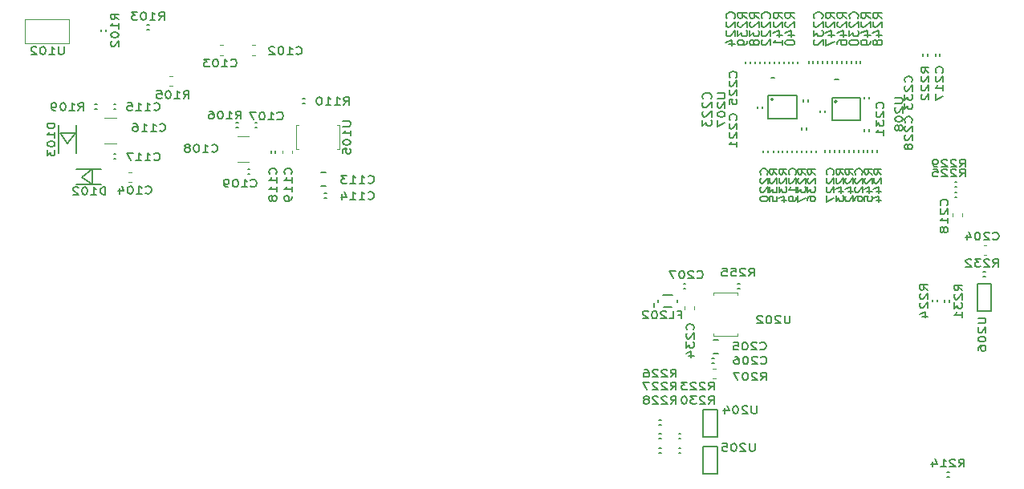
<source format=gbr>
G04 #@! TF.GenerationSoftware,KiCad,Pcbnew,(5.1.6)-1*
G04 #@! TF.CreationDate,2020-08-17T10:20:03+09:00*
G04 #@! TF.ProjectId,spot,73706f74-2e6b-4696-9361-645f70636258,rev?*
G04 #@! TF.SameCoordinates,PX1312d00PYb532b80*
G04 #@! TF.FileFunction,Legend,Bot*
G04 #@! TF.FilePolarity,Positive*
%FSLAX46Y46*%
G04 Gerber Fmt 4.6, Leading zero omitted, Abs format (unit mm)*
G04 Created by KiCad (PCBNEW (5.1.6)-1) date 2020-08-17 10:20:03*
%MOMM*%
%LPD*%
G01*
G04 APERTURE LIST*
%ADD10C,0.120000*%
%ADD11C,0.150000*%
%ADD12C,0.160000*%
%ADD13C,0.180000*%
%ADD14C,0.200000*%
%ADD15C,0.010000*%
%ADD16C,3.800000*%
%ADD17R,1.400000X0.600000*%
%ADD18R,5.100000X0.900000*%
%ADD19C,1.100000*%
%ADD20C,1.300000*%
%ADD21C,1.800000*%
%ADD22C,3.000000*%
%ADD23R,0.600000X1.400000*%
%ADD24R,0.900000X5.100000*%
%ADD25C,1.900000*%
%ADD26C,1.050000*%
%ADD27C,0.550000*%
%ADD28O,1.500000X1.500000*%
%ADD29R,1.500000X1.500000*%
G04 APERTURE END LIST*
D10*
X91362779Y12310000D02*
X91037221Y12310000D01*
X91362779Y11290000D02*
X91037221Y11290000D01*
X91150000Y20350000D02*
X91150000Y20100000D01*
X92400000Y20350000D02*
X93650000Y20350000D01*
X92400000Y15850000D02*
X93650000Y15850000D01*
X92400000Y15850000D02*
X91150000Y15850000D01*
X92400000Y20350000D02*
X91150000Y20350000D01*
X91150000Y15850000D02*
X91150000Y16100000D01*
X93650000Y20350000D02*
X93650000Y20100000D01*
X93650000Y15850000D02*
X93650000Y16100000D01*
D11*
X93700000Y20850000D02*
X93900000Y20850000D01*
X93900000Y21350000D02*
X93700000Y21350000D01*
D12*
X84900000Y18900000D02*
X84900000Y19300000D01*
D11*
X85900000Y18900000D02*
X86700000Y18900000D01*
X85800000Y20100000D02*
X86800000Y20100000D01*
X85300000Y19400000D02*
X85300000Y19600000D01*
X87300000Y19400000D02*
X87300000Y19600000D01*
D12*
X23950000Y35150000D02*
X23950000Y38050000D01*
X22050000Y38050000D02*
X22050000Y35150000D01*
D13*
X23000000Y36125000D02*
X22200000Y37225000D01*
X23800000Y37225000D02*
X23000000Y36125000D01*
X22200000Y37225000D02*
X23800000Y37225000D01*
D10*
X88090000Y18962779D02*
X88090000Y18637221D01*
X89110000Y18962779D02*
X89110000Y18637221D01*
D11*
X88215000Y21350000D02*
X88015000Y21350000D01*
X88015000Y20850000D02*
X88215000Y20850000D01*
X91000000Y12950000D02*
X91200000Y12950000D01*
X91200000Y13450000D02*
X91000000Y13450000D01*
D12*
X91103922Y13990000D02*
X91621078Y13990000D01*
X91103922Y15410000D02*
X91621078Y15410000D01*
D10*
X119962779Y25410000D02*
X119637221Y25410000D01*
X119962779Y24390000D02*
X119637221Y24390000D01*
X23175000Y46700000D02*
X18500000Y46700000D01*
X23175000Y49300000D02*
X23175000Y46700000D01*
X18500000Y49300000D02*
X18500000Y46700000D01*
X23175000Y49300000D02*
X18500000Y49300000D01*
D11*
X27050000Y48000000D02*
X27050000Y48200000D01*
X26550000Y48200000D02*
X26550000Y48000000D01*
D10*
X28102064Y36140000D02*
X26897936Y36140000D01*
X28102064Y38860000D02*
X26897936Y38860000D01*
X42102064Y34190000D02*
X40897936Y34190000D01*
X42102064Y36910000D02*
X40897936Y36910000D01*
D11*
X103925000Y42875000D02*
X104325000Y42875000D01*
X103625000Y38575000D02*
X106625000Y38575000D01*
X106625000Y40975000D02*
X103625000Y40975000D01*
D14*
X104166421Y40575000D02*
G75*
G03*
X104166421Y40575000I-141421J0D01*
G01*
D11*
X103625000Y40975000D02*
X103625000Y38575000D01*
X106625000Y38575000D02*
X106625000Y40975000D01*
X97205000Y43090000D02*
X97605000Y43090000D01*
X96905000Y38790000D02*
X99905000Y38790000D01*
X99905000Y41190000D02*
X96905000Y41190000D01*
D14*
X97446421Y40790000D02*
G75*
G03*
X97446421Y40790000I-141421J0D01*
G01*
D11*
X96905000Y41190000D02*
X96905000Y38790000D01*
X99905000Y38790000D02*
X99905000Y41190000D01*
X120450000Y21350000D02*
X118950000Y21350000D01*
X120450000Y18450000D02*
X120450000Y21350000D01*
X118950000Y18450000D02*
X120450000Y18450000D01*
X118950000Y21350000D02*
X118950000Y18450000D01*
X90050000Y1250000D02*
X91550000Y1250000D01*
X90050000Y4150000D02*
X90050000Y1250000D01*
X91550000Y4150000D02*
X90050000Y4150000D01*
X91550000Y1250000D02*
X91550000Y4150000D01*
X90050000Y5150000D02*
X91550000Y5150000D01*
X90050000Y8050000D02*
X90050000Y5150000D01*
X91550000Y8050000D02*
X90050000Y8050000D01*
X91550000Y5150000D02*
X91550000Y8050000D01*
D10*
X47150000Y35550000D02*
X47400000Y35550000D01*
X47150000Y36800000D02*
X47150000Y38050000D01*
X51650000Y36800000D02*
X51650000Y38050000D01*
X51650000Y36800000D02*
X51650000Y35550000D01*
X47150000Y36800000D02*
X47150000Y35550000D01*
X51650000Y35550000D02*
X51400000Y35550000D01*
X47150000Y38050000D02*
X47400000Y38050000D01*
X51650000Y38050000D02*
X51400000Y38050000D01*
D11*
X105170000Y44815000D02*
X105170000Y44615000D01*
X105670000Y44615000D02*
X105670000Y44815000D01*
X106670000Y44630000D02*
X106670000Y44830000D01*
X106170000Y44830000D02*
X106170000Y44630000D01*
X102670000Y44630000D02*
X102670000Y44830000D01*
X102170000Y44830000D02*
X102170000Y44630000D01*
X103670000Y44630000D02*
X103670000Y44830000D01*
X103170000Y44830000D02*
X103170000Y44630000D01*
X107430000Y35240000D02*
X107430000Y35440000D01*
X106930000Y35440000D02*
X106930000Y35240000D01*
X107930000Y35440000D02*
X107930000Y35240000D01*
X108430000Y35240000D02*
X108430000Y35440000D01*
X103930000Y35440000D02*
X103930000Y35240000D01*
X104430000Y35240000D02*
X104430000Y35440000D01*
X104930000Y35440000D02*
X104930000Y35240000D01*
X105430000Y35240000D02*
X105430000Y35440000D01*
X98555000Y44790000D02*
X98555000Y44590000D01*
X99055000Y44590000D02*
X99055000Y44790000D01*
X100055000Y44590000D02*
X100055000Y44790000D01*
X99555000Y44790000D02*
X99555000Y44590000D01*
X96055000Y44590000D02*
X96055000Y44790000D01*
X95555000Y44790000D02*
X95555000Y44590000D01*
X97055000Y44590000D02*
X97055000Y44790000D01*
X96555000Y44790000D02*
X96555000Y44590000D01*
X100955000Y35190000D02*
X100955000Y35390000D01*
X100455000Y35390000D02*
X100455000Y35190000D01*
X101455000Y35375000D02*
X101455000Y35175000D01*
X101955000Y35175000D02*
X101955000Y35375000D01*
X97455000Y35390000D02*
X97455000Y35190000D01*
X97955000Y35190000D02*
X97955000Y35390000D01*
X98455000Y35405000D02*
X98455000Y35205000D01*
X98955000Y35205000D02*
X98955000Y35405000D01*
X119800000Y22550000D02*
X119600000Y22550000D01*
X119600000Y22050000D02*
X119800000Y22050000D01*
X116050000Y19400000D02*
X116050000Y19600000D01*
X115550000Y19600000D02*
X115550000Y19400000D01*
X87700000Y3950000D02*
X87500000Y3950000D01*
X87500000Y3450000D02*
X87700000Y3450000D01*
X116600000Y31550000D02*
X116800000Y31550000D01*
X116800000Y32050000D02*
X116600000Y32050000D01*
X85600000Y3950000D02*
X85400000Y3950000D01*
X85400000Y3450000D02*
X85600000Y3450000D01*
X85600000Y5450000D02*
X85400000Y5450000D01*
X85400000Y4950000D02*
X85600000Y4950000D01*
X85600000Y6950000D02*
X85400000Y6950000D01*
X85400000Y6450000D02*
X85600000Y6450000D01*
X116600000Y30450000D02*
X116800000Y30450000D01*
X116800000Y30950000D02*
X116600000Y30950000D01*
X114275000Y19625000D02*
X114275000Y19425000D01*
X114775000Y19425000D02*
X114775000Y19625000D01*
X87700000Y5450000D02*
X87500000Y5450000D01*
X87500000Y4950000D02*
X87700000Y4950000D01*
X113250000Y45600000D02*
X113250000Y45400000D01*
X113750000Y45400000D02*
X113750000Y45600000D01*
X116000000Y1450000D02*
X115800000Y1450000D01*
X115800000Y950000D02*
X116000000Y950000D01*
X47800000Y40400000D02*
X48000000Y40400000D01*
X48000000Y40900000D02*
X47800000Y40900000D01*
X25900000Y39750000D02*
X26100000Y39750000D01*
X26100000Y40250000D02*
X25900000Y40250000D01*
X40800000Y37800000D02*
X41000000Y37800000D01*
X41000000Y38300000D02*
X40800000Y38300000D01*
D10*
X33737221Y42190000D02*
X34062779Y42190000D01*
X33737221Y43210000D02*
X34062779Y43210000D01*
D11*
X31600000Y48650000D02*
X31400000Y48650000D01*
X31400000Y48150000D02*
X31600000Y48150000D01*
D13*
X24500000Y32600000D02*
X25600000Y33400000D01*
X25600000Y31800000D02*
X24500000Y32600000D01*
X25600000Y33400000D02*
X25600000Y31800000D01*
X26500000Y31800000D02*
X23900000Y31800000D01*
X26500000Y33400000D02*
X23900000Y33400000D01*
D11*
X107530000Y40840000D02*
X107530000Y41040000D01*
X107030000Y41040000D02*
X107030000Y40840000D01*
X101170000Y44830000D02*
X101170000Y44630000D01*
X101670000Y44630000D02*
X101670000Y44830000D01*
X102925000Y39425000D02*
X102925000Y39625000D01*
X102425000Y39625000D02*
X102425000Y39425000D01*
X104670000Y44630000D02*
X104670000Y44830000D01*
X104170000Y44830000D02*
X104170000Y44630000D01*
X107530000Y37440000D02*
X107530000Y37640000D01*
X107030000Y37640000D02*
X107030000Y37440000D01*
X103430000Y35240000D02*
X103430000Y35440000D01*
X102930000Y35440000D02*
X102930000Y35240000D01*
X105930000Y35440000D02*
X105930000Y35240000D01*
X106430000Y35240000D02*
X106430000Y35440000D01*
X101110000Y40555000D02*
X101110000Y40755000D01*
X100610000Y40755000D02*
X100610000Y40555000D01*
X94555000Y44790000D02*
X94555000Y44590000D01*
X95055000Y44590000D02*
X95055000Y44790000D01*
X96300000Y39825000D02*
X96300000Y40025000D01*
X95800000Y40025000D02*
X95800000Y39825000D01*
X98055000Y44590000D02*
X98055000Y44790000D01*
X97555000Y44790000D02*
X97555000Y44590000D01*
X100955000Y37590000D02*
X100955000Y37790000D01*
X100455000Y37790000D02*
X100455000Y37590000D01*
X96855000Y35190000D02*
X96855000Y35390000D01*
X96355000Y35390000D02*
X96355000Y35190000D01*
X99455000Y35405000D02*
X99455000Y35205000D01*
X99955000Y35205000D02*
X99955000Y35405000D01*
D10*
X116390000Y28762779D02*
X116390000Y28437221D01*
X117410000Y28762779D02*
X117410000Y28437221D01*
D11*
X115050000Y45400000D02*
X115050000Y45600000D01*
X114550000Y45600000D02*
X114550000Y45400000D01*
D10*
X46710000Y35087221D02*
X46710000Y35412779D01*
X45690000Y35087221D02*
X45690000Y35412779D01*
D11*
X44950000Y35150000D02*
X44950000Y35350000D01*
X44450000Y35350000D02*
X44450000Y35150000D01*
X28100000Y35000000D02*
X27900000Y35000000D01*
X27900000Y34500000D02*
X28100000Y34500000D01*
X28100000Y40250000D02*
X27900000Y40250000D01*
X27900000Y39750000D02*
X28100000Y39750000D01*
X50300000Y30900000D02*
X50100000Y30900000D01*
X50100000Y30400000D02*
X50300000Y30400000D01*
D12*
X50258578Y33060000D02*
X49741422Y33060000D01*
X50258578Y31640000D02*
X49741422Y31640000D01*
D11*
X42200000Y33400000D02*
X42000000Y33400000D01*
X42000000Y32900000D02*
X42200000Y32900000D01*
X43000000Y38300000D02*
X42800000Y38300000D01*
X42800000Y37800000D02*
X43000000Y37800000D01*
D10*
X29437221Y32090000D02*
X29762779Y32090000D01*
X29437221Y33110000D02*
X29762779Y33110000D01*
X39037221Y45490000D02*
X39362779Y45490000D01*
X39037221Y46510000D02*
X39362779Y46510000D01*
X42762779Y46510000D02*
X42437221Y46510000D01*
X42762779Y45490000D02*
X42437221Y45490000D01*
D11*
X96119047Y11138096D02*
X96452380Y11519048D01*
X96690476Y11138096D02*
X96690476Y11938096D01*
X96309523Y11938096D01*
X96214285Y11900000D01*
X96166666Y11861905D01*
X96119047Y11785715D01*
X96119047Y11671429D01*
X96166666Y11595239D01*
X96214285Y11557143D01*
X96309523Y11519048D01*
X96690476Y11519048D01*
X95738095Y11861905D02*
X95690476Y11900000D01*
X95595238Y11938096D01*
X95357142Y11938096D01*
X95261904Y11900000D01*
X95214285Y11861905D01*
X95166666Y11785715D01*
X95166666Y11709524D01*
X95214285Y11595239D01*
X95785714Y11138096D01*
X95166666Y11138096D01*
X94547619Y11938096D02*
X94452380Y11938096D01*
X94357142Y11900000D01*
X94309523Y11861905D01*
X94261904Y11785715D01*
X94214285Y11633334D01*
X94214285Y11442858D01*
X94261904Y11290477D01*
X94309523Y11214286D01*
X94357142Y11176191D01*
X94452380Y11138096D01*
X94547619Y11138096D01*
X94642857Y11176191D01*
X94690476Y11214286D01*
X94738095Y11290477D01*
X94785714Y11442858D01*
X94785714Y11633334D01*
X94738095Y11785715D01*
X94690476Y11861905D01*
X94642857Y11900000D01*
X94547619Y11938096D01*
X93880952Y11938096D02*
X93214285Y11938096D01*
X93642857Y11138096D01*
X99214285Y17938096D02*
X99214285Y17290477D01*
X99166666Y17214286D01*
X99119047Y17176191D01*
X99023809Y17138096D01*
X98833333Y17138096D01*
X98738095Y17176191D01*
X98690476Y17214286D01*
X98642857Y17290477D01*
X98642857Y17938096D01*
X98214285Y17861905D02*
X98166666Y17900000D01*
X98071428Y17938096D01*
X97833333Y17938096D01*
X97738095Y17900000D01*
X97690476Y17861905D01*
X97642857Y17785715D01*
X97642857Y17709524D01*
X97690476Y17595239D01*
X98261904Y17138096D01*
X97642857Y17138096D01*
X97023809Y17938096D02*
X96928571Y17938096D01*
X96833333Y17900000D01*
X96785714Y17861905D01*
X96738095Y17785715D01*
X96690476Y17633334D01*
X96690476Y17442858D01*
X96738095Y17290477D01*
X96785714Y17214286D01*
X96833333Y17176191D01*
X96928571Y17138096D01*
X97023809Y17138096D01*
X97119047Y17176191D01*
X97166666Y17214286D01*
X97214285Y17290477D01*
X97261904Y17442858D01*
X97261904Y17633334D01*
X97214285Y17785715D01*
X97166666Y17861905D01*
X97119047Y17900000D01*
X97023809Y17938096D01*
X96309523Y17861905D02*
X96261904Y17900000D01*
X96166666Y17938096D01*
X95928571Y17938096D01*
X95833333Y17900000D01*
X95785714Y17861905D01*
X95738095Y17785715D01*
X95738095Y17709524D01*
X95785714Y17595239D01*
X96357142Y17138096D01*
X95738095Y17138096D01*
X94869047Y22138096D02*
X95202380Y22519048D01*
X95440476Y22138096D02*
X95440476Y22938096D01*
X95059523Y22938096D01*
X94964285Y22900000D01*
X94916666Y22861905D01*
X94869047Y22785715D01*
X94869047Y22671429D01*
X94916666Y22595239D01*
X94964285Y22557143D01*
X95059523Y22519048D01*
X95440476Y22519048D01*
X94488095Y22861905D02*
X94440476Y22900000D01*
X94345238Y22938096D01*
X94107142Y22938096D01*
X94011904Y22900000D01*
X93964285Y22861905D01*
X93916666Y22785715D01*
X93916666Y22709524D01*
X93964285Y22595239D01*
X94535714Y22138096D01*
X93916666Y22138096D01*
X93011904Y22938096D02*
X93488095Y22938096D01*
X93535714Y22557143D01*
X93488095Y22595239D01*
X93392857Y22633334D01*
X93154761Y22633334D01*
X93059523Y22595239D01*
X93011904Y22557143D01*
X92964285Y22480953D01*
X92964285Y22290477D01*
X93011904Y22214286D01*
X93059523Y22176191D01*
X93154761Y22138096D01*
X93392857Y22138096D01*
X93488095Y22176191D01*
X93535714Y22214286D01*
X92059523Y22938096D02*
X92535714Y22938096D01*
X92583333Y22557143D01*
X92535714Y22595239D01*
X92440476Y22633334D01*
X92202380Y22633334D01*
X92107142Y22595239D01*
X92059523Y22557143D01*
X92011904Y22480953D01*
X92011904Y22290477D01*
X92059523Y22214286D01*
X92107142Y22176191D01*
X92202380Y22138096D01*
X92440476Y22138096D01*
X92535714Y22176191D01*
X92583333Y22214286D01*
X87440476Y18057143D02*
X87773809Y18057143D01*
X87773809Y17638096D02*
X87773809Y18438096D01*
X87297619Y18438096D01*
X86440476Y17638096D02*
X86916666Y17638096D01*
X86916666Y18438096D01*
X86154761Y18361905D02*
X86107142Y18400000D01*
X86011904Y18438096D01*
X85773809Y18438096D01*
X85678571Y18400000D01*
X85630952Y18361905D01*
X85583333Y18285715D01*
X85583333Y18209524D01*
X85630952Y18095239D01*
X86202380Y17638096D01*
X85583333Y17638096D01*
X84964285Y18438096D02*
X84869047Y18438096D01*
X84773809Y18400000D01*
X84726190Y18361905D01*
X84678571Y18285715D01*
X84630952Y18133334D01*
X84630952Y17942858D01*
X84678571Y17790477D01*
X84726190Y17714286D01*
X84773809Y17676191D01*
X84869047Y17638096D01*
X84964285Y17638096D01*
X85059523Y17676191D01*
X85107142Y17714286D01*
X85154761Y17790477D01*
X85202380Y17942858D01*
X85202380Y18133334D01*
X85154761Y18285715D01*
X85107142Y18361905D01*
X85059523Y18400000D01*
X84964285Y18438096D01*
X84250000Y18361905D02*
X84202380Y18400000D01*
X84107142Y18438096D01*
X83869047Y18438096D01*
X83773809Y18400000D01*
X83726190Y18361905D01*
X83678571Y18285715D01*
X83678571Y18209524D01*
X83726190Y18095239D01*
X84297619Y17638096D01*
X83678571Y17638096D01*
X21661904Y38290477D02*
X20861904Y38290477D01*
X20861904Y38052381D01*
X20900000Y37909524D01*
X20976190Y37814286D01*
X21052380Y37766667D01*
X21204761Y37719048D01*
X21319047Y37719048D01*
X21471428Y37766667D01*
X21547619Y37814286D01*
X21623809Y37909524D01*
X21661904Y38052381D01*
X21661904Y38290477D01*
X21661904Y36766667D02*
X21661904Y37338096D01*
X21661904Y37052381D02*
X20861904Y37052381D01*
X20976190Y37147620D01*
X21052380Y37242858D01*
X21090476Y37338096D01*
X20861904Y36147620D02*
X20861904Y36052381D01*
X20900000Y35957143D01*
X20938095Y35909524D01*
X21014285Y35861905D01*
X21166666Y35814286D01*
X21357142Y35814286D01*
X21509523Y35861905D01*
X21585714Y35909524D01*
X21623809Y35957143D01*
X21661904Y36052381D01*
X21661904Y36147620D01*
X21623809Y36242858D01*
X21585714Y36290477D01*
X21509523Y36338096D01*
X21357142Y36385715D01*
X21166666Y36385715D01*
X21014285Y36338096D01*
X20938095Y36290477D01*
X20900000Y36242858D01*
X20861904Y36147620D01*
X20861904Y35480953D02*
X20861904Y34861905D01*
X21166666Y35195239D01*
X21166666Y35052381D01*
X21204761Y34957143D01*
X21242857Y34909524D01*
X21319047Y34861905D01*
X21509523Y34861905D01*
X21585714Y34909524D01*
X21623809Y34957143D01*
X21661904Y35052381D01*
X21661904Y35338096D01*
X21623809Y35433334D01*
X21585714Y35480953D01*
X88985714Y16469048D02*
X89023809Y16516667D01*
X89061904Y16659524D01*
X89061904Y16754762D01*
X89023809Y16897620D01*
X88947619Y16992858D01*
X88871428Y17040477D01*
X88719047Y17088096D01*
X88604761Y17088096D01*
X88452380Y17040477D01*
X88376190Y16992858D01*
X88300000Y16897620D01*
X88261904Y16754762D01*
X88261904Y16659524D01*
X88300000Y16516667D01*
X88338095Y16469048D01*
X88338095Y16088096D02*
X88300000Y16040477D01*
X88261904Y15945239D01*
X88261904Y15707143D01*
X88300000Y15611905D01*
X88338095Y15564286D01*
X88414285Y15516667D01*
X88490476Y15516667D01*
X88604761Y15564286D01*
X89061904Y16135715D01*
X89061904Y15516667D01*
X88261904Y15183334D02*
X88261904Y14564286D01*
X88566666Y14897620D01*
X88566666Y14754762D01*
X88604761Y14659524D01*
X88642857Y14611905D01*
X88719047Y14564286D01*
X88909523Y14564286D01*
X88985714Y14611905D01*
X89023809Y14659524D01*
X89061904Y14754762D01*
X89061904Y15040477D01*
X89023809Y15135715D01*
X88985714Y15183334D01*
X88528571Y13707143D02*
X89061904Y13707143D01*
X88223809Y13945239D02*
X88795238Y14183334D01*
X88795238Y13564286D01*
X89419047Y21964286D02*
X89466666Y21926191D01*
X89609523Y21888096D01*
X89704761Y21888096D01*
X89847619Y21926191D01*
X89942857Y22002381D01*
X89990476Y22078572D01*
X90038095Y22230953D01*
X90038095Y22345239D01*
X89990476Y22497620D01*
X89942857Y22573810D01*
X89847619Y22650000D01*
X89704761Y22688096D01*
X89609523Y22688096D01*
X89466666Y22650000D01*
X89419047Y22611905D01*
X89038095Y22611905D02*
X88990476Y22650000D01*
X88895238Y22688096D01*
X88657142Y22688096D01*
X88561904Y22650000D01*
X88514285Y22611905D01*
X88466666Y22535715D01*
X88466666Y22459524D01*
X88514285Y22345239D01*
X89085714Y21888096D01*
X88466666Y21888096D01*
X87847619Y22688096D02*
X87752380Y22688096D01*
X87657142Y22650000D01*
X87609523Y22611905D01*
X87561904Y22535715D01*
X87514285Y22383334D01*
X87514285Y22192858D01*
X87561904Y22040477D01*
X87609523Y21964286D01*
X87657142Y21926191D01*
X87752380Y21888096D01*
X87847619Y21888096D01*
X87942857Y21926191D01*
X87990476Y21964286D01*
X88038095Y22040477D01*
X88085714Y22192858D01*
X88085714Y22383334D01*
X88038095Y22535715D01*
X87990476Y22611905D01*
X87942857Y22650000D01*
X87847619Y22688096D01*
X87180952Y22688096D02*
X86514285Y22688096D01*
X86942857Y21888096D01*
X96144047Y12914286D02*
X96191666Y12876191D01*
X96334523Y12838096D01*
X96429761Y12838096D01*
X96572619Y12876191D01*
X96667857Y12952381D01*
X96715476Y13028572D01*
X96763095Y13180953D01*
X96763095Y13295239D01*
X96715476Y13447620D01*
X96667857Y13523810D01*
X96572619Y13600000D01*
X96429761Y13638096D01*
X96334523Y13638096D01*
X96191666Y13600000D01*
X96144047Y13561905D01*
X95763095Y13561905D02*
X95715476Y13600000D01*
X95620238Y13638096D01*
X95382142Y13638096D01*
X95286904Y13600000D01*
X95239285Y13561905D01*
X95191666Y13485715D01*
X95191666Y13409524D01*
X95239285Y13295239D01*
X95810714Y12838096D01*
X95191666Y12838096D01*
X94572619Y13638096D02*
X94477380Y13638096D01*
X94382142Y13600000D01*
X94334523Y13561905D01*
X94286904Y13485715D01*
X94239285Y13333334D01*
X94239285Y13142858D01*
X94286904Y12990477D01*
X94334523Y12914286D01*
X94382142Y12876191D01*
X94477380Y12838096D01*
X94572619Y12838096D01*
X94667857Y12876191D01*
X94715476Y12914286D01*
X94763095Y12990477D01*
X94810714Y13142858D01*
X94810714Y13333334D01*
X94763095Y13485715D01*
X94715476Y13561905D01*
X94667857Y13600000D01*
X94572619Y13638096D01*
X93382142Y13638096D02*
X93572619Y13638096D01*
X93667857Y13600000D01*
X93715476Y13561905D01*
X93810714Y13447620D01*
X93858333Y13295239D01*
X93858333Y12990477D01*
X93810714Y12914286D01*
X93763095Y12876191D01*
X93667857Y12838096D01*
X93477380Y12838096D01*
X93382142Y12876191D01*
X93334523Y12914286D01*
X93286904Y12990477D01*
X93286904Y13180953D01*
X93334523Y13257143D01*
X93382142Y13295239D01*
X93477380Y13333334D01*
X93667857Y13333334D01*
X93763095Y13295239D01*
X93810714Y13257143D01*
X93858333Y13180953D01*
X96069047Y14414286D02*
X96116666Y14376191D01*
X96259523Y14338096D01*
X96354761Y14338096D01*
X96497619Y14376191D01*
X96592857Y14452381D01*
X96640476Y14528572D01*
X96688095Y14680953D01*
X96688095Y14795239D01*
X96640476Y14947620D01*
X96592857Y15023810D01*
X96497619Y15100000D01*
X96354761Y15138096D01*
X96259523Y15138096D01*
X96116666Y15100000D01*
X96069047Y15061905D01*
X95688095Y15061905D02*
X95640476Y15100000D01*
X95545238Y15138096D01*
X95307142Y15138096D01*
X95211904Y15100000D01*
X95164285Y15061905D01*
X95116666Y14985715D01*
X95116666Y14909524D01*
X95164285Y14795239D01*
X95735714Y14338096D01*
X95116666Y14338096D01*
X94497619Y15138096D02*
X94402380Y15138096D01*
X94307142Y15100000D01*
X94259523Y15061905D01*
X94211904Y14985715D01*
X94164285Y14833334D01*
X94164285Y14642858D01*
X94211904Y14490477D01*
X94259523Y14414286D01*
X94307142Y14376191D01*
X94402380Y14338096D01*
X94497619Y14338096D01*
X94592857Y14376191D01*
X94640476Y14414286D01*
X94688095Y14490477D01*
X94735714Y14642858D01*
X94735714Y14833334D01*
X94688095Y14985715D01*
X94640476Y15061905D01*
X94592857Y15100000D01*
X94497619Y15138096D01*
X93259523Y15138096D02*
X93735714Y15138096D01*
X93783333Y14757143D01*
X93735714Y14795239D01*
X93640476Y14833334D01*
X93402380Y14833334D01*
X93307142Y14795239D01*
X93259523Y14757143D01*
X93211904Y14680953D01*
X93211904Y14490477D01*
X93259523Y14414286D01*
X93307142Y14376191D01*
X93402380Y14338096D01*
X93640476Y14338096D01*
X93735714Y14376191D01*
X93783333Y14414286D01*
X120619047Y26044286D02*
X120666666Y26006191D01*
X120809523Y25968096D01*
X120904761Y25968096D01*
X121047619Y26006191D01*
X121142857Y26082381D01*
X121190476Y26158572D01*
X121238095Y26310953D01*
X121238095Y26425239D01*
X121190476Y26577620D01*
X121142857Y26653810D01*
X121047619Y26730000D01*
X120904761Y26768096D01*
X120809523Y26768096D01*
X120666666Y26730000D01*
X120619047Y26691905D01*
X120238095Y26691905D02*
X120190476Y26730000D01*
X120095238Y26768096D01*
X119857142Y26768096D01*
X119761904Y26730000D01*
X119714285Y26691905D01*
X119666666Y26615715D01*
X119666666Y26539524D01*
X119714285Y26425239D01*
X120285714Y25968096D01*
X119666666Y25968096D01*
X119047619Y26768096D02*
X118952380Y26768096D01*
X118857142Y26730000D01*
X118809523Y26691905D01*
X118761904Y26615715D01*
X118714285Y26463334D01*
X118714285Y26272858D01*
X118761904Y26120477D01*
X118809523Y26044286D01*
X118857142Y26006191D01*
X118952380Y25968096D01*
X119047619Y25968096D01*
X119142857Y26006191D01*
X119190476Y26044286D01*
X119238095Y26120477D01*
X119285714Y26272858D01*
X119285714Y26463334D01*
X119238095Y26615715D01*
X119190476Y26691905D01*
X119142857Y26730000D01*
X119047619Y26768096D01*
X117857142Y26501429D02*
X117857142Y25968096D01*
X118095238Y26806191D02*
X118333333Y26234762D01*
X117714285Y26234762D01*
X22614285Y46338096D02*
X22614285Y45690477D01*
X22566666Y45614286D01*
X22519047Y45576191D01*
X22423809Y45538096D01*
X22233333Y45538096D01*
X22138095Y45576191D01*
X22090476Y45614286D01*
X22042857Y45690477D01*
X22042857Y46338096D01*
X21042857Y45538096D02*
X21614285Y45538096D01*
X21328571Y45538096D02*
X21328571Y46338096D01*
X21423809Y46223810D01*
X21519047Y46147620D01*
X21614285Y46109524D01*
X20423809Y46338096D02*
X20328571Y46338096D01*
X20233333Y46300000D01*
X20185714Y46261905D01*
X20138095Y46185715D01*
X20090476Y46033334D01*
X20090476Y45842858D01*
X20138095Y45690477D01*
X20185714Y45614286D01*
X20233333Y45576191D01*
X20328571Y45538096D01*
X20423809Y45538096D01*
X20519047Y45576191D01*
X20566666Y45614286D01*
X20614285Y45690477D01*
X20661904Y45842858D01*
X20661904Y46033334D01*
X20614285Y46185715D01*
X20566666Y46261905D01*
X20519047Y46300000D01*
X20423809Y46338096D01*
X19709523Y46261905D02*
X19661904Y46300000D01*
X19566666Y46338096D01*
X19328571Y46338096D01*
X19233333Y46300000D01*
X19185714Y46261905D01*
X19138095Y46185715D01*
X19138095Y46109524D01*
X19185714Y45995239D01*
X19757142Y45538096D01*
X19138095Y45538096D01*
X28361904Y49219048D02*
X27980952Y49552381D01*
X28361904Y49790477D02*
X27561904Y49790477D01*
X27561904Y49409524D01*
X27600000Y49314286D01*
X27638095Y49266667D01*
X27714285Y49219048D01*
X27828571Y49219048D01*
X27904761Y49266667D01*
X27942857Y49314286D01*
X27980952Y49409524D01*
X27980952Y49790477D01*
X28361904Y48266667D02*
X28361904Y48838096D01*
X28361904Y48552381D02*
X27561904Y48552381D01*
X27676190Y48647620D01*
X27752380Y48742858D01*
X27790476Y48838096D01*
X27561904Y47647620D02*
X27561904Y47552381D01*
X27600000Y47457143D01*
X27638095Y47409524D01*
X27714285Y47361905D01*
X27866666Y47314286D01*
X28057142Y47314286D01*
X28209523Y47361905D01*
X28285714Y47409524D01*
X28323809Y47457143D01*
X28361904Y47552381D01*
X28361904Y47647620D01*
X28323809Y47742858D01*
X28285714Y47790477D01*
X28209523Y47838096D01*
X28057142Y47885715D01*
X27866666Y47885715D01*
X27714285Y47838096D01*
X27638095Y47790477D01*
X27600000Y47742858D01*
X27561904Y47647620D01*
X27638095Y46933334D02*
X27600000Y46885715D01*
X27561904Y46790477D01*
X27561904Y46552381D01*
X27600000Y46457143D01*
X27638095Y46409524D01*
X27714285Y46361905D01*
X27790476Y46361905D01*
X27904761Y46409524D01*
X28361904Y46980953D01*
X28361904Y46361905D01*
X32719047Y37514286D02*
X32766666Y37476191D01*
X32909523Y37438096D01*
X33004761Y37438096D01*
X33147619Y37476191D01*
X33242857Y37552381D01*
X33290476Y37628572D01*
X33338095Y37780953D01*
X33338095Y37895239D01*
X33290476Y38047620D01*
X33242857Y38123810D01*
X33147619Y38200000D01*
X33004761Y38238096D01*
X32909523Y38238096D01*
X32766666Y38200000D01*
X32719047Y38161905D01*
X31766666Y37438096D02*
X32338095Y37438096D01*
X32052380Y37438096D02*
X32052380Y38238096D01*
X32147619Y38123810D01*
X32242857Y38047620D01*
X32338095Y38009524D01*
X30814285Y37438096D02*
X31385714Y37438096D01*
X31100000Y37438096D02*
X31100000Y38238096D01*
X31195238Y38123810D01*
X31290476Y38047620D01*
X31385714Y38009524D01*
X29957142Y38238096D02*
X30147619Y38238096D01*
X30242857Y38200000D01*
X30290476Y38161905D01*
X30385714Y38047620D01*
X30433333Y37895239D01*
X30433333Y37590477D01*
X30385714Y37514286D01*
X30338095Y37476191D01*
X30242857Y37438096D01*
X30052380Y37438096D01*
X29957142Y37476191D01*
X29909523Y37514286D01*
X29861904Y37590477D01*
X29861904Y37780953D01*
X29909523Y37857143D01*
X29957142Y37895239D01*
X30052380Y37933334D01*
X30242857Y37933334D01*
X30338095Y37895239D01*
X30385714Y37857143D01*
X30433333Y37780953D01*
X38219047Y35314286D02*
X38266666Y35276191D01*
X38409523Y35238096D01*
X38504761Y35238096D01*
X38647619Y35276191D01*
X38742857Y35352381D01*
X38790476Y35428572D01*
X38838095Y35580953D01*
X38838095Y35695239D01*
X38790476Y35847620D01*
X38742857Y35923810D01*
X38647619Y36000000D01*
X38504761Y36038096D01*
X38409523Y36038096D01*
X38266666Y36000000D01*
X38219047Y35961905D01*
X37266666Y35238096D02*
X37838095Y35238096D01*
X37552380Y35238096D02*
X37552380Y36038096D01*
X37647619Y35923810D01*
X37742857Y35847620D01*
X37838095Y35809524D01*
X36647619Y36038096D02*
X36552380Y36038096D01*
X36457142Y36000000D01*
X36409523Y35961905D01*
X36361904Y35885715D01*
X36314285Y35733334D01*
X36314285Y35542858D01*
X36361904Y35390477D01*
X36409523Y35314286D01*
X36457142Y35276191D01*
X36552380Y35238096D01*
X36647619Y35238096D01*
X36742857Y35276191D01*
X36790476Y35314286D01*
X36838095Y35390477D01*
X36885714Y35542858D01*
X36885714Y35733334D01*
X36838095Y35885715D01*
X36790476Y35961905D01*
X36742857Y36000000D01*
X36647619Y36038096D01*
X35742857Y35695239D02*
X35838095Y35733334D01*
X35885714Y35771429D01*
X35933333Y35847620D01*
X35933333Y35885715D01*
X35885714Y35961905D01*
X35838095Y36000000D01*
X35742857Y36038096D01*
X35552380Y36038096D01*
X35457142Y36000000D01*
X35409523Y35961905D01*
X35361904Y35885715D01*
X35361904Y35847620D01*
X35409523Y35771429D01*
X35457142Y35733334D01*
X35552380Y35695239D01*
X35742857Y35695239D01*
X35838095Y35657143D01*
X35885714Y35619048D01*
X35933333Y35542858D01*
X35933333Y35390477D01*
X35885714Y35314286D01*
X35838095Y35276191D01*
X35742857Y35238096D01*
X35552380Y35238096D01*
X35457142Y35276191D01*
X35409523Y35314286D01*
X35361904Y35390477D01*
X35361904Y35542858D01*
X35409523Y35619048D01*
X35457142Y35657143D01*
X35552380Y35695239D01*
X110311904Y40964286D02*
X110959523Y40964286D01*
X111035714Y40916667D01*
X111073809Y40869048D01*
X111111904Y40773810D01*
X111111904Y40583334D01*
X111073809Y40488096D01*
X111035714Y40440477D01*
X110959523Y40392858D01*
X110311904Y40392858D01*
X110388095Y39964286D02*
X110350000Y39916667D01*
X110311904Y39821429D01*
X110311904Y39583334D01*
X110350000Y39488096D01*
X110388095Y39440477D01*
X110464285Y39392858D01*
X110540476Y39392858D01*
X110654761Y39440477D01*
X111111904Y40011905D01*
X111111904Y39392858D01*
X110311904Y38773810D02*
X110311904Y38678572D01*
X110350000Y38583334D01*
X110388095Y38535715D01*
X110464285Y38488096D01*
X110616666Y38440477D01*
X110807142Y38440477D01*
X110959523Y38488096D01*
X111035714Y38535715D01*
X111073809Y38583334D01*
X111111904Y38678572D01*
X111111904Y38773810D01*
X111073809Y38869048D01*
X111035714Y38916667D01*
X110959523Y38964286D01*
X110807142Y39011905D01*
X110616666Y39011905D01*
X110464285Y38964286D01*
X110388095Y38916667D01*
X110350000Y38869048D01*
X110311904Y38773810D01*
X110654761Y37869048D02*
X110616666Y37964286D01*
X110578571Y38011905D01*
X110502380Y38059524D01*
X110464285Y38059524D01*
X110388095Y38011905D01*
X110350000Y37964286D01*
X110311904Y37869048D01*
X110311904Y37678572D01*
X110350000Y37583334D01*
X110388095Y37535715D01*
X110464285Y37488096D01*
X110502380Y37488096D01*
X110578571Y37535715D01*
X110616666Y37583334D01*
X110654761Y37678572D01*
X110654761Y37869048D01*
X110692857Y37964286D01*
X110730952Y38011905D01*
X110807142Y38059524D01*
X110959523Y38059524D01*
X111035714Y38011905D01*
X111073809Y37964286D01*
X111111904Y37869048D01*
X111111904Y37678572D01*
X111073809Y37583334D01*
X111035714Y37535715D01*
X110959523Y37488096D01*
X110807142Y37488096D01*
X110730952Y37535715D01*
X110692857Y37583334D01*
X110654761Y37678572D01*
X91561904Y41464286D02*
X92209523Y41464286D01*
X92285714Y41416667D01*
X92323809Y41369048D01*
X92361904Y41273810D01*
X92361904Y41083334D01*
X92323809Y40988096D01*
X92285714Y40940477D01*
X92209523Y40892858D01*
X91561904Y40892858D01*
X91638095Y40464286D02*
X91600000Y40416667D01*
X91561904Y40321429D01*
X91561904Y40083334D01*
X91600000Y39988096D01*
X91638095Y39940477D01*
X91714285Y39892858D01*
X91790476Y39892858D01*
X91904761Y39940477D01*
X92361904Y40511905D01*
X92361904Y39892858D01*
X91561904Y39273810D02*
X91561904Y39178572D01*
X91600000Y39083334D01*
X91638095Y39035715D01*
X91714285Y38988096D01*
X91866666Y38940477D01*
X92057142Y38940477D01*
X92209523Y38988096D01*
X92285714Y39035715D01*
X92323809Y39083334D01*
X92361904Y39178572D01*
X92361904Y39273810D01*
X92323809Y39369048D01*
X92285714Y39416667D01*
X92209523Y39464286D01*
X92057142Y39511905D01*
X91866666Y39511905D01*
X91714285Y39464286D01*
X91638095Y39416667D01*
X91600000Y39369048D01*
X91561904Y39273810D01*
X91561904Y38607143D02*
X91561904Y37940477D01*
X92361904Y38369048D01*
D12*
X119061904Y17714286D02*
X119709523Y17714286D01*
X119785714Y17666667D01*
X119823809Y17619048D01*
X119861904Y17523810D01*
X119861904Y17333334D01*
X119823809Y17238096D01*
X119785714Y17190477D01*
X119709523Y17142858D01*
X119061904Y17142858D01*
X119138095Y16714286D02*
X119100000Y16666667D01*
X119061904Y16571429D01*
X119061904Y16333334D01*
X119100000Y16238096D01*
X119138095Y16190477D01*
X119214285Y16142858D01*
X119290476Y16142858D01*
X119404761Y16190477D01*
X119861904Y16761905D01*
X119861904Y16142858D01*
X119061904Y15523810D02*
X119061904Y15428572D01*
X119100000Y15333334D01*
X119138095Y15285715D01*
X119214285Y15238096D01*
X119366666Y15190477D01*
X119557142Y15190477D01*
X119709523Y15238096D01*
X119785714Y15285715D01*
X119823809Y15333334D01*
X119861904Y15428572D01*
X119861904Y15523810D01*
X119823809Y15619048D01*
X119785714Y15666667D01*
X119709523Y15714286D01*
X119557142Y15761905D01*
X119366666Y15761905D01*
X119214285Y15714286D01*
X119138095Y15666667D01*
X119100000Y15619048D01*
X119061904Y15523810D01*
X119061904Y14333334D02*
X119061904Y14523810D01*
X119100000Y14619048D01*
X119138095Y14666667D01*
X119252380Y14761905D01*
X119404761Y14809524D01*
X119709523Y14809524D01*
X119785714Y14761905D01*
X119823809Y14714286D01*
X119861904Y14619048D01*
X119861904Y14428572D01*
X119823809Y14333334D01*
X119785714Y14285715D01*
X119709523Y14238096D01*
X119519047Y14238096D01*
X119442857Y14285715D01*
X119404761Y14333334D01*
X119366666Y14428572D01*
X119366666Y14619048D01*
X119404761Y14714286D01*
X119442857Y14761905D01*
X119519047Y14809524D01*
D11*
X95514285Y4438096D02*
X95514285Y3790477D01*
X95466666Y3714286D01*
X95419047Y3676191D01*
X95323809Y3638096D01*
X95133333Y3638096D01*
X95038095Y3676191D01*
X94990476Y3714286D01*
X94942857Y3790477D01*
X94942857Y4438096D01*
X94514285Y4361905D02*
X94466666Y4400000D01*
X94371428Y4438096D01*
X94133333Y4438096D01*
X94038095Y4400000D01*
X93990476Y4361905D01*
X93942857Y4285715D01*
X93942857Y4209524D01*
X93990476Y4095239D01*
X94561904Y3638096D01*
X93942857Y3638096D01*
X93323809Y4438096D02*
X93228571Y4438096D01*
X93133333Y4400000D01*
X93085714Y4361905D01*
X93038095Y4285715D01*
X92990476Y4133334D01*
X92990476Y3942858D01*
X93038095Y3790477D01*
X93085714Y3714286D01*
X93133333Y3676191D01*
X93228571Y3638096D01*
X93323809Y3638096D01*
X93419047Y3676191D01*
X93466666Y3714286D01*
X93514285Y3790477D01*
X93561904Y3942858D01*
X93561904Y4133334D01*
X93514285Y4285715D01*
X93466666Y4361905D01*
X93419047Y4400000D01*
X93323809Y4438096D01*
X92085714Y4438096D02*
X92561904Y4438096D01*
X92609523Y4057143D01*
X92561904Y4095239D01*
X92466666Y4133334D01*
X92228571Y4133334D01*
X92133333Y4095239D01*
X92085714Y4057143D01*
X92038095Y3980953D01*
X92038095Y3790477D01*
X92085714Y3714286D01*
X92133333Y3676191D01*
X92228571Y3638096D01*
X92466666Y3638096D01*
X92561904Y3676191D01*
X92609523Y3714286D01*
X95714285Y8438096D02*
X95714285Y7790477D01*
X95666666Y7714286D01*
X95619047Y7676191D01*
X95523809Y7638096D01*
X95333333Y7638096D01*
X95238095Y7676191D01*
X95190476Y7714286D01*
X95142857Y7790477D01*
X95142857Y8438096D01*
X94714285Y8361905D02*
X94666666Y8400000D01*
X94571428Y8438096D01*
X94333333Y8438096D01*
X94238095Y8400000D01*
X94190476Y8361905D01*
X94142857Y8285715D01*
X94142857Y8209524D01*
X94190476Y8095239D01*
X94761904Y7638096D01*
X94142857Y7638096D01*
X93523809Y8438096D02*
X93428571Y8438096D01*
X93333333Y8400000D01*
X93285714Y8361905D01*
X93238095Y8285715D01*
X93190476Y8133334D01*
X93190476Y7942858D01*
X93238095Y7790477D01*
X93285714Y7714286D01*
X93333333Y7676191D01*
X93428571Y7638096D01*
X93523809Y7638096D01*
X93619047Y7676191D01*
X93666666Y7714286D01*
X93714285Y7790477D01*
X93761904Y7942858D01*
X93761904Y8133334D01*
X93714285Y8285715D01*
X93666666Y8361905D01*
X93619047Y8400000D01*
X93523809Y8438096D01*
X92333333Y8171429D02*
X92333333Y7638096D01*
X92571428Y8476191D02*
X92809523Y7904762D01*
X92190476Y7904762D01*
X52061904Y38514286D02*
X52709523Y38514286D01*
X52785714Y38466667D01*
X52823809Y38419048D01*
X52861904Y38323810D01*
X52861904Y38133334D01*
X52823809Y38038096D01*
X52785714Y37990477D01*
X52709523Y37942858D01*
X52061904Y37942858D01*
X52861904Y36942858D02*
X52861904Y37514286D01*
X52861904Y37228572D02*
X52061904Y37228572D01*
X52176190Y37323810D01*
X52252380Y37419048D01*
X52290476Y37514286D01*
X52061904Y36323810D02*
X52061904Y36228572D01*
X52100000Y36133334D01*
X52138095Y36085715D01*
X52214285Y36038096D01*
X52366666Y35990477D01*
X52557142Y35990477D01*
X52709523Y36038096D01*
X52785714Y36085715D01*
X52823809Y36133334D01*
X52861904Y36228572D01*
X52861904Y36323810D01*
X52823809Y36419048D01*
X52785714Y36466667D01*
X52709523Y36514286D01*
X52557142Y36561905D01*
X52366666Y36561905D01*
X52214285Y36514286D01*
X52138095Y36466667D01*
X52100000Y36419048D01*
X52061904Y36323810D01*
X52061904Y35085715D02*
X52061904Y35561905D01*
X52442857Y35609524D01*
X52404761Y35561905D01*
X52366666Y35466667D01*
X52366666Y35228572D01*
X52404761Y35133334D01*
X52442857Y35085715D01*
X52519047Y35038096D01*
X52709523Y35038096D01*
X52785714Y35085715D01*
X52823809Y35133334D01*
X52861904Y35228572D01*
X52861904Y35466667D01*
X52823809Y35561905D01*
X52785714Y35609524D01*
X107702380Y49369048D02*
X107226190Y49702381D01*
X107702380Y49940477D02*
X106702380Y49940477D01*
X106702380Y49559524D01*
X106750000Y49464286D01*
X106797619Y49416667D01*
X106892857Y49369048D01*
X107035714Y49369048D01*
X107130952Y49416667D01*
X107178571Y49464286D01*
X107226190Y49559524D01*
X107226190Y49940477D01*
X106797619Y48988096D02*
X106750000Y48940477D01*
X106702380Y48845239D01*
X106702380Y48607143D01*
X106750000Y48511905D01*
X106797619Y48464286D01*
X106892857Y48416667D01*
X106988095Y48416667D01*
X107130952Y48464286D01*
X107702380Y49035715D01*
X107702380Y48416667D01*
X107035714Y47559524D02*
X107702380Y47559524D01*
X106654761Y47797620D02*
X107369047Y48035715D01*
X107369047Y47416667D01*
X107702380Y46988096D02*
X107702380Y46797620D01*
X107654761Y46702381D01*
X107607142Y46654762D01*
X107464285Y46559524D01*
X107273809Y46511905D01*
X106892857Y46511905D01*
X106797619Y46559524D01*
X106750000Y46607143D01*
X106702380Y46702381D01*
X106702380Y46892858D01*
X106750000Y46988096D01*
X106797619Y47035715D01*
X106892857Y47083334D01*
X107130952Y47083334D01*
X107226190Y47035715D01*
X107273809Y46988096D01*
X107321428Y46892858D01*
X107321428Y46702381D01*
X107273809Y46607143D01*
X107226190Y46559524D01*
X107130952Y46511905D01*
X108952380Y49369048D02*
X108476190Y49702381D01*
X108952380Y49940477D02*
X107952380Y49940477D01*
X107952380Y49559524D01*
X108000000Y49464286D01*
X108047619Y49416667D01*
X108142857Y49369048D01*
X108285714Y49369048D01*
X108380952Y49416667D01*
X108428571Y49464286D01*
X108476190Y49559524D01*
X108476190Y49940477D01*
X108047619Y48988096D02*
X108000000Y48940477D01*
X107952380Y48845239D01*
X107952380Y48607143D01*
X108000000Y48511905D01*
X108047619Y48464286D01*
X108142857Y48416667D01*
X108238095Y48416667D01*
X108380952Y48464286D01*
X108952380Y49035715D01*
X108952380Y48416667D01*
X108285714Y47559524D02*
X108952380Y47559524D01*
X107904761Y47797620D02*
X108619047Y48035715D01*
X108619047Y47416667D01*
X108380952Y46892858D02*
X108333333Y46988096D01*
X108285714Y47035715D01*
X108190476Y47083334D01*
X108142857Y47083334D01*
X108047619Y47035715D01*
X108000000Y46988096D01*
X107952380Y46892858D01*
X107952380Y46702381D01*
X108000000Y46607143D01*
X108047619Y46559524D01*
X108142857Y46511905D01*
X108190476Y46511905D01*
X108285714Y46559524D01*
X108333333Y46607143D01*
X108380952Y46702381D01*
X108380952Y46892858D01*
X108428571Y46988096D01*
X108476190Y47035715D01*
X108571428Y47083334D01*
X108761904Y47083334D01*
X108857142Y47035715D01*
X108904761Y46988096D01*
X108952380Y46892858D01*
X108952380Y46702381D01*
X108904761Y46607143D01*
X108857142Y46559524D01*
X108761904Y46511905D01*
X108571428Y46511905D01*
X108476190Y46559524D01*
X108428571Y46607143D01*
X108380952Y46702381D01*
X103952380Y49369048D02*
X103476190Y49702381D01*
X103952380Y49940477D02*
X102952380Y49940477D01*
X102952380Y49559524D01*
X103000000Y49464286D01*
X103047619Y49416667D01*
X103142857Y49369048D01*
X103285714Y49369048D01*
X103380952Y49416667D01*
X103428571Y49464286D01*
X103476190Y49559524D01*
X103476190Y49940477D01*
X103047619Y48988096D02*
X103000000Y48940477D01*
X102952380Y48845239D01*
X102952380Y48607143D01*
X103000000Y48511905D01*
X103047619Y48464286D01*
X103142857Y48416667D01*
X103238095Y48416667D01*
X103380952Y48464286D01*
X103952380Y49035715D01*
X103952380Y48416667D01*
X103285714Y47559524D02*
X103952380Y47559524D01*
X102904761Y47797620D02*
X103619047Y48035715D01*
X103619047Y47416667D01*
X102952380Y47130953D02*
X102952380Y46464286D01*
X103952380Y46892858D01*
X105202380Y49369048D02*
X104726190Y49702381D01*
X105202380Y49940477D02*
X104202380Y49940477D01*
X104202380Y49559524D01*
X104250000Y49464286D01*
X104297619Y49416667D01*
X104392857Y49369048D01*
X104535714Y49369048D01*
X104630952Y49416667D01*
X104678571Y49464286D01*
X104726190Y49559524D01*
X104726190Y49940477D01*
X104297619Y48988096D02*
X104250000Y48940477D01*
X104202380Y48845239D01*
X104202380Y48607143D01*
X104250000Y48511905D01*
X104297619Y48464286D01*
X104392857Y48416667D01*
X104488095Y48416667D01*
X104630952Y48464286D01*
X105202380Y49035715D01*
X105202380Y48416667D01*
X104535714Y47559524D02*
X105202380Y47559524D01*
X104154761Y47797620D02*
X104869047Y48035715D01*
X104869047Y47416667D01*
X104202380Y46607143D02*
X104202380Y46797620D01*
X104250000Y46892858D01*
X104297619Y46940477D01*
X104440476Y47035715D01*
X104630952Y47083334D01*
X105011904Y47083334D01*
X105107142Y47035715D01*
X105154761Y46988096D01*
X105202380Y46892858D01*
X105202380Y46702381D01*
X105154761Y46607143D01*
X105107142Y46559524D01*
X105011904Y46511905D01*
X104773809Y46511905D01*
X104678571Y46559524D01*
X104630952Y46607143D01*
X104583333Y46702381D01*
X104583333Y46892858D01*
X104630952Y46988096D01*
X104678571Y47035715D01*
X104773809Y47083334D01*
X107861904Y32869048D02*
X107480952Y33202381D01*
X107861904Y33440477D02*
X107061904Y33440477D01*
X107061904Y33059524D01*
X107100000Y32964286D01*
X107138095Y32916667D01*
X107214285Y32869048D01*
X107328571Y32869048D01*
X107404761Y32916667D01*
X107442857Y32964286D01*
X107480952Y33059524D01*
X107480952Y33440477D01*
X107138095Y32488096D02*
X107100000Y32440477D01*
X107061904Y32345239D01*
X107061904Y32107143D01*
X107100000Y32011905D01*
X107138095Y31964286D01*
X107214285Y31916667D01*
X107290476Y31916667D01*
X107404761Y31964286D01*
X107861904Y32535715D01*
X107861904Y31916667D01*
X107328571Y31059524D02*
X107861904Y31059524D01*
X107023809Y31297620D02*
X107595238Y31535715D01*
X107595238Y30916667D01*
X107061904Y30059524D02*
X107061904Y30535715D01*
X107442857Y30583334D01*
X107404761Y30535715D01*
X107366666Y30440477D01*
X107366666Y30202381D01*
X107404761Y30107143D01*
X107442857Y30059524D01*
X107519047Y30011905D01*
X107709523Y30011905D01*
X107785714Y30059524D01*
X107823809Y30107143D01*
X107861904Y30202381D01*
X107861904Y30440477D01*
X107823809Y30535715D01*
X107785714Y30583334D01*
X108861904Y32869048D02*
X108480952Y33202381D01*
X108861904Y33440477D02*
X108061904Y33440477D01*
X108061904Y33059524D01*
X108100000Y32964286D01*
X108138095Y32916667D01*
X108214285Y32869048D01*
X108328571Y32869048D01*
X108404761Y32916667D01*
X108442857Y32964286D01*
X108480952Y33059524D01*
X108480952Y33440477D01*
X108138095Y32488096D02*
X108100000Y32440477D01*
X108061904Y32345239D01*
X108061904Y32107143D01*
X108100000Y32011905D01*
X108138095Y31964286D01*
X108214285Y31916667D01*
X108290476Y31916667D01*
X108404761Y31964286D01*
X108861904Y32535715D01*
X108861904Y31916667D01*
X108328571Y31059524D02*
X108861904Y31059524D01*
X108023809Y31297620D02*
X108595238Y31535715D01*
X108595238Y30916667D01*
X108328571Y30107143D02*
X108861904Y30107143D01*
X108023809Y30345239D02*
X108595238Y30583334D01*
X108595238Y29964286D01*
X104861904Y32869048D02*
X104480952Y33202381D01*
X104861904Y33440477D02*
X104061904Y33440477D01*
X104061904Y33059524D01*
X104100000Y32964286D01*
X104138095Y32916667D01*
X104214285Y32869048D01*
X104328571Y32869048D01*
X104404761Y32916667D01*
X104442857Y32964286D01*
X104480952Y33059524D01*
X104480952Y33440477D01*
X104138095Y32488096D02*
X104100000Y32440477D01*
X104061904Y32345239D01*
X104061904Y32107143D01*
X104100000Y32011905D01*
X104138095Y31964286D01*
X104214285Y31916667D01*
X104290476Y31916667D01*
X104404761Y31964286D01*
X104861904Y32535715D01*
X104861904Y31916667D01*
X104328571Y31059524D02*
X104861904Y31059524D01*
X104023809Y31297620D02*
X104595238Y31535715D01*
X104595238Y30916667D01*
X104061904Y30630953D02*
X104061904Y30011905D01*
X104366666Y30345239D01*
X104366666Y30202381D01*
X104404761Y30107143D01*
X104442857Y30059524D01*
X104519047Y30011905D01*
X104709523Y30011905D01*
X104785714Y30059524D01*
X104823809Y30107143D01*
X104861904Y30202381D01*
X104861904Y30488096D01*
X104823809Y30583334D01*
X104785714Y30630953D01*
X105861904Y32869048D02*
X105480952Y33202381D01*
X105861904Y33440477D02*
X105061904Y33440477D01*
X105061904Y33059524D01*
X105100000Y32964286D01*
X105138095Y32916667D01*
X105214285Y32869048D01*
X105328571Y32869048D01*
X105404761Y32916667D01*
X105442857Y32964286D01*
X105480952Y33059524D01*
X105480952Y33440477D01*
X105138095Y32488096D02*
X105100000Y32440477D01*
X105061904Y32345239D01*
X105061904Y32107143D01*
X105100000Y32011905D01*
X105138095Y31964286D01*
X105214285Y31916667D01*
X105290476Y31916667D01*
X105404761Y31964286D01*
X105861904Y32535715D01*
X105861904Y31916667D01*
X105328571Y31059524D02*
X105861904Y31059524D01*
X105023809Y31297620D02*
X105595238Y31535715D01*
X105595238Y30916667D01*
X105138095Y30583334D02*
X105100000Y30535715D01*
X105061904Y30440477D01*
X105061904Y30202381D01*
X105100000Y30107143D01*
X105138095Y30059524D01*
X105214285Y30011905D01*
X105290476Y30011905D01*
X105404761Y30059524D01*
X105861904Y30630953D01*
X105861904Y30011905D01*
X98452380Y49369048D02*
X97976190Y49702381D01*
X98452380Y49940477D02*
X97452380Y49940477D01*
X97452380Y49559524D01*
X97500000Y49464286D01*
X97547619Y49416667D01*
X97642857Y49369048D01*
X97785714Y49369048D01*
X97880952Y49416667D01*
X97928571Y49464286D01*
X97976190Y49559524D01*
X97976190Y49940477D01*
X97547619Y48988096D02*
X97500000Y48940477D01*
X97452380Y48845239D01*
X97452380Y48607143D01*
X97500000Y48511905D01*
X97547619Y48464286D01*
X97642857Y48416667D01*
X97738095Y48416667D01*
X97880952Y48464286D01*
X98452380Y49035715D01*
X98452380Y48416667D01*
X97785714Y47559524D02*
X98452380Y47559524D01*
X97404761Y47797620D02*
X98119047Y48035715D01*
X98119047Y47416667D01*
X98452380Y46511905D02*
X98452380Y47083334D01*
X98452380Y46797620D02*
X97452380Y46797620D01*
X97595238Y46892858D01*
X97690476Y46988096D01*
X97738095Y47083334D01*
X99702380Y49369048D02*
X99226190Y49702381D01*
X99702380Y49940477D02*
X98702380Y49940477D01*
X98702380Y49559524D01*
X98750000Y49464286D01*
X98797619Y49416667D01*
X98892857Y49369048D01*
X99035714Y49369048D01*
X99130952Y49416667D01*
X99178571Y49464286D01*
X99226190Y49559524D01*
X99226190Y49940477D01*
X98797619Y48988096D02*
X98750000Y48940477D01*
X98702380Y48845239D01*
X98702380Y48607143D01*
X98750000Y48511905D01*
X98797619Y48464286D01*
X98892857Y48416667D01*
X98988095Y48416667D01*
X99130952Y48464286D01*
X99702380Y49035715D01*
X99702380Y48416667D01*
X99035714Y47559524D02*
X99702380Y47559524D01*
X98654761Y47797620D02*
X99369047Y48035715D01*
X99369047Y47416667D01*
X98702380Y46845239D02*
X98702380Y46750000D01*
X98750000Y46654762D01*
X98797619Y46607143D01*
X98892857Y46559524D01*
X99083333Y46511905D01*
X99321428Y46511905D01*
X99511904Y46559524D01*
X99607142Y46607143D01*
X99654761Y46654762D01*
X99702380Y46750000D01*
X99702380Y46845239D01*
X99654761Y46940477D01*
X99607142Y46988096D01*
X99511904Y47035715D01*
X99321428Y47083334D01*
X99083333Y47083334D01*
X98892857Y47035715D01*
X98797619Y46988096D01*
X98750000Y46940477D01*
X98702380Y46845239D01*
X94702380Y49369048D02*
X94226190Y49702381D01*
X94702380Y49940477D02*
X93702380Y49940477D01*
X93702380Y49559524D01*
X93750000Y49464286D01*
X93797619Y49416667D01*
X93892857Y49369048D01*
X94035714Y49369048D01*
X94130952Y49416667D01*
X94178571Y49464286D01*
X94226190Y49559524D01*
X94226190Y49940477D01*
X93797619Y48988096D02*
X93750000Y48940477D01*
X93702380Y48845239D01*
X93702380Y48607143D01*
X93750000Y48511905D01*
X93797619Y48464286D01*
X93892857Y48416667D01*
X93988095Y48416667D01*
X94130952Y48464286D01*
X94702380Y49035715D01*
X94702380Y48416667D01*
X93702380Y48083334D02*
X93702380Y47464286D01*
X94083333Y47797620D01*
X94083333Y47654762D01*
X94130952Y47559524D01*
X94178571Y47511905D01*
X94273809Y47464286D01*
X94511904Y47464286D01*
X94607142Y47511905D01*
X94654761Y47559524D01*
X94702380Y47654762D01*
X94702380Y47940477D01*
X94654761Y48035715D01*
X94607142Y48083334D01*
X94702380Y46988096D02*
X94702380Y46797620D01*
X94654761Y46702381D01*
X94607142Y46654762D01*
X94464285Y46559524D01*
X94273809Y46511905D01*
X93892857Y46511905D01*
X93797619Y46559524D01*
X93750000Y46607143D01*
X93702380Y46702381D01*
X93702380Y46892858D01*
X93750000Y46988096D01*
X93797619Y47035715D01*
X93892857Y47083334D01*
X94130952Y47083334D01*
X94226190Y47035715D01*
X94273809Y46988096D01*
X94321428Y46892858D01*
X94321428Y46702381D01*
X94273809Y46607143D01*
X94226190Y46559524D01*
X94130952Y46511905D01*
X95952380Y49369048D02*
X95476190Y49702381D01*
X95952380Y49940477D02*
X94952380Y49940477D01*
X94952380Y49559524D01*
X95000000Y49464286D01*
X95047619Y49416667D01*
X95142857Y49369048D01*
X95285714Y49369048D01*
X95380952Y49416667D01*
X95428571Y49464286D01*
X95476190Y49559524D01*
X95476190Y49940477D01*
X95047619Y48988096D02*
X95000000Y48940477D01*
X94952380Y48845239D01*
X94952380Y48607143D01*
X95000000Y48511905D01*
X95047619Y48464286D01*
X95142857Y48416667D01*
X95238095Y48416667D01*
X95380952Y48464286D01*
X95952380Y49035715D01*
X95952380Y48416667D01*
X94952380Y48083334D02*
X94952380Y47464286D01*
X95333333Y47797620D01*
X95333333Y47654762D01*
X95380952Y47559524D01*
X95428571Y47511905D01*
X95523809Y47464286D01*
X95761904Y47464286D01*
X95857142Y47511905D01*
X95904761Y47559524D01*
X95952380Y47654762D01*
X95952380Y47940477D01*
X95904761Y48035715D01*
X95857142Y48083334D01*
X95380952Y46892858D02*
X95333333Y46988096D01*
X95285714Y47035715D01*
X95190476Y47083334D01*
X95142857Y47083334D01*
X95047619Y47035715D01*
X95000000Y46988096D01*
X94952380Y46892858D01*
X94952380Y46702381D01*
X95000000Y46607143D01*
X95047619Y46559524D01*
X95142857Y46511905D01*
X95190476Y46511905D01*
X95285714Y46559524D01*
X95333333Y46607143D01*
X95380952Y46702381D01*
X95380952Y46892858D01*
X95428571Y46988096D01*
X95476190Y47035715D01*
X95571428Y47083334D01*
X95761904Y47083334D01*
X95857142Y47035715D01*
X95904761Y46988096D01*
X95952380Y46892858D01*
X95952380Y46702381D01*
X95904761Y46607143D01*
X95857142Y46559524D01*
X95761904Y46511905D01*
X95571428Y46511905D01*
X95476190Y46559524D01*
X95428571Y46607143D01*
X95380952Y46702381D01*
X100861904Y32869048D02*
X100480952Y33202381D01*
X100861904Y33440477D02*
X100061904Y33440477D01*
X100061904Y33059524D01*
X100100000Y32964286D01*
X100138095Y32916667D01*
X100214285Y32869048D01*
X100328571Y32869048D01*
X100404761Y32916667D01*
X100442857Y32964286D01*
X100480952Y33059524D01*
X100480952Y33440477D01*
X100138095Y32488096D02*
X100100000Y32440477D01*
X100061904Y32345239D01*
X100061904Y32107143D01*
X100100000Y32011905D01*
X100138095Y31964286D01*
X100214285Y31916667D01*
X100290476Y31916667D01*
X100404761Y31964286D01*
X100861904Y32535715D01*
X100861904Y31916667D01*
X100061904Y31583334D02*
X100061904Y30964286D01*
X100366666Y31297620D01*
X100366666Y31154762D01*
X100404761Y31059524D01*
X100442857Y31011905D01*
X100519047Y30964286D01*
X100709523Y30964286D01*
X100785714Y31011905D01*
X100823809Y31059524D01*
X100861904Y31154762D01*
X100861904Y31440477D01*
X100823809Y31535715D01*
X100785714Y31583334D01*
X100061904Y30630953D02*
X100061904Y29964286D01*
X100861904Y30392858D01*
X101861904Y32869048D02*
X101480952Y33202381D01*
X101861904Y33440477D02*
X101061904Y33440477D01*
X101061904Y33059524D01*
X101100000Y32964286D01*
X101138095Y32916667D01*
X101214285Y32869048D01*
X101328571Y32869048D01*
X101404761Y32916667D01*
X101442857Y32964286D01*
X101480952Y33059524D01*
X101480952Y33440477D01*
X101138095Y32488096D02*
X101100000Y32440477D01*
X101061904Y32345239D01*
X101061904Y32107143D01*
X101100000Y32011905D01*
X101138095Y31964286D01*
X101214285Y31916667D01*
X101290476Y31916667D01*
X101404761Y31964286D01*
X101861904Y32535715D01*
X101861904Y31916667D01*
X101061904Y31583334D02*
X101061904Y30964286D01*
X101366666Y31297620D01*
X101366666Y31154762D01*
X101404761Y31059524D01*
X101442857Y31011905D01*
X101519047Y30964286D01*
X101709523Y30964286D01*
X101785714Y31011905D01*
X101823809Y31059524D01*
X101861904Y31154762D01*
X101861904Y31440477D01*
X101823809Y31535715D01*
X101785714Y31583334D01*
X101061904Y30107143D02*
X101061904Y30297620D01*
X101100000Y30392858D01*
X101138095Y30440477D01*
X101252380Y30535715D01*
X101404761Y30583334D01*
X101709523Y30583334D01*
X101785714Y30535715D01*
X101823809Y30488096D01*
X101861904Y30392858D01*
X101861904Y30202381D01*
X101823809Y30107143D01*
X101785714Y30059524D01*
X101709523Y30011905D01*
X101519047Y30011905D01*
X101442857Y30059524D01*
X101404761Y30107143D01*
X101366666Y30202381D01*
X101366666Y30392858D01*
X101404761Y30488096D01*
X101442857Y30535715D01*
X101519047Y30583334D01*
X97861904Y32869048D02*
X97480952Y33202381D01*
X97861904Y33440477D02*
X97061904Y33440477D01*
X97061904Y33059524D01*
X97100000Y32964286D01*
X97138095Y32916667D01*
X97214285Y32869048D01*
X97328571Y32869048D01*
X97404761Y32916667D01*
X97442857Y32964286D01*
X97480952Y33059524D01*
X97480952Y33440477D01*
X97138095Y32488096D02*
X97100000Y32440477D01*
X97061904Y32345239D01*
X97061904Y32107143D01*
X97100000Y32011905D01*
X97138095Y31964286D01*
X97214285Y31916667D01*
X97290476Y31916667D01*
X97404761Y31964286D01*
X97861904Y32535715D01*
X97861904Y31916667D01*
X97061904Y31583334D02*
X97061904Y30964286D01*
X97366666Y31297620D01*
X97366666Y31154762D01*
X97404761Y31059524D01*
X97442857Y31011905D01*
X97519047Y30964286D01*
X97709523Y30964286D01*
X97785714Y31011905D01*
X97823809Y31059524D01*
X97861904Y31154762D01*
X97861904Y31440477D01*
X97823809Y31535715D01*
X97785714Y31583334D01*
X97061904Y30059524D02*
X97061904Y30535715D01*
X97442857Y30583334D01*
X97404761Y30535715D01*
X97366666Y30440477D01*
X97366666Y30202381D01*
X97404761Y30107143D01*
X97442857Y30059524D01*
X97519047Y30011905D01*
X97709523Y30011905D01*
X97785714Y30059524D01*
X97823809Y30107143D01*
X97861904Y30202381D01*
X97861904Y30440477D01*
X97823809Y30535715D01*
X97785714Y30583334D01*
X98861904Y32869048D02*
X98480952Y33202381D01*
X98861904Y33440477D02*
X98061904Y33440477D01*
X98061904Y33059524D01*
X98100000Y32964286D01*
X98138095Y32916667D01*
X98214285Y32869048D01*
X98328571Y32869048D01*
X98404761Y32916667D01*
X98442857Y32964286D01*
X98480952Y33059524D01*
X98480952Y33440477D01*
X98138095Y32488096D02*
X98100000Y32440477D01*
X98061904Y32345239D01*
X98061904Y32107143D01*
X98100000Y32011905D01*
X98138095Y31964286D01*
X98214285Y31916667D01*
X98290476Y31916667D01*
X98404761Y31964286D01*
X98861904Y32535715D01*
X98861904Y31916667D01*
X98061904Y31583334D02*
X98061904Y30964286D01*
X98366666Y31297620D01*
X98366666Y31154762D01*
X98404761Y31059524D01*
X98442857Y31011905D01*
X98519047Y30964286D01*
X98709523Y30964286D01*
X98785714Y31011905D01*
X98823809Y31059524D01*
X98861904Y31154762D01*
X98861904Y31440477D01*
X98823809Y31535715D01*
X98785714Y31583334D01*
X98328571Y30107143D02*
X98861904Y30107143D01*
X98023809Y30345239D02*
X98595238Y30583334D01*
X98595238Y29964286D01*
X120619047Y23138096D02*
X120952380Y23519048D01*
X121190476Y23138096D02*
X121190476Y23938096D01*
X120809523Y23938096D01*
X120714285Y23900000D01*
X120666666Y23861905D01*
X120619047Y23785715D01*
X120619047Y23671429D01*
X120666666Y23595239D01*
X120714285Y23557143D01*
X120809523Y23519048D01*
X121190476Y23519048D01*
X120238095Y23861905D02*
X120190476Y23900000D01*
X120095238Y23938096D01*
X119857142Y23938096D01*
X119761904Y23900000D01*
X119714285Y23861905D01*
X119666666Y23785715D01*
X119666666Y23709524D01*
X119714285Y23595239D01*
X120285714Y23138096D01*
X119666666Y23138096D01*
X119333333Y23938096D02*
X118714285Y23938096D01*
X119047619Y23633334D01*
X118904761Y23633334D01*
X118809523Y23595239D01*
X118761904Y23557143D01*
X118714285Y23480953D01*
X118714285Y23290477D01*
X118761904Y23214286D01*
X118809523Y23176191D01*
X118904761Y23138096D01*
X119190476Y23138096D01*
X119285714Y23176191D01*
X119333333Y23214286D01*
X118333333Y23861905D02*
X118285714Y23900000D01*
X118190476Y23938096D01*
X117952380Y23938096D01*
X117857142Y23900000D01*
X117809523Y23861905D01*
X117761904Y23785715D01*
X117761904Y23709524D01*
X117809523Y23595239D01*
X118380952Y23138096D01*
X117761904Y23138096D01*
D12*
X117361904Y20619048D02*
X116980952Y20952381D01*
X117361904Y21190477D02*
X116561904Y21190477D01*
X116561904Y20809524D01*
X116600000Y20714286D01*
X116638095Y20666667D01*
X116714285Y20619048D01*
X116828571Y20619048D01*
X116904761Y20666667D01*
X116942857Y20714286D01*
X116980952Y20809524D01*
X116980952Y21190477D01*
X116638095Y20238096D02*
X116600000Y20190477D01*
X116561904Y20095239D01*
X116561904Y19857143D01*
X116600000Y19761905D01*
X116638095Y19714286D01*
X116714285Y19666667D01*
X116790476Y19666667D01*
X116904761Y19714286D01*
X117361904Y20285715D01*
X117361904Y19666667D01*
X116561904Y19333334D02*
X116561904Y18714286D01*
X116866666Y19047620D01*
X116866666Y18904762D01*
X116904761Y18809524D01*
X116942857Y18761905D01*
X117019047Y18714286D01*
X117209523Y18714286D01*
X117285714Y18761905D01*
X117323809Y18809524D01*
X117361904Y18904762D01*
X117361904Y19190477D01*
X117323809Y19285715D01*
X117285714Y19333334D01*
X117361904Y17761905D02*
X117361904Y18333334D01*
X117361904Y18047620D02*
X116561904Y18047620D01*
X116676190Y18142858D01*
X116752380Y18238096D01*
X116790476Y18333334D01*
D11*
X90619047Y8638096D02*
X90952380Y9019048D01*
X91190476Y8638096D02*
X91190476Y9438096D01*
X90809523Y9438096D01*
X90714285Y9400000D01*
X90666666Y9361905D01*
X90619047Y9285715D01*
X90619047Y9171429D01*
X90666666Y9095239D01*
X90714285Y9057143D01*
X90809523Y9019048D01*
X91190476Y9019048D01*
X90238095Y9361905D02*
X90190476Y9400000D01*
X90095238Y9438096D01*
X89857142Y9438096D01*
X89761904Y9400000D01*
X89714285Y9361905D01*
X89666666Y9285715D01*
X89666666Y9209524D01*
X89714285Y9095239D01*
X90285714Y8638096D01*
X89666666Y8638096D01*
X89333333Y9438096D02*
X88714285Y9438096D01*
X89047619Y9133334D01*
X88904761Y9133334D01*
X88809523Y9095239D01*
X88761904Y9057143D01*
X88714285Y8980953D01*
X88714285Y8790477D01*
X88761904Y8714286D01*
X88809523Y8676191D01*
X88904761Y8638096D01*
X89190476Y8638096D01*
X89285714Y8676191D01*
X89333333Y8714286D01*
X88095238Y9438096D02*
X88000000Y9438096D01*
X87904761Y9400000D01*
X87857142Y9361905D01*
X87809523Y9285715D01*
X87761904Y9133334D01*
X87761904Y8942858D01*
X87809523Y8790477D01*
X87857142Y8714286D01*
X87904761Y8676191D01*
X88000000Y8638096D01*
X88095238Y8638096D01*
X88190476Y8676191D01*
X88238095Y8714286D01*
X88285714Y8790477D01*
X88333333Y8942858D01*
X88333333Y9133334D01*
X88285714Y9285715D01*
X88238095Y9361905D01*
X88190476Y9400000D01*
X88095238Y9438096D01*
X117119047Y33638096D02*
X117452380Y34019048D01*
X117690476Y33638096D02*
X117690476Y34438096D01*
X117309523Y34438096D01*
X117214285Y34400000D01*
X117166666Y34361905D01*
X117119047Y34285715D01*
X117119047Y34171429D01*
X117166666Y34095239D01*
X117214285Y34057143D01*
X117309523Y34019048D01*
X117690476Y34019048D01*
X116738095Y34361905D02*
X116690476Y34400000D01*
X116595238Y34438096D01*
X116357142Y34438096D01*
X116261904Y34400000D01*
X116214285Y34361905D01*
X116166666Y34285715D01*
X116166666Y34209524D01*
X116214285Y34095239D01*
X116785714Y33638096D01*
X116166666Y33638096D01*
X115785714Y34361905D02*
X115738095Y34400000D01*
X115642857Y34438096D01*
X115404761Y34438096D01*
X115309523Y34400000D01*
X115261904Y34361905D01*
X115214285Y34285715D01*
X115214285Y34209524D01*
X115261904Y34095239D01*
X115833333Y33638096D01*
X115214285Y33638096D01*
X114738095Y33638096D02*
X114547619Y33638096D01*
X114452380Y33676191D01*
X114404761Y33714286D01*
X114309523Y33828572D01*
X114261904Y33980953D01*
X114261904Y34285715D01*
X114309523Y34361905D01*
X114357142Y34400000D01*
X114452380Y34438096D01*
X114642857Y34438096D01*
X114738095Y34400000D01*
X114785714Y34361905D01*
X114833333Y34285715D01*
X114833333Y34095239D01*
X114785714Y34019048D01*
X114738095Y33980953D01*
X114642857Y33942858D01*
X114452380Y33942858D01*
X114357142Y33980953D01*
X114309523Y34019048D01*
X114261904Y34095239D01*
X86619047Y8638096D02*
X86952380Y9019048D01*
X87190476Y8638096D02*
X87190476Y9438096D01*
X86809523Y9438096D01*
X86714285Y9400000D01*
X86666666Y9361905D01*
X86619047Y9285715D01*
X86619047Y9171429D01*
X86666666Y9095239D01*
X86714285Y9057143D01*
X86809523Y9019048D01*
X87190476Y9019048D01*
X86238095Y9361905D02*
X86190476Y9400000D01*
X86095238Y9438096D01*
X85857142Y9438096D01*
X85761904Y9400000D01*
X85714285Y9361905D01*
X85666666Y9285715D01*
X85666666Y9209524D01*
X85714285Y9095239D01*
X86285714Y8638096D01*
X85666666Y8638096D01*
X85285714Y9361905D02*
X85238095Y9400000D01*
X85142857Y9438096D01*
X84904761Y9438096D01*
X84809523Y9400000D01*
X84761904Y9361905D01*
X84714285Y9285715D01*
X84714285Y9209524D01*
X84761904Y9095239D01*
X85333333Y8638096D01*
X84714285Y8638096D01*
X84142857Y9095239D02*
X84238095Y9133334D01*
X84285714Y9171429D01*
X84333333Y9247620D01*
X84333333Y9285715D01*
X84285714Y9361905D01*
X84238095Y9400000D01*
X84142857Y9438096D01*
X83952380Y9438096D01*
X83857142Y9400000D01*
X83809523Y9361905D01*
X83761904Y9285715D01*
X83761904Y9247620D01*
X83809523Y9171429D01*
X83857142Y9133334D01*
X83952380Y9095239D01*
X84142857Y9095239D01*
X84238095Y9057143D01*
X84285714Y9019048D01*
X84333333Y8942858D01*
X84333333Y8790477D01*
X84285714Y8714286D01*
X84238095Y8676191D01*
X84142857Y8638096D01*
X83952380Y8638096D01*
X83857142Y8676191D01*
X83809523Y8714286D01*
X83761904Y8790477D01*
X83761904Y8942858D01*
X83809523Y9019048D01*
X83857142Y9057143D01*
X83952380Y9095239D01*
X86619047Y10138096D02*
X86952380Y10519048D01*
X87190476Y10138096D02*
X87190476Y10938096D01*
X86809523Y10938096D01*
X86714285Y10900000D01*
X86666666Y10861905D01*
X86619047Y10785715D01*
X86619047Y10671429D01*
X86666666Y10595239D01*
X86714285Y10557143D01*
X86809523Y10519048D01*
X87190476Y10519048D01*
X86238095Y10861905D02*
X86190476Y10900000D01*
X86095238Y10938096D01*
X85857142Y10938096D01*
X85761904Y10900000D01*
X85714285Y10861905D01*
X85666666Y10785715D01*
X85666666Y10709524D01*
X85714285Y10595239D01*
X86285714Y10138096D01*
X85666666Y10138096D01*
X85285714Y10861905D02*
X85238095Y10900000D01*
X85142857Y10938096D01*
X84904761Y10938096D01*
X84809523Y10900000D01*
X84761904Y10861905D01*
X84714285Y10785715D01*
X84714285Y10709524D01*
X84761904Y10595239D01*
X85333333Y10138096D01*
X84714285Y10138096D01*
X84380952Y10938096D02*
X83714285Y10938096D01*
X84142857Y10138096D01*
X86619047Y11463096D02*
X86952380Y11844048D01*
X87190476Y11463096D02*
X87190476Y12263096D01*
X86809523Y12263096D01*
X86714285Y12225000D01*
X86666666Y12186905D01*
X86619047Y12110715D01*
X86619047Y11996429D01*
X86666666Y11920239D01*
X86714285Y11882143D01*
X86809523Y11844048D01*
X87190476Y11844048D01*
X86238095Y12186905D02*
X86190476Y12225000D01*
X86095238Y12263096D01*
X85857142Y12263096D01*
X85761904Y12225000D01*
X85714285Y12186905D01*
X85666666Y12110715D01*
X85666666Y12034524D01*
X85714285Y11920239D01*
X86285714Y11463096D01*
X85666666Y11463096D01*
X85285714Y12186905D02*
X85238095Y12225000D01*
X85142857Y12263096D01*
X84904761Y12263096D01*
X84809523Y12225000D01*
X84761904Y12186905D01*
X84714285Y12110715D01*
X84714285Y12034524D01*
X84761904Y11920239D01*
X85333333Y11463096D01*
X84714285Y11463096D01*
X83857142Y12263096D02*
X84047619Y12263096D01*
X84142857Y12225000D01*
X84190476Y12186905D01*
X84285714Y12072620D01*
X84333333Y11920239D01*
X84333333Y11615477D01*
X84285714Y11539286D01*
X84238095Y11501191D01*
X84142857Y11463096D01*
X83952380Y11463096D01*
X83857142Y11501191D01*
X83809523Y11539286D01*
X83761904Y11615477D01*
X83761904Y11805953D01*
X83809523Y11882143D01*
X83857142Y11920239D01*
X83952380Y11958334D01*
X84142857Y11958334D01*
X84238095Y11920239D01*
X84285714Y11882143D01*
X84333333Y11805953D01*
X117119047Y32638096D02*
X117452380Y33019048D01*
X117690476Y32638096D02*
X117690476Y33438096D01*
X117309523Y33438096D01*
X117214285Y33400000D01*
X117166666Y33361905D01*
X117119047Y33285715D01*
X117119047Y33171429D01*
X117166666Y33095239D01*
X117214285Y33057143D01*
X117309523Y33019048D01*
X117690476Y33019048D01*
X116738095Y33361905D02*
X116690476Y33400000D01*
X116595238Y33438096D01*
X116357142Y33438096D01*
X116261904Y33400000D01*
X116214285Y33361905D01*
X116166666Y33285715D01*
X116166666Y33209524D01*
X116214285Y33095239D01*
X116785714Y32638096D01*
X116166666Y32638096D01*
X115785714Y33361905D02*
X115738095Y33400000D01*
X115642857Y33438096D01*
X115404761Y33438096D01*
X115309523Y33400000D01*
X115261904Y33361905D01*
X115214285Y33285715D01*
X115214285Y33209524D01*
X115261904Y33095239D01*
X115833333Y32638096D01*
X115214285Y32638096D01*
X114309523Y33438096D02*
X114785714Y33438096D01*
X114833333Y33057143D01*
X114785714Y33095239D01*
X114690476Y33133334D01*
X114452380Y33133334D01*
X114357142Y33095239D01*
X114309523Y33057143D01*
X114261904Y32980953D01*
X114261904Y32790477D01*
X114309523Y32714286D01*
X114357142Y32676191D01*
X114452380Y32638096D01*
X114690476Y32638096D01*
X114785714Y32676191D01*
X114833333Y32714286D01*
D12*
X113716904Y20644048D02*
X113335952Y20977381D01*
X113716904Y21215477D02*
X112916904Y21215477D01*
X112916904Y20834524D01*
X112955000Y20739286D01*
X112993095Y20691667D01*
X113069285Y20644048D01*
X113183571Y20644048D01*
X113259761Y20691667D01*
X113297857Y20739286D01*
X113335952Y20834524D01*
X113335952Y21215477D01*
X112993095Y20263096D02*
X112955000Y20215477D01*
X112916904Y20120239D01*
X112916904Y19882143D01*
X112955000Y19786905D01*
X112993095Y19739286D01*
X113069285Y19691667D01*
X113145476Y19691667D01*
X113259761Y19739286D01*
X113716904Y20310715D01*
X113716904Y19691667D01*
X112993095Y19310715D02*
X112955000Y19263096D01*
X112916904Y19167858D01*
X112916904Y18929762D01*
X112955000Y18834524D01*
X112993095Y18786905D01*
X113069285Y18739286D01*
X113145476Y18739286D01*
X113259761Y18786905D01*
X113716904Y19358334D01*
X113716904Y18739286D01*
X113183571Y17882143D02*
X113716904Y17882143D01*
X112878809Y18120239D02*
X113450238Y18358334D01*
X113450238Y17739286D01*
D11*
X90619047Y10138096D02*
X90952380Y10519048D01*
X91190476Y10138096D02*
X91190476Y10938096D01*
X90809523Y10938096D01*
X90714285Y10900000D01*
X90666666Y10861905D01*
X90619047Y10785715D01*
X90619047Y10671429D01*
X90666666Y10595239D01*
X90714285Y10557143D01*
X90809523Y10519048D01*
X91190476Y10519048D01*
X90238095Y10861905D02*
X90190476Y10900000D01*
X90095238Y10938096D01*
X89857142Y10938096D01*
X89761904Y10900000D01*
X89714285Y10861905D01*
X89666666Y10785715D01*
X89666666Y10709524D01*
X89714285Y10595239D01*
X90285714Y10138096D01*
X89666666Y10138096D01*
X89285714Y10861905D02*
X89238095Y10900000D01*
X89142857Y10938096D01*
X88904761Y10938096D01*
X88809523Y10900000D01*
X88761904Y10861905D01*
X88714285Y10785715D01*
X88714285Y10709524D01*
X88761904Y10595239D01*
X89333333Y10138096D01*
X88714285Y10138096D01*
X88380952Y10938096D02*
X87761904Y10938096D01*
X88095238Y10633334D01*
X87952380Y10633334D01*
X87857142Y10595239D01*
X87809523Y10557143D01*
X87761904Y10480953D01*
X87761904Y10290477D01*
X87809523Y10214286D01*
X87857142Y10176191D01*
X87952380Y10138096D01*
X88238095Y10138096D01*
X88333333Y10176191D01*
X88380952Y10214286D01*
X113861904Y43619048D02*
X113480952Y43952381D01*
X113861904Y44190477D02*
X113061904Y44190477D01*
X113061904Y43809524D01*
X113100000Y43714286D01*
X113138095Y43666667D01*
X113214285Y43619048D01*
X113328571Y43619048D01*
X113404761Y43666667D01*
X113442857Y43714286D01*
X113480952Y43809524D01*
X113480952Y44190477D01*
X113138095Y43238096D02*
X113100000Y43190477D01*
X113061904Y43095239D01*
X113061904Y42857143D01*
X113100000Y42761905D01*
X113138095Y42714286D01*
X113214285Y42666667D01*
X113290476Y42666667D01*
X113404761Y42714286D01*
X113861904Y43285715D01*
X113861904Y42666667D01*
X113138095Y42285715D02*
X113100000Y42238096D01*
X113061904Y42142858D01*
X113061904Y41904762D01*
X113100000Y41809524D01*
X113138095Y41761905D01*
X113214285Y41714286D01*
X113290476Y41714286D01*
X113404761Y41761905D01*
X113861904Y42333334D01*
X113861904Y41714286D01*
X113138095Y41333334D02*
X113100000Y41285715D01*
X113061904Y41190477D01*
X113061904Y40952381D01*
X113100000Y40857143D01*
X113138095Y40809524D01*
X113214285Y40761905D01*
X113290476Y40761905D01*
X113404761Y40809524D01*
X113861904Y41380953D01*
X113861904Y40761905D01*
X117019047Y2008096D02*
X117352380Y2389048D01*
X117590476Y2008096D02*
X117590476Y2808096D01*
X117209523Y2808096D01*
X117114285Y2770000D01*
X117066666Y2731905D01*
X117019047Y2655715D01*
X117019047Y2541429D01*
X117066666Y2465239D01*
X117114285Y2427143D01*
X117209523Y2389048D01*
X117590476Y2389048D01*
X116638095Y2731905D02*
X116590476Y2770000D01*
X116495238Y2808096D01*
X116257142Y2808096D01*
X116161904Y2770000D01*
X116114285Y2731905D01*
X116066666Y2655715D01*
X116066666Y2579524D01*
X116114285Y2465239D01*
X116685714Y2008096D01*
X116066666Y2008096D01*
X115114285Y2008096D02*
X115685714Y2008096D01*
X115400000Y2008096D02*
X115400000Y2808096D01*
X115495238Y2693810D01*
X115590476Y2617620D01*
X115685714Y2579524D01*
X114257142Y2541429D02*
X114257142Y2008096D01*
X114495238Y2846191D02*
X114733333Y2274762D01*
X114114285Y2274762D01*
X52119047Y40238096D02*
X52452380Y40619048D01*
X52690476Y40238096D02*
X52690476Y41038096D01*
X52309523Y41038096D01*
X52214285Y41000000D01*
X52166666Y40961905D01*
X52119047Y40885715D01*
X52119047Y40771429D01*
X52166666Y40695239D01*
X52214285Y40657143D01*
X52309523Y40619048D01*
X52690476Y40619048D01*
X51166666Y40238096D02*
X51738095Y40238096D01*
X51452380Y40238096D02*
X51452380Y41038096D01*
X51547619Y40923810D01*
X51642857Y40847620D01*
X51738095Y40809524D01*
X50214285Y40238096D02*
X50785714Y40238096D01*
X50500000Y40238096D02*
X50500000Y41038096D01*
X50595238Y40923810D01*
X50690476Y40847620D01*
X50785714Y40809524D01*
X49595238Y41038096D02*
X49500000Y41038096D01*
X49404761Y41000000D01*
X49357142Y40961905D01*
X49309523Y40885715D01*
X49261904Y40733334D01*
X49261904Y40542858D01*
X49309523Y40390477D01*
X49357142Y40314286D01*
X49404761Y40276191D01*
X49500000Y40238096D01*
X49595238Y40238096D01*
X49690476Y40276191D01*
X49738095Y40314286D01*
X49785714Y40390477D01*
X49833333Y40542858D01*
X49833333Y40733334D01*
X49785714Y40885715D01*
X49738095Y40961905D01*
X49690476Y41000000D01*
X49595238Y41038096D01*
X24119047Y39638096D02*
X24452380Y40019048D01*
X24690476Y39638096D02*
X24690476Y40438096D01*
X24309523Y40438096D01*
X24214285Y40400000D01*
X24166666Y40361905D01*
X24119047Y40285715D01*
X24119047Y40171429D01*
X24166666Y40095239D01*
X24214285Y40057143D01*
X24309523Y40019048D01*
X24690476Y40019048D01*
X23166666Y39638096D02*
X23738095Y39638096D01*
X23452380Y39638096D02*
X23452380Y40438096D01*
X23547619Y40323810D01*
X23642857Y40247620D01*
X23738095Y40209524D01*
X22547619Y40438096D02*
X22452380Y40438096D01*
X22357142Y40400000D01*
X22309523Y40361905D01*
X22261904Y40285715D01*
X22214285Y40133334D01*
X22214285Y39942858D01*
X22261904Y39790477D01*
X22309523Y39714286D01*
X22357142Y39676191D01*
X22452380Y39638096D01*
X22547619Y39638096D01*
X22642857Y39676191D01*
X22690476Y39714286D01*
X22738095Y39790477D01*
X22785714Y39942858D01*
X22785714Y40133334D01*
X22738095Y40285715D01*
X22690476Y40361905D01*
X22642857Y40400000D01*
X22547619Y40438096D01*
X21738095Y39638096D02*
X21547619Y39638096D01*
X21452380Y39676191D01*
X21404761Y39714286D01*
X21309523Y39828572D01*
X21261904Y39980953D01*
X21261904Y40285715D01*
X21309523Y40361905D01*
X21357142Y40400000D01*
X21452380Y40438096D01*
X21642857Y40438096D01*
X21738095Y40400000D01*
X21785714Y40361905D01*
X21833333Y40285715D01*
X21833333Y40095239D01*
X21785714Y40019048D01*
X21738095Y39980953D01*
X21642857Y39942858D01*
X21452380Y39942858D01*
X21357142Y39980953D01*
X21309523Y40019048D01*
X21261904Y40095239D01*
X40719047Y38738096D02*
X41052380Y39119048D01*
X41290476Y38738096D02*
X41290476Y39538096D01*
X40909523Y39538096D01*
X40814285Y39500000D01*
X40766666Y39461905D01*
X40719047Y39385715D01*
X40719047Y39271429D01*
X40766666Y39195239D01*
X40814285Y39157143D01*
X40909523Y39119048D01*
X41290476Y39119048D01*
X39766666Y38738096D02*
X40338095Y38738096D01*
X40052380Y38738096D02*
X40052380Y39538096D01*
X40147619Y39423810D01*
X40242857Y39347620D01*
X40338095Y39309524D01*
X39147619Y39538096D02*
X39052380Y39538096D01*
X38957142Y39500000D01*
X38909523Y39461905D01*
X38861904Y39385715D01*
X38814285Y39233334D01*
X38814285Y39042858D01*
X38861904Y38890477D01*
X38909523Y38814286D01*
X38957142Y38776191D01*
X39052380Y38738096D01*
X39147619Y38738096D01*
X39242857Y38776191D01*
X39290476Y38814286D01*
X39338095Y38890477D01*
X39385714Y39042858D01*
X39385714Y39233334D01*
X39338095Y39385715D01*
X39290476Y39461905D01*
X39242857Y39500000D01*
X39147619Y39538096D01*
X37957142Y39538096D02*
X38147619Y39538096D01*
X38242857Y39500000D01*
X38290476Y39461905D01*
X38385714Y39347620D01*
X38433333Y39195239D01*
X38433333Y38890477D01*
X38385714Y38814286D01*
X38338095Y38776191D01*
X38242857Y38738096D01*
X38052380Y38738096D01*
X37957142Y38776191D01*
X37909523Y38814286D01*
X37861904Y38890477D01*
X37861904Y39080953D01*
X37909523Y39157143D01*
X37957142Y39195239D01*
X38052380Y39233334D01*
X38242857Y39233334D01*
X38338095Y39195239D01*
X38385714Y39157143D01*
X38433333Y39080953D01*
X35219047Y40908096D02*
X35552380Y41289048D01*
X35790476Y40908096D02*
X35790476Y41708096D01*
X35409523Y41708096D01*
X35314285Y41670000D01*
X35266666Y41631905D01*
X35219047Y41555715D01*
X35219047Y41441429D01*
X35266666Y41365239D01*
X35314285Y41327143D01*
X35409523Y41289048D01*
X35790476Y41289048D01*
X34266666Y40908096D02*
X34838095Y40908096D01*
X34552380Y40908096D02*
X34552380Y41708096D01*
X34647619Y41593810D01*
X34742857Y41517620D01*
X34838095Y41479524D01*
X33647619Y41708096D02*
X33552380Y41708096D01*
X33457142Y41670000D01*
X33409523Y41631905D01*
X33361904Y41555715D01*
X33314285Y41403334D01*
X33314285Y41212858D01*
X33361904Y41060477D01*
X33409523Y40984286D01*
X33457142Y40946191D01*
X33552380Y40908096D01*
X33647619Y40908096D01*
X33742857Y40946191D01*
X33790476Y40984286D01*
X33838095Y41060477D01*
X33885714Y41212858D01*
X33885714Y41403334D01*
X33838095Y41555715D01*
X33790476Y41631905D01*
X33742857Y41670000D01*
X33647619Y41708096D01*
X32409523Y41708096D02*
X32885714Y41708096D01*
X32933333Y41327143D01*
X32885714Y41365239D01*
X32790476Y41403334D01*
X32552380Y41403334D01*
X32457142Y41365239D01*
X32409523Y41327143D01*
X32361904Y41250953D01*
X32361904Y41060477D01*
X32409523Y40984286D01*
X32457142Y40946191D01*
X32552380Y40908096D01*
X32790476Y40908096D01*
X32885714Y40946191D01*
X32933333Y40984286D01*
X32619047Y49208096D02*
X32952380Y49589048D01*
X33190476Y49208096D02*
X33190476Y50008096D01*
X32809523Y50008096D01*
X32714285Y49970000D01*
X32666666Y49931905D01*
X32619047Y49855715D01*
X32619047Y49741429D01*
X32666666Y49665239D01*
X32714285Y49627143D01*
X32809523Y49589048D01*
X33190476Y49589048D01*
X31666666Y49208096D02*
X32238095Y49208096D01*
X31952380Y49208096D02*
X31952380Y50008096D01*
X32047619Y49893810D01*
X32142857Y49817620D01*
X32238095Y49779524D01*
X31047619Y50008096D02*
X30952380Y50008096D01*
X30857142Y49970000D01*
X30809523Y49931905D01*
X30761904Y49855715D01*
X30714285Y49703334D01*
X30714285Y49512858D01*
X30761904Y49360477D01*
X30809523Y49284286D01*
X30857142Y49246191D01*
X30952380Y49208096D01*
X31047619Y49208096D01*
X31142857Y49246191D01*
X31190476Y49284286D01*
X31238095Y49360477D01*
X31285714Y49512858D01*
X31285714Y49703334D01*
X31238095Y49855715D01*
X31190476Y49931905D01*
X31142857Y49970000D01*
X31047619Y50008096D01*
X30380952Y50008096D02*
X29761904Y50008096D01*
X30095238Y49703334D01*
X29952380Y49703334D01*
X29857142Y49665239D01*
X29809523Y49627143D01*
X29761904Y49550953D01*
X29761904Y49360477D01*
X29809523Y49284286D01*
X29857142Y49246191D01*
X29952380Y49208096D01*
X30238095Y49208096D01*
X30333333Y49246191D01*
X30380952Y49284286D01*
X26990476Y30738096D02*
X26990476Y31538096D01*
X26752380Y31538096D01*
X26609523Y31500000D01*
X26514285Y31423810D01*
X26466666Y31347620D01*
X26419047Y31195239D01*
X26419047Y31080953D01*
X26466666Y30928572D01*
X26514285Y30852381D01*
X26609523Y30776191D01*
X26752380Y30738096D01*
X26990476Y30738096D01*
X25466666Y30738096D02*
X26038095Y30738096D01*
X25752380Y30738096D02*
X25752380Y31538096D01*
X25847619Y31423810D01*
X25942857Y31347620D01*
X26038095Y31309524D01*
X24847619Y31538096D02*
X24752380Y31538096D01*
X24657142Y31500000D01*
X24609523Y31461905D01*
X24561904Y31385715D01*
X24514285Y31233334D01*
X24514285Y31042858D01*
X24561904Y30890477D01*
X24609523Y30814286D01*
X24657142Y30776191D01*
X24752380Y30738096D01*
X24847619Y30738096D01*
X24942857Y30776191D01*
X24990476Y30814286D01*
X25038095Y30890477D01*
X25085714Y31042858D01*
X25085714Y31233334D01*
X25038095Y31385715D01*
X24990476Y31461905D01*
X24942857Y31500000D01*
X24847619Y31538096D01*
X24133333Y31461905D02*
X24085714Y31500000D01*
X23990476Y31538096D01*
X23752380Y31538096D01*
X23657142Y31500000D01*
X23609523Y31461905D01*
X23561904Y31385715D01*
X23561904Y31309524D01*
X23609523Y31195239D01*
X24180952Y30738096D01*
X23561904Y30738096D01*
X112035714Y42619048D02*
X112073809Y42666667D01*
X112111904Y42809524D01*
X112111904Y42904762D01*
X112073809Y43047620D01*
X111997619Y43142858D01*
X111921428Y43190477D01*
X111769047Y43238096D01*
X111654761Y43238096D01*
X111502380Y43190477D01*
X111426190Y43142858D01*
X111350000Y43047620D01*
X111311904Y42904762D01*
X111311904Y42809524D01*
X111350000Y42666667D01*
X111388095Y42619048D01*
X111388095Y42238096D02*
X111350000Y42190477D01*
X111311904Y42095239D01*
X111311904Y41857143D01*
X111350000Y41761905D01*
X111388095Y41714286D01*
X111464285Y41666667D01*
X111540476Y41666667D01*
X111654761Y41714286D01*
X112111904Y42285715D01*
X112111904Y41666667D01*
X111311904Y41333334D02*
X111311904Y40714286D01*
X111616666Y41047620D01*
X111616666Y40904762D01*
X111654761Y40809524D01*
X111692857Y40761905D01*
X111769047Y40714286D01*
X111959523Y40714286D01*
X112035714Y40761905D01*
X112073809Y40809524D01*
X112111904Y40904762D01*
X112111904Y41190477D01*
X112073809Y41285715D01*
X112035714Y41333334D01*
X111311904Y40380953D02*
X111311904Y39761905D01*
X111616666Y40095239D01*
X111616666Y39952381D01*
X111654761Y39857143D01*
X111692857Y39809524D01*
X111769047Y39761905D01*
X111959523Y39761905D01*
X112035714Y39809524D01*
X112073809Y39857143D01*
X112111904Y39952381D01*
X112111904Y40238096D01*
X112073809Y40333334D01*
X112035714Y40380953D01*
X102607142Y49369048D02*
X102654761Y49416667D01*
X102702380Y49559524D01*
X102702380Y49654762D01*
X102654761Y49797620D01*
X102559523Y49892858D01*
X102464285Y49940477D01*
X102273809Y49988096D01*
X102130952Y49988096D01*
X101940476Y49940477D01*
X101845238Y49892858D01*
X101750000Y49797620D01*
X101702380Y49654762D01*
X101702380Y49559524D01*
X101750000Y49416667D01*
X101797619Y49369048D01*
X101797619Y48988096D02*
X101750000Y48940477D01*
X101702380Y48845239D01*
X101702380Y48607143D01*
X101750000Y48511905D01*
X101797619Y48464286D01*
X101892857Y48416667D01*
X101988095Y48416667D01*
X102130952Y48464286D01*
X102702380Y49035715D01*
X102702380Y48416667D01*
X101702380Y48083334D02*
X101702380Y47464286D01*
X102083333Y47797620D01*
X102083333Y47654762D01*
X102130952Y47559524D01*
X102178571Y47511905D01*
X102273809Y47464286D01*
X102511904Y47464286D01*
X102607142Y47511905D01*
X102654761Y47559524D01*
X102702380Y47654762D01*
X102702380Y47940477D01*
X102654761Y48035715D01*
X102607142Y48083334D01*
X101797619Y47083334D02*
X101750000Y47035715D01*
X101702380Y46940477D01*
X101702380Y46702381D01*
X101750000Y46607143D01*
X101797619Y46559524D01*
X101892857Y46511905D01*
X101988095Y46511905D01*
X102130952Y46559524D01*
X102702380Y47130953D01*
X102702380Y46511905D01*
X109035714Y39869048D02*
X109073809Y39916667D01*
X109111904Y40059524D01*
X109111904Y40154762D01*
X109073809Y40297620D01*
X108997619Y40392858D01*
X108921428Y40440477D01*
X108769047Y40488096D01*
X108654761Y40488096D01*
X108502380Y40440477D01*
X108426190Y40392858D01*
X108350000Y40297620D01*
X108311904Y40154762D01*
X108311904Y40059524D01*
X108350000Y39916667D01*
X108388095Y39869048D01*
X108388095Y39488096D02*
X108350000Y39440477D01*
X108311904Y39345239D01*
X108311904Y39107143D01*
X108350000Y39011905D01*
X108388095Y38964286D01*
X108464285Y38916667D01*
X108540476Y38916667D01*
X108654761Y38964286D01*
X109111904Y39535715D01*
X109111904Y38916667D01*
X108311904Y38583334D02*
X108311904Y37964286D01*
X108616666Y38297620D01*
X108616666Y38154762D01*
X108654761Y38059524D01*
X108692857Y38011905D01*
X108769047Y37964286D01*
X108959523Y37964286D01*
X109035714Y38011905D01*
X109073809Y38059524D01*
X109111904Y38154762D01*
X109111904Y38440477D01*
X109073809Y38535715D01*
X109035714Y38583334D01*
X109111904Y37011905D02*
X109111904Y37583334D01*
X109111904Y37297620D02*
X108311904Y37297620D01*
X108426190Y37392858D01*
X108502380Y37488096D01*
X108540476Y37583334D01*
X106357142Y49369048D02*
X106404761Y49416667D01*
X106452380Y49559524D01*
X106452380Y49654762D01*
X106404761Y49797620D01*
X106309523Y49892858D01*
X106214285Y49940477D01*
X106023809Y49988096D01*
X105880952Y49988096D01*
X105690476Y49940477D01*
X105595238Y49892858D01*
X105500000Y49797620D01*
X105452380Y49654762D01*
X105452380Y49559524D01*
X105500000Y49416667D01*
X105547619Y49369048D01*
X105547619Y48988096D02*
X105500000Y48940477D01*
X105452380Y48845239D01*
X105452380Y48607143D01*
X105500000Y48511905D01*
X105547619Y48464286D01*
X105642857Y48416667D01*
X105738095Y48416667D01*
X105880952Y48464286D01*
X106452380Y49035715D01*
X106452380Y48416667D01*
X105452380Y48083334D02*
X105452380Y47464286D01*
X105833333Y47797620D01*
X105833333Y47654762D01*
X105880952Y47559524D01*
X105928571Y47511905D01*
X106023809Y47464286D01*
X106261904Y47464286D01*
X106357142Y47511905D01*
X106404761Y47559524D01*
X106452380Y47654762D01*
X106452380Y47940477D01*
X106404761Y48035715D01*
X106357142Y48083334D01*
X105452380Y46845239D02*
X105452380Y46750000D01*
X105500000Y46654762D01*
X105547619Y46607143D01*
X105642857Y46559524D01*
X105833333Y46511905D01*
X106071428Y46511905D01*
X106261904Y46559524D01*
X106357142Y46607143D01*
X106404761Y46654762D01*
X106452380Y46750000D01*
X106452380Y46845239D01*
X106404761Y46940477D01*
X106357142Y46988096D01*
X106261904Y47035715D01*
X106071428Y47083334D01*
X105833333Y47083334D01*
X105642857Y47035715D01*
X105547619Y46988096D01*
X105500000Y46940477D01*
X105452380Y46845239D01*
X112035714Y38369048D02*
X112073809Y38416667D01*
X112111904Y38559524D01*
X112111904Y38654762D01*
X112073809Y38797620D01*
X111997619Y38892858D01*
X111921428Y38940477D01*
X111769047Y38988096D01*
X111654761Y38988096D01*
X111502380Y38940477D01*
X111426190Y38892858D01*
X111350000Y38797620D01*
X111311904Y38654762D01*
X111311904Y38559524D01*
X111350000Y38416667D01*
X111388095Y38369048D01*
X111388095Y37988096D02*
X111350000Y37940477D01*
X111311904Y37845239D01*
X111311904Y37607143D01*
X111350000Y37511905D01*
X111388095Y37464286D01*
X111464285Y37416667D01*
X111540476Y37416667D01*
X111654761Y37464286D01*
X112111904Y38035715D01*
X112111904Y37416667D01*
X111388095Y37035715D02*
X111350000Y36988096D01*
X111311904Y36892858D01*
X111311904Y36654762D01*
X111350000Y36559524D01*
X111388095Y36511905D01*
X111464285Y36464286D01*
X111540476Y36464286D01*
X111654761Y36511905D01*
X112111904Y37083334D01*
X112111904Y36464286D01*
X111654761Y35892858D02*
X111616666Y35988096D01*
X111578571Y36035715D01*
X111502380Y36083334D01*
X111464285Y36083334D01*
X111388095Y36035715D01*
X111350000Y35988096D01*
X111311904Y35892858D01*
X111311904Y35702381D01*
X111350000Y35607143D01*
X111388095Y35559524D01*
X111464285Y35511905D01*
X111502380Y35511905D01*
X111578571Y35559524D01*
X111616666Y35607143D01*
X111654761Y35702381D01*
X111654761Y35892858D01*
X111692857Y35988096D01*
X111730952Y36035715D01*
X111807142Y36083334D01*
X111959523Y36083334D01*
X112035714Y36035715D01*
X112073809Y35988096D01*
X112111904Y35892858D01*
X112111904Y35702381D01*
X112073809Y35607143D01*
X112035714Y35559524D01*
X111959523Y35511905D01*
X111807142Y35511905D01*
X111730952Y35559524D01*
X111692857Y35607143D01*
X111654761Y35702381D01*
X103785714Y32869048D02*
X103823809Y32916667D01*
X103861904Y33059524D01*
X103861904Y33154762D01*
X103823809Y33297620D01*
X103747619Y33392858D01*
X103671428Y33440477D01*
X103519047Y33488096D01*
X103404761Y33488096D01*
X103252380Y33440477D01*
X103176190Y33392858D01*
X103100000Y33297620D01*
X103061904Y33154762D01*
X103061904Y33059524D01*
X103100000Y32916667D01*
X103138095Y32869048D01*
X103138095Y32488096D02*
X103100000Y32440477D01*
X103061904Y32345239D01*
X103061904Y32107143D01*
X103100000Y32011905D01*
X103138095Y31964286D01*
X103214285Y31916667D01*
X103290476Y31916667D01*
X103404761Y31964286D01*
X103861904Y32535715D01*
X103861904Y31916667D01*
X103138095Y31535715D02*
X103100000Y31488096D01*
X103061904Y31392858D01*
X103061904Y31154762D01*
X103100000Y31059524D01*
X103138095Y31011905D01*
X103214285Y30964286D01*
X103290476Y30964286D01*
X103404761Y31011905D01*
X103861904Y31583334D01*
X103861904Y30964286D01*
X103061904Y30630953D02*
X103061904Y29964286D01*
X103861904Y30392858D01*
X106785714Y32869048D02*
X106823809Y32916667D01*
X106861904Y33059524D01*
X106861904Y33154762D01*
X106823809Y33297620D01*
X106747619Y33392858D01*
X106671428Y33440477D01*
X106519047Y33488096D01*
X106404761Y33488096D01*
X106252380Y33440477D01*
X106176190Y33392858D01*
X106100000Y33297620D01*
X106061904Y33154762D01*
X106061904Y33059524D01*
X106100000Y32916667D01*
X106138095Y32869048D01*
X106138095Y32488096D02*
X106100000Y32440477D01*
X106061904Y32345239D01*
X106061904Y32107143D01*
X106100000Y32011905D01*
X106138095Y31964286D01*
X106214285Y31916667D01*
X106290476Y31916667D01*
X106404761Y31964286D01*
X106861904Y32535715D01*
X106861904Y31916667D01*
X106138095Y31535715D02*
X106100000Y31488096D01*
X106061904Y31392858D01*
X106061904Y31154762D01*
X106100000Y31059524D01*
X106138095Y31011905D01*
X106214285Y30964286D01*
X106290476Y30964286D01*
X106404761Y31011905D01*
X106861904Y31583334D01*
X106861904Y30964286D01*
X106061904Y30107143D02*
X106061904Y30297620D01*
X106100000Y30392858D01*
X106138095Y30440477D01*
X106252380Y30535715D01*
X106404761Y30583334D01*
X106709523Y30583334D01*
X106785714Y30535715D01*
X106823809Y30488096D01*
X106861904Y30392858D01*
X106861904Y30202381D01*
X106823809Y30107143D01*
X106785714Y30059524D01*
X106709523Y30011905D01*
X106519047Y30011905D01*
X106442857Y30059524D01*
X106404761Y30107143D01*
X106366666Y30202381D01*
X106366666Y30392858D01*
X106404761Y30488096D01*
X106442857Y30535715D01*
X106519047Y30583334D01*
X93535714Y43119048D02*
X93573809Y43166667D01*
X93611904Y43309524D01*
X93611904Y43404762D01*
X93573809Y43547620D01*
X93497619Y43642858D01*
X93421428Y43690477D01*
X93269047Y43738096D01*
X93154761Y43738096D01*
X93002380Y43690477D01*
X92926190Y43642858D01*
X92850000Y43547620D01*
X92811904Y43404762D01*
X92811904Y43309524D01*
X92850000Y43166667D01*
X92888095Y43119048D01*
X92888095Y42738096D02*
X92850000Y42690477D01*
X92811904Y42595239D01*
X92811904Y42357143D01*
X92850000Y42261905D01*
X92888095Y42214286D01*
X92964285Y42166667D01*
X93040476Y42166667D01*
X93154761Y42214286D01*
X93611904Y42785715D01*
X93611904Y42166667D01*
X92888095Y41785715D02*
X92850000Y41738096D01*
X92811904Y41642858D01*
X92811904Y41404762D01*
X92850000Y41309524D01*
X92888095Y41261905D01*
X92964285Y41214286D01*
X93040476Y41214286D01*
X93154761Y41261905D01*
X93611904Y41833334D01*
X93611904Y41214286D01*
X92811904Y40309524D02*
X92811904Y40785715D01*
X93192857Y40833334D01*
X93154761Y40785715D01*
X93116666Y40690477D01*
X93116666Y40452381D01*
X93154761Y40357143D01*
X93192857Y40309524D01*
X93269047Y40261905D01*
X93459523Y40261905D01*
X93535714Y40309524D01*
X93573809Y40357143D01*
X93611904Y40452381D01*
X93611904Y40690477D01*
X93573809Y40785715D01*
X93535714Y40833334D01*
X93357142Y49369048D02*
X93404761Y49416667D01*
X93452380Y49559524D01*
X93452380Y49654762D01*
X93404761Y49797620D01*
X93309523Y49892858D01*
X93214285Y49940477D01*
X93023809Y49988096D01*
X92880952Y49988096D01*
X92690476Y49940477D01*
X92595238Y49892858D01*
X92500000Y49797620D01*
X92452380Y49654762D01*
X92452380Y49559524D01*
X92500000Y49416667D01*
X92547619Y49369048D01*
X92547619Y48988096D02*
X92500000Y48940477D01*
X92452380Y48845239D01*
X92452380Y48607143D01*
X92500000Y48511905D01*
X92547619Y48464286D01*
X92642857Y48416667D01*
X92738095Y48416667D01*
X92880952Y48464286D01*
X93452380Y49035715D01*
X93452380Y48416667D01*
X92547619Y48035715D02*
X92500000Y47988096D01*
X92452380Y47892858D01*
X92452380Y47654762D01*
X92500000Y47559524D01*
X92547619Y47511905D01*
X92642857Y47464286D01*
X92738095Y47464286D01*
X92880952Y47511905D01*
X93452380Y48083334D01*
X93452380Y47464286D01*
X92785714Y46607143D02*
X93452380Y46607143D01*
X92404761Y46845239D02*
X93119047Y47083334D01*
X93119047Y46464286D01*
X90857142Y40869048D02*
X90904761Y40916667D01*
X90952380Y41059524D01*
X90952380Y41154762D01*
X90904761Y41297620D01*
X90809523Y41392858D01*
X90714285Y41440477D01*
X90523809Y41488096D01*
X90380952Y41488096D01*
X90190476Y41440477D01*
X90095238Y41392858D01*
X90000000Y41297620D01*
X89952380Y41154762D01*
X89952380Y41059524D01*
X90000000Y40916667D01*
X90047619Y40869048D01*
X90047619Y40488096D02*
X90000000Y40440477D01*
X89952380Y40345239D01*
X89952380Y40107143D01*
X90000000Y40011905D01*
X90047619Y39964286D01*
X90142857Y39916667D01*
X90238095Y39916667D01*
X90380952Y39964286D01*
X90952380Y40535715D01*
X90952380Y39916667D01*
X90047619Y39535715D02*
X90000000Y39488096D01*
X89952380Y39392858D01*
X89952380Y39154762D01*
X90000000Y39059524D01*
X90047619Y39011905D01*
X90142857Y38964286D01*
X90238095Y38964286D01*
X90380952Y39011905D01*
X90952380Y39583334D01*
X90952380Y38964286D01*
X89952380Y38630953D02*
X89952380Y38011905D01*
X90333333Y38345239D01*
X90333333Y38202381D01*
X90380952Y38107143D01*
X90428571Y38059524D01*
X90523809Y38011905D01*
X90761904Y38011905D01*
X90857142Y38059524D01*
X90904761Y38107143D01*
X90952380Y38202381D01*
X90952380Y38488096D01*
X90904761Y38583334D01*
X90857142Y38630953D01*
X97082142Y49369048D02*
X97129761Y49416667D01*
X97177380Y49559524D01*
X97177380Y49654762D01*
X97129761Y49797620D01*
X97034523Y49892858D01*
X96939285Y49940477D01*
X96748809Y49988096D01*
X96605952Y49988096D01*
X96415476Y49940477D01*
X96320238Y49892858D01*
X96225000Y49797620D01*
X96177380Y49654762D01*
X96177380Y49559524D01*
X96225000Y49416667D01*
X96272619Y49369048D01*
X96272619Y48988096D02*
X96225000Y48940477D01*
X96177380Y48845239D01*
X96177380Y48607143D01*
X96225000Y48511905D01*
X96272619Y48464286D01*
X96367857Y48416667D01*
X96463095Y48416667D01*
X96605952Y48464286D01*
X97177380Y49035715D01*
X97177380Y48416667D01*
X96272619Y48035715D02*
X96225000Y47988096D01*
X96177380Y47892858D01*
X96177380Y47654762D01*
X96225000Y47559524D01*
X96272619Y47511905D01*
X96367857Y47464286D01*
X96463095Y47464286D01*
X96605952Y47511905D01*
X97177380Y48083334D01*
X97177380Y47464286D01*
X96272619Y47083334D02*
X96225000Y47035715D01*
X96177380Y46940477D01*
X96177380Y46702381D01*
X96225000Y46607143D01*
X96272619Y46559524D01*
X96367857Y46511905D01*
X96463095Y46511905D01*
X96605952Y46559524D01*
X97177380Y47130953D01*
X97177380Y46511905D01*
X93535714Y38619048D02*
X93573809Y38666667D01*
X93611904Y38809524D01*
X93611904Y38904762D01*
X93573809Y39047620D01*
X93497619Y39142858D01*
X93421428Y39190477D01*
X93269047Y39238096D01*
X93154761Y39238096D01*
X93002380Y39190477D01*
X92926190Y39142858D01*
X92850000Y39047620D01*
X92811904Y38904762D01*
X92811904Y38809524D01*
X92850000Y38666667D01*
X92888095Y38619048D01*
X92888095Y38238096D02*
X92850000Y38190477D01*
X92811904Y38095239D01*
X92811904Y37857143D01*
X92850000Y37761905D01*
X92888095Y37714286D01*
X92964285Y37666667D01*
X93040476Y37666667D01*
X93154761Y37714286D01*
X93611904Y38285715D01*
X93611904Y37666667D01*
X92888095Y37285715D02*
X92850000Y37238096D01*
X92811904Y37142858D01*
X92811904Y36904762D01*
X92850000Y36809524D01*
X92888095Y36761905D01*
X92964285Y36714286D01*
X93040476Y36714286D01*
X93154761Y36761905D01*
X93611904Y37333334D01*
X93611904Y36714286D01*
X93611904Y35761905D02*
X93611904Y36333334D01*
X93611904Y36047620D02*
X92811904Y36047620D01*
X92926190Y36142858D01*
X93002380Y36238096D01*
X93040476Y36333334D01*
X96785714Y32869048D02*
X96823809Y32916667D01*
X96861904Y33059524D01*
X96861904Y33154762D01*
X96823809Y33297620D01*
X96747619Y33392858D01*
X96671428Y33440477D01*
X96519047Y33488096D01*
X96404761Y33488096D01*
X96252380Y33440477D01*
X96176190Y33392858D01*
X96100000Y33297620D01*
X96061904Y33154762D01*
X96061904Y33059524D01*
X96100000Y32916667D01*
X96138095Y32869048D01*
X96138095Y32488096D02*
X96100000Y32440477D01*
X96061904Y32345239D01*
X96061904Y32107143D01*
X96100000Y32011905D01*
X96138095Y31964286D01*
X96214285Y31916667D01*
X96290476Y31916667D01*
X96404761Y31964286D01*
X96861904Y32535715D01*
X96861904Y31916667D01*
X96138095Y31535715D02*
X96100000Y31488096D01*
X96061904Y31392858D01*
X96061904Y31154762D01*
X96100000Y31059524D01*
X96138095Y31011905D01*
X96214285Y30964286D01*
X96290476Y30964286D01*
X96404761Y31011905D01*
X96861904Y31583334D01*
X96861904Y30964286D01*
X96061904Y30345239D02*
X96061904Y30250000D01*
X96100000Y30154762D01*
X96138095Y30107143D01*
X96214285Y30059524D01*
X96366666Y30011905D01*
X96557142Y30011905D01*
X96709523Y30059524D01*
X96785714Y30107143D01*
X96823809Y30154762D01*
X96861904Y30250000D01*
X96861904Y30345239D01*
X96823809Y30440477D01*
X96785714Y30488096D01*
X96709523Y30535715D01*
X96557142Y30583334D01*
X96366666Y30583334D01*
X96214285Y30535715D01*
X96138095Y30488096D01*
X96100000Y30440477D01*
X96061904Y30345239D01*
X99785714Y32869048D02*
X99823809Y32916667D01*
X99861904Y33059524D01*
X99861904Y33154762D01*
X99823809Y33297620D01*
X99747619Y33392858D01*
X99671428Y33440477D01*
X99519047Y33488096D01*
X99404761Y33488096D01*
X99252380Y33440477D01*
X99176190Y33392858D01*
X99100000Y33297620D01*
X99061904Y33154762D01*
X99061904Y33059524D01*
X99100000Y32916667D01*
X99138095Y32869048D01*
X99138095Y32488096D02*
X99100000Y32440477D01*
X99061904Y32345239D01*
X99061904Y32107143D01*
X99100000Y32011905D01*
X99138095Y31964286D01*
X99214285Y31916667D01*
X99290476Y31916667D01*
X99404761Y31964286D01*
X99861904Y32535715D01*
X99861904Y31916667D01*
X99861904Y30964286D02*
X99861904Y31535715D01*
X99861904Y31250000D02*
X99061904Y31250000D01*
X99176190Y31345239D01*
X99252380Y31440477D01*
X99290476Y31535715D01*
X99861904Y30488096D02*
X99861904Y30297620D01*
X99823809Y30202381D01*
X99785714Y30154762D01*
X99671428Y30059524D01*
X99519047Y30011905D01*
X99214285Y30011905D01*
X99138095Y30059524D01*
X99100000Y30107143D01*
X99061904Y30202381D01*
X99061904Y30392858D01*
X99100000Y30488096D01*
X99138095Y30535715D01*
X99214285Y30583334D01*
X99404761Y30583334D01*
X99480952Y30535715D01*
X99519047Y30488096D01*
X99557142Y30392858D01*
X99557142Y30202381D01*
X99519047Y30107143D01*
X99480952Y30059524D01*
X99404761Y30011905D01*
X115785714Y29619048D02*
X115823809Y29666667D01*
X115861904Y29809524D01*
X115861904Y29904762D01*
X115823809Y30047620D01*
X115747619Y30142858D01*
X115671428Y30190477D01*
X115519047Y30238096D01*
X115404761Y30238096D01*
X115252380Y30190477D01*
X115176190Y30142858D01*
X115100000Y30047620D01*
X115061904Y29904762D01*
X115061904Y29809524D01*
X115100000Y29666667D01*
X115138095Y29619048D01*
X115138095Y29238096D02*
X115100000Y29190477D01*
X115061904Y29095239D01*
X115061904Y28857143D01*
X115100000Y28761905D01*
X115138095Y28714286D01*
X115214285Y28666667D01*
X115290476Y28666667D01*
X115404761Y28714286D01*
X115861904Y29285715D01*
X115861904Y28666667D01*
X115861904Y27714286D02*
X115861904Y28285715D01*
X115861904Y28000000D02*
X115061904Y28000000D01*
X115176190Y28095239D01*
X115252380Y28190477D01*
X115290476Y28285715D01*
X115404761Y27142858D02*
X115366666Y27238096D01*
X115328571Y27285715D01*
X115252380Y27333334D01*
X115214285Y27333334D01*
X115138095Y27285715D01*
X115100000Y27238096D01*
X115061904Y27142858D01*
X115061904Y26952381D01*
X115100000Y26857143D01*
X115138095Y26809524D01*
X115214285Y26761905D01*
X115252380Y26761905D01*
X115328571Y26809524D01*
X115366666Y26857143D01*
X115404761Y26952381D01*
X115404761Y27142858D01*
X115442857Y27238096D01*
X115480952Y27285715D01*
X115557142Y27333334D01*
X115709523Y27333334D01*
X115785714Y27285715D01*
X115823809Y27238096D01*
X115861904Y27142858D01*
X115861904Y26952381D01*
X115823809Y26857143D01*
X115785714Y26809524D01*
X115709523Y26761905D01*
X115557142Y26761905D01*
X115480952Y26809524D01*
X115442857Y26857143D01*
X115404761Y26952381D01*
X115285714Y43619048D02*
X115323809Y43666667D01*
X115361904Y43809524D01*
X115361904Y43904762D01*
X115323809Y44047620D01*
X115247619Y44142858D01*
X115171428Y44190477D01*
X115019047Y44238096D01*
X114904761Y44238096D01*
X114752380Y44190477D01*
X114676190Y44142858D01*
X114600000Y44047620D01*
X114561904Y43904762D01*
X114561904Y43809524D01*
X114600000Y43666667D01*
X114638095Y43619048D01*
X114638095Y43238096D02*
X114600000Y43190477D01*
X114561904Y43095239D01*
X114561904Y42857143D01*
X114600000Y42761905D01*
X114638095Y42714286D01*
X114714285Y42666667D01*
X114790476Y42666667D01*
X114904761Y42714286D01*
X115361904Y43285715D01*
X115361904Y42666667D01*
X115361904Y41714286D02*
X115361904Y42285715D01*
X115361904Y42000000D02*
X114561904Y42000000D01*
X114676190Y42095239D01*
X114752380Y42190477D01*
X114790476Y42285715D01*
X114561904Y41380953D02*
X114561904Y40714286D01*
X115361904Y41142858D01*
X46585714Y32919048D02*
X46623809Y32966667D01*
X46661904Y33109524D01*
X46661904Y33204762D01*
X46623809Y33347620D01*
X46547619Y33442858D01*
X46471428Y33490477D01*
X46319047Y33538096D01*
X46204761Y33538096D01*
X46052380Y33490477D01*
X45976190Y33442858D01*
X45900000Y33347620D01*
X45861904Y33204762D01*
X45861904Y33109524D01*
X45900000Y32966667D01*
X45938095Y32919048D01*
X46661904Y31966667D02*
X46661904Y32538096D01*
X46661904Y32252381D02*
X45861904Y32252381D01*
X45976190Y32347620D01*
X46052380Y32442858D01*
X46090476Y32538096D01*
X46661904Y31014286D02*
X46661904Y31585715D01*
X46661904Y31300000D02*
X45861904Y31300000D01*
X45976190Y31395239D01*
X46052380Y31490477D01*
X46090476Y31585715D01*
X46661904Y30538096D02*
X46661904Y30347620D01*
X46623809Y30252381D01*
X46585714Y30204762D01*
X46471428Y30109524D01*
X46319047Y30061905D01*
X46014285Y30061905D01*
X45938095Y30109524D01*
X45900000Y30157143D01*
X45861904Y30252381D01*
X45861904Y30442858D01*
X45900000Y30538096D01*
X45938095Y30585715D01*
X46014285Y30633334D01*
X46204761Y30633334D01*
X46280952Y30585715D01*
X46319047Y30538096D01*
X46357142Y30442858D01*
X46357142Y30252381D01*
X46319047Y30157143D01*
X46280952Y30109524D01*
X46204761Y30061905D01*
X44985714Y32919048D02*
X45023809Y32966667D01*
X45061904Y33109524D01*
X45061904Y33204762D01*
X45023809Y33347620D01*
X44947619Y33442858D01*
X44871428Y33490477D01*
X44719047Y33538096D01*
X44604761Y33538096D01*
X44452380Y33490477D01*
X44376190Y33442858D01*
X44300000Y33347620D01*
X44261904Y33204762D01*
X44261904Y33109524D01*
X44300000Y32966667D01*
X44338095Y32919048D01*
X45061904Y31966667D02*
X45061904Y32538096D01*
X45061904Y32252381D02*
X44261904Y32252381D01*
X44376190Y32347620D01*
X44452380Y32442858D01*
X44490476Y32538096D01*
X45061904Y31014286D02*
X45061904Y31585715D01*
X45061904Y31300000D02*
X44261904Y31300000D01*
X44376190Y31395239D01*
X44452380Y31490477D01*
X44490476Y31585715D01*
X44604761Y30442858D02*
X44566666Y30538096D01*
X44528571Y30585715D01*
X44452380Y30633334D01*
X44414285Y30633334D01*
X44338095Y30585715D01*
X44300000Y30538096D01*
X44261904Y30442858D01*
X44261904Y30252381D01*
X44300000Y30157143D01*
X44338095Y30109524D01*
X44414285Y30061905D01*
X44452380Y30061905D01*
X44528571Y30109524D01*
X44566666Y30157143D01*
X44604761Y30252381D01*
X44604761Y30442858D01*
X44642857Y30538096D01*
X44680952Y30585715D01*
X44757142Y30633334D01*
X44909523Y30633334D01*
X44985714Y30585715D01*
X45023809Y30538096D01*
X45061904Y30442858D01*
X45061904Y30252381D01*
X45023809Y30157143D01*
X44985714Y30109524D01*
X44909523Y30061905D01*
X44757142Y30061905D01*
X44680952Y30109524D01*
X44642857Y30157143D01*
X44604761Y30252381D01*
X32119047Y34414286D02*
X32166666Y34376191D01*
X32309523Y34338096D01*
X32404761Y34338096D01*
X32547619Y34376191D01*
X32642857Y34452381D01*
X32690476Y34528572D01*
X32738095Y34680953D01*
X32738095Y34795239D01*
X32690476Y34947620D01*
X32642857Y35023810D01*
X32547619Y35100000D01*
X32404761Y35138096D01*
X32309523Y35138096D01*
X32166666Y35100000D01*
X32119047Y35061905D01*
X31166666Y34338096D02*
X31738095Y34338096D01*
X31452380Y34338096D02*
X31452380Y35138096D01*
X31547619Y35023810D01*
X31642857Y34947620D01*
X31738095Y34909524D01*
X30214285Y34338096D02*
X30785714Y34338096D01*
X30500000Y34338096D02*
X30500000Y35138096D01*
X30595238Y35023810D01*
X30690476Y34947620D01*
X30785714Y34909524D01*
X29880952Y35138096D02*
X29214285Y35138096D01*
X29642857Y34338096D01*
X32119047Y39714286D02*
X32166666Y39676191D01*
X32309523Y39638096D01*
X32404761Y39638096D01*
X32547619Y39676191D01*
X32642857Y39752381D01*
X32690476Y39828572D01*
X32738095Y39980953D01*
X32738095Y40095239D01*
X32690476Y40247620D01*
X32642857Y40323810D01*
X32547619Y40400000D01*
X32404761Y40438096D01*
X32309523Y40438096D01*
X32166666Y40400000D01*
X32119047Y40361905D01*
X31166666Y39638096D02*
X31738095Y39638096D01*
X31452380Y39638096D02*
X31452380Y40438096D01*
X31547619Y40323810D01*
X31642857Y40247620D01*
X31738095Y40209524D01*
X30214285Y39638096D02*
X30785714Y39638096D01*
X30500000Y39638096D02*
X30500000Y40438096D01*
X30595238Y40323810D01*
X30690476Y40247620D01*
X30785714Y40209524D01*
X29309523Y40438096D02*
X29785714Y40438096D01*
X29833333Y40057143D01*
X29785714Y40095239D01*
X29690476Y40133334D01*
X29452380Y40133334D01*
X29357142Y40095239D01*
X29309523Y40057143D01*
X29261904Y39980953D01*
X29261904Y39790477D01*
X29309523Y39714286D01*
X29357142Y39676191D01*
X29452380Y39638096D01*
X29690476Y39638096D01*
X29785714Y39676191D01*
X29833333Y39714286D01*
X54719047Y30314286D02*
X54766666Y30276191D01*
X54909523Y30238096D01*
X55004761Y30238096D01*
X55147619Y30276191D01*
X55242857Y30352381D01*
X55290476Y30428572D01*
X55338095Y30580953D01*
X55338095Y30695239D01*
X55290476Y30847620D01*
X55242857Y30923810D01*
X55147619Y31000000D01*
X55004761Y31038096D01*
X54909523Y31038096D01*
X54766666Y31000000D01*
X54719047Y30961905D01*
X53766666Y30238096D02*
X54338095Y30238096D01*
X54052380Y30238096D02*
X54052380Y31038096D01*
X54147619Y30923810D01*
X54242857Y30847620D01*
X54338095Y30809524D01*
X52814285Y30238096D02*
X53385714Y30238096D01*
X53100000Y30238096D02*
X53100000Y31038096D01*
X53195238Y30923810D01*
X53290476Y30847620D01*
X53385714Y30809524D01*
X51957142Y30771429D02*
X51957142Y30238096D01*
X52195238Y31076191D02*
X52433333Y30504762D01*
X51814285Y30504762D01*
X54719047Y32014286D02*
X54766666Y31976191D01*
X54909523Y31938096D01*
X55004761Y31938096D01*
X55147619Y31976191D01*
X55242857Y32052381D01*
X55290476Y32128572D01*
X55338095Y32280953D01*
X55338095Y32395239D01*
X55290476Y32547620D01*
X55242857Y32623810D01*
X55147619Y32700000D01*
X55004761Y32738096D01*
X54909523Y32738096D01*
X54766666Y32700000D01*
X54719047Y32661905D01*
X53766666Y31938096D02*
X54338095Y31938096D01*
X54052380Y31938096D02*
X54052380Y32738096D01*
X54147619Y32623810D01*
X54242857Y32547620D01*
X54338095Y32509524D01*
X52814285Y31938096D02*
X53385714Y31938096D01*
X53100000Y31938096D02*
X53100000Y32738096D01*
X53195238Y32623810D01*
X53290476Y32547620D01*
X53385714Y32509524D01*
X52480952Y32738096D02*
X51861904Y32738096D01*
X52195238Y32433334D01*
X52052380Y32433334D01*
X51957142Y32395239D01*
X51909523Y32357143D01*
X51861904Y32280953D01*
X51861904Y32090477D01*
X51909523Y32014286D01*
X51957142Y31976191D01*
X52052380Y31938096D01*
X52338095Y31938096D01*
X52433333Y31976191D01*
X52480952Y32014286D01*
X42319047Y31614286D02*
X42366666Y31576191D01*
X42509523Y31538096D01*
X42604761Y31538096D01*
X42747619Y31576191D01*
X42842857Y31652381D01*
X42890476Y31728572D01*
X42938095Y31880953D01*
X42938095Y31995239D01*
X42890476Y32147620D01*
X42842857Y32223810D01*
X42747619Y32300000D01*
X42604761Y32338096D01*
X42509523Y32338096D01*
X42366666Y32300000D01*
X42319047Y32261905D01*
X41366666Y31538096D02*
X41938095Y31538096D01*
X41652380Y31538096D02*
X41652380Y32338096D01*
X41747619Y32223810D01*
X41842857Y32147620D01*
X41938095Y32109524D01*
X40747619Y32338096D02*
X40652380Y32338096D01*
X40557142Y32300000D01*
X40509523Y32261905D01*
X40461904Y32185715D01*
X40414285Y32033334D01*
X40414285Y31842858D01*
X40461904Y31690477D01*
X40509523Y31614286D01*
X40557142Y31576191D01*
X40652380Y31538096D01*
X40747619Y31538096D01*
X40842857Y31576191D01*
X40890476Y31614286D01*
X40938095Y31690477D01*
X40985714Y31842858D01*
X40985714Y32033334D01*
X40938095Y32185715D01*
X40890476Y32261905D01*
X40842857Y32300000D01*
X40747619Y32338096D01*
X39938095Y31538096D02*
X39747619Y31538096D01*
X39652380Y31576191D01*
X39604761Y31614286D01*
X39509523Y31728572D01*
X39461904Y31880953D01*
X39461904Y32185715D01*
X39509523Y32261905D01*
X39557142Y32300000D01*
X39652380Y32338096D01*
X39842857Y32338096D01*
X39938095Y32300000D01*
X39985714Y32261905D01*
X40033333Y32185715D01*
X40033333Y31995239D01*
X39985714Y31919048D01*
X39938095Y31880953D01*
X39842857Y31842858D01*
X39652380Y31842858D01*
X39557142Y31880953D01*
X39509523Y31919048D01*
X39461904Y31995239D01*
X45119047Y38714286D02*
X45166666Y38676191D01*
X45309523Y38638096D01*
X45404761Y38638096D01*
X45547619Y38676191D01*
X45642857Y38752381D01*
X45690476Y38828572D01*
X45738095Y38980953D01*
X45738095Y39095239D01*
X45690476Y39247620D01*
X45642857Y39323810D01*
X45547619Y39400000D01*
X45404761Y39438096D01*
X45309523Y39438096D01*
X45166666Y39400000D01*
X45119047Y39361905D01*
X44166666Y38638096D02*
X44738095Y38638096D01*
X44452380Y38638096D02*
X44452380Y39438096D01*
X44547619Y39323810D01*
X44642857Y39247620D01*
X44738095Y39209524D01*
X43547619Y39438096D02*
X43452380Y39438096D01*
X43357142Y39400000D01*
X43309523Y39361905D01*
X43261904Y39285715D01*
X43214285Y39133334D01*
X43214285Y38942858D01*
X43261904Y38790477D01*
X43309523Y38714286D01*
X43357142Y38676191D01*
X43452380Y38638096D01*
X43547619Y38638096D01*
X43642857Y38676191D01*
X43690476Y38714286D01*
X43738095Y38790477D01*
X43785714Y38942858D01*
X43785714Y39133334D01*
X43738095Y39285715D01*
X43690476Y39361905D01*
X43642857Y39400000D01*
X43547619Y39438096D01*
X42880952Y39438096D02*
X42214285Y39438096D01*
X42642857Y38638096D01*
X31219047Y30914286D02*
X31266666Y30876191D01*
X31409523Y30838096D01*
X31504761Y30838096D01*
X31647619Y30876191D01*
X31742857Y30952381D01*
X31790476Y31028572D01*
X31838095Y31180953D01*
X31838095Y31295239D01*
X31790476Y31447620D01*
X31742857Y31523810D01*
X31647619Y31600000D01*
X31504761Y31638096D01*
X31409523Y31638096D01*
X31266666Y31600000D01*
X31219047Y31561905D01*
X30266666Y30838096D02*
X30838095Y30838096D01*
X30552380Y30838096D02*
X30552380Y31638096D01*
X30647619Y31523810D01*
X30742857Y31447620D01*
X30838095Y31409524D01*
X29647619Y31638096D02*
X29552380Y31638096D01*
X29457142Y31600000D01*
X29409523Y31561905D01*
X29361904Y31485715D01*
X29314285Y31333334D01*
X29314285Y31142858D01*
X29361904Y30990477D01*
X29409523Y30914286D01*
X29457142Y30876191D01*
X29552380Y30838096D01*
X29647619Y30838096D01*
X29742857Y30876191D01*
X29790476Y30914286D01*
X29838095Y30990477D01*
X29885714Y31142858D01*
X29885714Y31333334D01*
X29838095Y31485715D01*
X29790476Y31561905D01*
X29742857Y31600000D01*
X29647619Y31638096D01*
X28457142Y31371429D02*
X28457142Y30838096D01*
X28695238Y31676191D02*
X28933333Y31104762D01*
X28314285Y31104762D01*
X40219047Y44314286D02*
X40266666Y44276191D01*
X40409523Y44238096D01*
X40504761Y44238096D01*
X40647619Y44276191D01*
X40742857Y44352381D01*
X40790476Y44428572D01*
X40838095Y44580953D01*
X40838095Y44695239D01*
X40790476Y44847620D01*
X40742857Y44923810D01*
X40647619Y45000000D01*
X40504761Y45038096D01*
X40409523Y45038096D01*
X40266666Y45000000D01*
X40219047Y44961905D01*
X39266666Y44238096D02*
X39838095Y44238096D01*
X39552380Y44238096D02*
X39552380Y45038096D01*
X39647619Y44923810D01*
X39742857Y44847620D01*
X39838095Y44809524D01*
X38647619Y45038096D02*
X38552380Y45038096D01*
X38457142Y45000000D01*
X38409523Y44961905D01*
X38361904Y44885715D01*
X38314285Y44733334D01*
X38314285Y44542858D01*
X38361904Y44390477D01*
X38409523Y44314286D01*
X38457142Y44276191D01*
X38552380Y44238096D01*
X38647619Y44238096D01*
X38742857Y44276191D01*
X38790476Y44314286D01*
X38838095Y44390477D01*
X38885714Y44542858D01*
X38885714Y44733334D01*
X38838095Y44885715D01*
X38790476Y44961905D01*
X38742857Y45000000D01*
X38647619Y45038096D01*
X37980952Y45038096D02*
X37361904Y45038096D01*
X37695238Y44733334D01*
X37552380Y44733334D01*
X37457142Y44695239D01*
X37409523Y44657143D01*
X37361904Y44580953D01*
X37361904Y44390477D01*
X37409523Y44314286D01*
X37457142Y44276191D01*
X37552380Y44238096D01*
X37838095Y44238096D01*
X37933333Y44276191D01*
X37980952Y44314286D01*
X47119047Y45614286D02*
X47166666Y45576191D01*
X47309523Y45538096D01*
X47404761Y45538096D01*
X47547619Y45576191D01*
X47642857Y45652381D01*
X47690476Y45728572D01*
X47738095Y45880953D01*
X47738095Y45995239D01*
X47690476Y46147620D01*
X47642857Y46223810D01*
X47547619Y46300000D01*
X47404761Y46338096D01*
X47309523Y46338096D01*
X47166666Y46300000D01*
X47119047Y46261905D01*
X46166666Y45538096D02*
X46738095Y45538096D01*
X46452380Y45538096D02*
X46452380Y46338096D01*
X46547619Y46223810D01*
X46642857Y46147620D01*
X46738095Y46109524D01*
X45547619Y46338096D02*
X45452380Y46338096D01*
X45357142Y46300000D01*
X45309523Y46261905D01*
X45261904Y46185715D01*
X45214285Y46033334D01*
X45214285Y45842858D01*
X45261904Y45690477D01*
X45309523Y45614286D01*
X45357142Y45576191D01*
X45452380Y45538096D01*
X45547619Y45538096D01*
X45642857Y45576191D01*
X45690476Y45614286D01*
X45738095Y45690477D01*
X45785714Y45842858D01*
X45785714Y46033334D01*
X45738095Y46185715D01*
X45690476Y46261905D01*
X45642857Y46300000D01*
X45547619Y46338096D01*
X44833333Y46261905D02*
X44785714Y46300000D01*
X44690476Y46338096D01*
X44452380Y46338096D01*
X44357142Y46300000D01*
X44309523Y46261905D01*
X44261904Y46185715D01*
X44261904Y46109524D01*
X44309523Y45995239D01*
X44880952Y45538096D01*
X44261904Y45538096D01*
%LPC*%
D15*
G36*
X92000000Y17100000D02*
G01*
X92800000Y17100000D01*
X93500000Y17600000D01*
X93500000Y18600000D01*
X92800000Y19100000D01*
X92000000Y19100000D01*
X91300000Y18600000D01*
X91300000Y17600000D01*
X92000000Y17100000D01*
G37*
X92000000Y17100000D02*
X92800000Y17100000D01*
X93500000Y17600000D01*
X93500000Y18600000D01*
X92800000Y19100000D01*
X92000000Y19100000D01*
X91300000Y18600000D01*
X91300000Y17600000D01*
X92000000Y17100000D01*
G36*
X50400000Y36400000D02*
G01*
X50400000Y37200000D01*
X49900000Y37900000D01*
X48900000Y37900000D01*
X48400000Y37200000D01*
X48400000Y36400000D01*
X48900000Y35700000D01*
X49900000Y35700000D01*
X50400000Y36400000D01*
G37*
X50400000Y36400000D02*
X50400000Y37200000D01*
X49900000Y37900000D01*
X48900000Y37900000D01*
X48400000Y37200000D01*
X48400000Y36400000D01*
X48900000Y35700000D01*
X49900000Y35700000D01*
X50400000Y36400000D01*
D16*
X3000000Y31000000D03*
X3000000Y12000000D03*
X3000000Y39000000D03*
X3000000Y21000000D03*
G36*
G01*
X90800000Y12031250D02*
X90800000Y11568750D01*
G75*
G02*
X90606250Y11375000I-193750J0D01*
G01*
X90218750Y11375000D01*
G75*
G02*
X90025000Y11568750I0J193750D01*
G01*
X90025000Y12031250D01*
G75*
G02*
X90218750Y12225000I193750J0D01*
G01*
X90606250Y12225000D01*
G75*
G02*
X90800000Y12031250I0J-193750D01*
G01*
G37*
G36*
G01*
X92375000Y12031250D02*
X92375000Y11568750D01*
G75*
G02*
X92181250Y11375000I-193750J0D01*
G01*
X91793750Y11375000D01*
G75*
G02*
X91600000Y11568750I0J193750D01*
G01*
X91600000Y12031250D01*
G75*
G02*
X91793750Y12225000I193750J0D01*
G01*
X92181250Y12225000D01*
G75*
G02*
X92375000Y12031250I0J-193750D01*
G01*
G37*
D17*
X90550000Y19600000D03*
X90550000Y16600000D03*
X94250000Y16600000D03*
X94250000Y19600000D03*
D18*
X92400000Y18100000D03*
G36*
G01*
X93045000Y20940000D02*
X93045000Y21260000D01*
G75*
G02*
X93180000Y21395000I135000J0D01*
G01*
X93450000Y21395000D01*
G75*
G02*
X93585000Y21260000I0J-135000D01*
G01*
X93585000Y20940000D01*
G75*
G02*
X93450000Y20805000I-135000J0D01*
G01*
X93180000Y20805000D01*
G75*
G02*
X93045000Y20940000I0J135000D01*
G01*
G37*
G36*
G01*
X94015000Y20940000D02*
X94015000Y21260000D01*
G75*
G02*
X94150000Y21395000I135000J0D01*
G01*
X94420000Y21395000D01*
G75*
G02*
X94555000Y21260000I0J-135000D01*
G01*
X94555000Y20940000D01*
G75*
G02*
X94420000Y20805000I-135000J0D01*
G01*
X94150000Y20805000D01*
G75*
G02*
X94015000Y20940000I0J135000D01*
G01*
G37*
D19*
X107000000Y2000000D03*
G36*
G01*
X112050000Y2275000D02*
X112050000Y1725000D01*
G75*
G02*
X111775000Y1450000I-275000J0D01*
G01*
X111225000Y1450000D01*
G75*
G02*
X110950000Y1725000I0J275000D01*
G01*
X110950000Y2275000D01*
G75*
G02*
X111225000Y2550000I275000J0D01*
G01*
X111775000Y2550000D01*
G75*
G02*
X112050000Y2275000I0J-275000D01*
G01*
G37*
X110000000Y2000000D03*
X108500000Y2000000D03*
G36*
G01*
X85637500Y18925000D02*
X85112500Y18925000D01*
G75*
G02*
X85025000Y19012500I0J87500D01*
G01*
X85025000Y19187500D01*
G75*
G02*
X85112500Y19275000I87500J0D01*
G01*
X85637500Y19275000D01*
G75*
G02*
X85725000Y19187500I0J-87500D01*
G01*
X85725000Y19012500D01*
G75*
G02*
X85637500Y18925000I-87500J0D01*
G01*
G37*
G36*
G01*
X85637500Y19725000D02*
X85112500Y19725000D01*
G75*
G02*
X85025000Y19812500I0J87500D01*
G01*
X85025000Y19987500D01*
G75*
G02*
X85112500Y20075000I87500J0D01*
G01*
X85637500Y20075000D01*
G75*
G02*
X85725000Y19987500I0J-87500D01*
G01*
X85725000Y19812500D01*
G75*
G02*
X85637500Y19725000I-87500J0D01*
G01*
G37*
G36*
G01*
X87487500Y18925000D02*
X86962500Y18925000D01*
G75*
G02*
X86875000Y19012500I0J87500D01*
G01*
X86875000Y19187500D01*
G75*
G02*
X86962500Y19275000I87500J0D01*
G01*
X87487500Y19275000D01*
G75*
G02*
X87575000Y19187500I0J-87500D01*
G01*
X87575000Y19012500D01*
G75*
G02*
X87487500Y18925000I-87500J0D01*
G01*
G37*
G36*
G01*
X87487500Y19725000D02*
X86962500Y19725000D01*
G75*
G02*
X86875000Y19812500I0J87500D01*
G01*
X86875000Y19987500D01*
G75*
G02*
X86962500Y20075000I87500J0D01*
G01*
X87487500Y20075000D01*
G75*
G02*
X87575000Y19987500I0J-87500D01*
G01*
X87575000Y19812500D01*
G75*
G02*
X87487500Y19725000I-87500J0D01*
G01*
G37*
G36*
G01*
X22450000Y34662500D02*
X22450000Y35037500D01*
G75*
G02*
X22637500Y35225000I187500J0D01*
G01*
X23362500Y35225000D01*
G75*
G02*
X23550000Y35037500I0J-187500D01*
G01*
X23550000Y34662500D01*
G75*
G02*
X23362500Y34475000I-187500J0D01*
G01*
X22637500Y34475000D01*
G75*
G02*
X22450000Y34662500I0J187500D01*
G01*
G37*
G36*
G01*
X23550000Y38537500D02*
X23550000Y38162500D01*
G75*
G02*
X23362500Y37975000I-187500J0D01*
G01*
X22637500Y37975000D01*
G75*
G02*
X22450000Y38162500I0J187500D01*
G01*
X22450000Y38537500D01*
G75*
G02*
X22637500Y38725000I187500J0D01*
G01*
X23362500Y38725000D01*
G75*
G02*
X23550000Y38537500I0J-187500D01*
G01*
G37*
G36*
G01*
X88368750Y18400000D02*
X88831250Y18400000D01*
G75*
G02*
X89025000Y18206250I0J-193750D01*
G01*
X89025000Y17818750D01*
G75*
G02*
X88831250Y17625000I-193750J0D01*
G01*
X88368750Y17625000D01*
G75*
G02*
X88175000Y17818750I0J193750D01*
G01*
X88175000Y18206250D01*
G75*
G02*
X88368750Y18400000I193750J0D01*
G01*
G37*
G36*
G01*
X88368750Y19975000D02*
X88831250Y19975000D01*
G75*
G02*
X89025000Y19781250I0J-193750D01*
G01*
X89025000Y19393750D01*
G75*
G02*
X88831250Y19200000I-193750J0D01*
G01*
X88368750Y19200000D01*
G75*
G02*
X88175000Y19393750I0J193750D01*
G01*
X88175000Y19781250D01*
G75*
G02*
X88368750Y19975000I193750J0D01*
G01*
G37*
G36*
G01*
X88870000Y21260000D02*
X88870000Y20940000D01*
G75*
G02*
X88735000Y20805000I-135000J0D01*
G01*
X88465000Y20805000D01*
G75*
G02*
X88330000Y20940000I0J135000D01*
G01*
X88330000Y21260000D01*
G75*
G02*
X88465000Y21395000I135000J0D01*
G01*
X88735000Y21395000D01*
G75*
G02*
X88870000Y21260000I0J-135000D01*
G01*
G37*
G36*
G01*
X87900000Y21260000D02*
X87900000Y20940000D01*
G75*
G02*
X87765000Y20805000I-135000J0D01*
G01*
X87495000Y20805000D01*
G75*
G02*
X87360000Y20940000I0J135000D01*
G01*
X87360000Y21260000D01*
G75*
G02*
X87495000Y21395000I135000J0D01*
G01*
X87765000Y21395000D01*
G75*
G02*
X87900000Y21260000I0J-135000D01*
G01*
G37*
G36*
G01*
X90345000Y13040000D02*
X90345000Y13360000D01*
G75*
G02*
X90480000Y13495000I135000J0D01*
G01*
X90750000Y13495000D01*
G75*
G02*
X90885000Y13360000I0J-135000D01*
G01*
X90885000Y13040000D01*
G75*
G02*
X90750000Y12905000I-135000J0D01*
G01*
X90480000Y12905000D01*
G75*
G02*
X90345000Y13040000I0J135000D01*
G01*
G37*
G36*
G01*
X91315000Y13040000D02*
X91315000Y13360000D01*
G75*
G02*
X91450000Y13495000I135000J0D01*
G01*
X91720000Y13495000D01*
G75*
G02*
X91855000Y13360000I0J-135000D01*
G01*
X91855000Y13040000D01*
G75*
G02*
X91720000Y12905000I-135000J0D01*
G01*
X91450000Y12905000D01*
G75*
G02*
X91315000Y13040000I0J135000D01*
G01*
G37*
G36*
G01*
X89987500Y14268750D02*
X89987500Y15131250D01*
G75*
G02*
X90206250Y15350000I218750J0D01*
G01*
X90643750Y15350000D01*
G75*
G02*
X90862500Y15131250I0J-218750D01*
G01*
X90862500Y14268750D01*
G75*
G02*
X90643750Y14050000I-218750J0D01*
G01*
X90206250Y14050000D01*
G75*
G02*
X89987500Y14268750I0J218750D01*
G01*
G37*
G36*
G01*
X91862500Y14268750D02*
X91862500Y15131250D01*
G75*
G02*
X92081250Y15350000I218750J0D01*
G01*
X92518750Y15350000D01*
G75*
G02*
X92737500Y15131250I0J-218750D01*
G01*
X92737500Y14268750D01*
G75*
G02*
X92518750Y14050000I-218750J0D01*
G01*
X92081250Y14050000D01*
G75*
G02*
X91862500Y14268750I0J218750D01*
G01*
G37*
X119100000Y37200000D03*
X119100000Y35700000D03*
G36*
G01*
X119375000Y33650000D02*
X118825000Y33650000D01*
G75*
G02*
X118550000Y33925000I0J275000D01*
G01*
X118550000Y34475000D01*
G75*
G02*
X118825000Y34750000I275000J0D01*
G01*
X119375000Y34750000D01*
G75*
G02*
X119650000Y34475000I0J-275000D01*
G01*
X119650000Y33925000D01*
G75*
G02*
X119375000Y33650000I-275000J0D01*
G01*
G37*
G36*
G01*
X119400000Y25131250D02*
X119400000Y24668750D01*
G75*
G02*
X119206250Y24475000I-193750J0D01*
G01*
X118818750Y24475000D01*
G75*
G02*
X118625000Y24668750I0J193750D01*
G01*
X118625000Y25131250D01*
G75*
G02*
X118818750Y25325000I193750J0D01*
G01*
X119206250Y25325000D01*
G75*
G02*
X119400000Y25131250I0J-193750D01*
G01*
G37*
G36*
G01*
X120975000Y25131250D02*
X120975000Y24668750D01*
G75*
G02*
X120781250Y24475000I-193750J0D01*
G01*
X120393750Y24475000D01*
G75*
G02*
X120200000Y24668750I0J193750D01*
G01*
X120200000Y25131250D01*
G75*
G02*
X120393750Y25325000I193750J0D01*
G01*
X120781250Y25325000D01*
G75*
G02*
X120975000Y25131250I0J-193750D01*
G01*
G37*
X34700000Y48400000D03*
X36200000Y48400000D03*
X37700000Y48400000D03*
G36*
G01*
X42750000Y48675000D02*
X42750000Y48125000D01*
G75*
G02*
X42475000Y47850000I-275000J0D01*
G01*
X41925000Y47850000D01*
G75*
G02*
X41650000Y48125000I0J275000D01*
G01*
X41650000Y48675000D01*
G75*
G02*
X41925000Y48950000I275000J0D01*
G01*
X42475000Y48950000D01*
G75*
G02*
X42750000Y48675000I0J-275000D01*
G01*
G37*
X40700000Y48400000D03*
X39200000Y48400000D03*
X119100000Y30700000D03*
X119100000Y29200000D03*
G36*
G01*
X119375000Y27150000D02*
X118825000Y27150000D01*
G75*
G02*
X118550000Y27425000I0J275000D01*
G01*
X118550000Y27975000D01*
G75*
G02*
X118825000Y28250000I275000J0D01*
G01*
X119375000Y28250000D01*
G75*
G02*
X119650000Y27975000I0J-275000D01*
G01*
X119650000Y27425000D01*
G75*
G02*
X119375000Y27150000I-275000J0D01*
G01*
G37*
D20*
X10600000Y35950000D03*
X10600000Y48650000D03*
D21*
X9900000Y17000000D03*
X9900000Y32000000D03*
G36*
G01*
X23925000Y47227500D02*
X23925000Y47502500D01*
G75*
G02*
X24062500Y47640000I137500J0D01*
G01*
X24737500Y47640000D01*
G75*
G02*
X24875000Y47502500I0J-137500D01*
G01*
X24875000Y47227500D01*
G75*
G02*
X24737500Y47090000I-137500J0D01*
G01*
X24062500Y47090000D01*
G75*
G02*
X23925000Y47227500I0J137500D01*
G01*
G37*
G36*
G01*
X16925000Y48497500D02*
X16925000Y48772500D01*
G75*
G02*
X17062500Y48910000I137500J0D01*
G01*
X17737500Y48910000D01*
G75*
G02*
X17875000Y48772500I0J-137500D01*
G01*
X17875000Y48497500D01*
G75*
G02*
X17737500Y48360000I-137500J0D01*
G01*
X17062500Y48360000D01*
G75*
G02*
X16925000Y48497500I0J137500D01*
G01*
G37*
G36*
G01*
X16925000Y47227500D02*
X16925000Y47502500D01*
G75*
G02*
X17062500Y47640000I137500J0D01*
G01*
X17737500Y47640000D01*
G75*
G02*
X17875000Y47502500I0J-137500D01*
G01*
X17875000Y47227500D01*
G75*
G02*
X17737500Y47090000I-137500J0D01*
G01*
X17062500Y47090000D01*
G75*
G02*
X16925000Y47227500I0J137500D01*
G01*
G37*
G36*
G01*
X23925000Y48497500D02*
X23925000Y48772500D01*
G75*
G02*
X24062500Y48910000I137500J0D01*
G01*
X24737500Y48910000D01*
G75*
G02*
X24875000Y48772500I0J-137500D01*
G01*
X24875000Y48497500D01*
G75*
G02*
X24737500Y48360000I-137500J0D01*
G01*
X24062500Y48360000D01*
G75*
G02*
X23925000Y48497500I0J137500D01*
G01*
G37*
G36*
G01*
X26960000Y47345000D02*
X26640000Y47345000D01*
G75*
G02*
X26505000Y47480000I0J135000D01*
G01*
X26505000Y47750000D01*
G75*
G02*
X26640000Y47885000I135000J0D01*
G01*
X26960000Y47885000D01*
G75*
G02*
X27095000Y47750000I0J-135000D01*
G01*
X27095000Y47480000D01*
G75*
G02*
X26960000Y47345000I-135000J0D01*
G01*
G37*
G36*
G01*
X26960000Y48315000D02*
X26640000Y48315000D01*
G75*
G02*
X26505000Y48450000I0J135000D01*
G01*
X26505000Y48720000D01*
G75*
G02*
X26640000Y48855000I135000J0D01*
G01*
X26960000Y48855000D01*
G75*
G02*
X27095000Y48720000I0J-135000D01*
G01*
X27095000Y48450000D01*
G75*
G02*
X26960000Y48315000I-135000J0D01*
G01*
G37*
D22*
X119000000Y48000000D03*
X119000000Y8000000D03*
X54000000Y5500000D03*
X4000000Y45500000D03*
X54000000Y45500000D03*
X4000000Y5500000D03*
G36*
G01*
X29475000Y38545000D02*
X29475000Y36455000D01*
G75*
G02*
X29245000Y36225000I-230000J0D01*
G01*
X28555000Y36225000D01*
G75*
G02*
X28325000Y36455000I0J230000D01*
G01*
X28325000Y38545000D01*
G75*
G02*
X28555000Y38775000I230000J0D01*
G01*
X29245000Y38775000D01*
G75*
G02*
X29475000Y38545000I0J-230000D01*
G01*
G37*
G36*
G01*
X26675000Y38545000D02*
X26675000Y36455000D01*
G75*
G02*
X26445000Y36225000I-230000J0D01*
G01*
X25755000Y36225000D01*
G75*
G02*
X25525000Y36455000I0J230000D01*
G01*
X25525000Y38545000D01*
G75*
G02*
X25755000Y38775000I230000J0D01*
G01*
X26445000Y38775000D01*
G75*
G02*
X26675000Y38545000I0J-230000D01*
G01*
G37*
G36*
G01*
X43475000Y36595000D02*
X43475000Y34505000D01*
G75*
G02*
X43245000Y34275000I-230000J0D01*
G01*
X42555000Y34275000D01*
G75*
G02*
X42325000Y34505000I0J230000D01*
G01*
X42325000Y36595000D01*
G75*
G02*
X42555000Y36825000I230000J0D01*
G01*
X43245000Y36825000D01*
G75*
G02*
X43475000Y36595000I0J-230000D01*
G01*
G37*
G36*
G01*
X40675000Y36595000D02*
X40675000Y34505000D01*
G75*
G02*
X40445000Y34275000I-230000J0D01*
G01*
X39755000Y34275000D01*
G75*
G02*
X39525000Y34505000I0J230000D01*
G01*
X39525000Y36595000D01*
G75*
G02*
X39755000Y36825000I230000J0D01*
G01*
X40445000Y36825000D01*
G75*
G02*
X40675000Y36595000I0J-230000D01*
G01*
G37*
D20*
X19300000Y5800000D03*
X15300000Y2800000D03*
G36*
G01*
X103950000Y36975000D02*
X103950000Y38175000D01*
G75*
G02*
X104050000Y38275000I100000J0D01*
G01*
X104250000Y38275000D01*
G75*
G02*
X104350000Y38175000I0J-100000D01*
G01*
X104350000Y36975000D01*
G75*
G02*
X104250000Y36875000I-100000J0D01*
G01*
X104050000Y36875000D01*
G75*
G02*
X103950000Y36975000I0J100000D01*
G01*
G37*
G36*
G01*
X104600000Y41375000D02*
X104600000Y42575000D01*
G75*
G02*
X104700000Y42675000I100000J0D01*
G01*
X104900000Y42675000D01*
G75*
G02*
X105000000Y42575000I0J-100000D01*
G01*
X105000000Y41375000D01*
G75*
G02*
X104900000Y41275000I-100000J0D01*
G01*
X104700000Y41275000D01*
G75*
G02*
X104600000Y41375000I0J100000D01*
G01*
G37*
G36*
G01*
X105250000Y41375000D02*
X105250000Y42575000D01*
G75*
G02*
X105350000Y42675000I100000J0D01*
G01*
X105550000Y42675000D01*
G75*
G02*
X105650000Y42575000I0J-100000D01*
G01*
X105650000Y41375000D01*
G75*
G02*
X105550000Y41275000I-100000J0D01*
G01*
X105350000Y41275000D01*
G75*
G02*
X105250000Y41375000I0J100000D01*
G01*
G37*
G36*
G01*
X105250000Y36975000D02*
X105250000Y38175000D01*
G75*
G02*
X105350000Y38275000I100000J0D01*
G01*
X105550000Y38275000D01*
G75*
G02*
X105650000Y38175000I0J-100000D01*
G01*
X105650000Y36975000D01*
G75*
G02*
X105550000Y36875000I-100000J0D01*
G01*
X105350000Y36875000D01*
G75*
G02*
X105250000Y36975000I0J100000D01*
G01*
G37*
G36*
G01*
X103950000Y41375000D02*
X103950000Y42575000D01*
G75*
G02*
X104050000Y42675000I100000J0D01*
G01*
X104250000Y42675000D01*
G75*
G02*
X104350000Y42575000I0J-100000D01*
G01*
X104350000Y41375000D01*
G75*
G02*
X104250000Y41275000I-100000J0D01*
G01*
X104050000Y41275000D01*
G75*
G02*
X103950000Y41375000I0J100000D01*
G01*
G37*
G36*
G01*
X105900000Y36975000D02*
X105900000Y38175000D01*
G75*
G02*
X106000000Y38275000I100000J0D01*
G01*
X106200000Y38275000D01*
G75*
G02*
X106300000Y38175000I0J-100000D01*
G01*
X106300000Y36975000D01*
G75*
G02*
X106200000Y36875000I-100000J0D01*
G01*
X106000000Y36875000D01*
G75*
G02*
X105900000Y36975000I0J100000D01*
G01*
G37*
G36*
G01*
X105900000Y41375000D02*
X105900000Y42575000D01*
G75*
G02*
X106000000Y42675000I100000J0D01*
G01*
X106200000Y42675000D01*
G75*
G02*
X106300000Y42575000I0J-100000D01*
G01*
X106300000Y41375000D01*
G75*
G02*
X106200000Y41275000I-100000J0D01*
G01*
X106000000Y41275000D01*
G75*
G02*
X105900000Y41375000I0J100000D01*
G01*
G37*
G36*
G01*
X104600000Y36975000D02*
X104600000Y38175000D01*
G75*
G02*
X104700000Y38275000I100000J0D01*
G01*
X104900000Y38275000D01*
G75*
G02*
X105000000Y38175000I0J-100000D01*
G01*
X105000000Y36975000D01*
G75*
G02*
X104900000Y36875000I-100000J0D01*
G01*
X104700000Y36875000D01*
G75*
G02*
X104600000Y36975000I0J100000D01*
G01*
G37*
G36*
G01*
X97230000Y37190000D02*
X97230000Y38390000D01*
G75*
G02*
X97330000Y38490000I100000J0D01*
G01*
X97530000Y38490000D01*
G75*
G02*
X97630000Y38390000I0J-100000D01*
G01*
X97630000Y37190000D01*
G75*
G02*
X97530000Y37090000I-100000J0D01*
G01*
X97330000Y37090000D01*
G75*
G02*
X97230000Y37190000I0J100000D01*
G01*
G37*
G36*
G01*
X97880000Y41590000D02*
X97880000Y42790000D01*
G75*
G02*
X97980000Y42890000I100000J0D01*
G01*
X98180000Y42890000D01*
G75*
G02*
X98280000Y42790000I0J-100000D01*
G01*
X98280000Y41590000D01*
G75*
G02*
X98180000Y41490000I-100000J0D01*
G01*
X97980000Y41490000D01*
G75*
G02*
X97880000Y41590000I0J100000D01*
G01*
G37*
G36*
G01*
X98530000Y41590000D02*
X98530000Y42790000D01*
G75*
G02*
X98630000Y42890000I100000J0D01*
G01*
X98830000Y42890000D01*
G75*
G02*
X98930000Y42790000I0J-100000D01*
G01*
X98930000Y41590000D01*
G75*
G02*
X98830000Y41490000I-100000J0D01*
G01*
X98630000Y41490000D01*
G75*
G02*
X98530000Y41590000I0J100000D01*
G01*
G37*
G36*
G01*
X98530000Y37190000D02*
X98530000Y38390000D01*
G75*
G02*
X98630000Y38490000I100000J0D01*
G01*
X98830000Y38490000D01*
G75*
G02*
X98930000Y38390000I0J-100000D01*
G01*
X98930000Y37190000D01*
G75*
G02*
X98830000Y37090000I-100000J0D01*
G01*
X98630000Y37090000D01*
G75*
G02*
X98530000Y37190000I0J100000D01*
G01*
G37*
G36*
G01*
X97230000Y41590000D02*
X97230000Y42790000D01*
G75*
G02*
X97330000Y42890000I100000J0D01*
G01*
X97530000Y42890000D01*
G75*
G02*
X97630000Y42790000I0J-100000D01*
G01*
X97630000Y41590000D01*
G75*
G02*
X97530000Y41490000I-100000J0D01*
G01*
X97330000Y41490000D01*
G75*
G02*
X97230000Y41590000I0J100000D01*
G01*
G37*
G36*
G01*
X99180000Y37190000D02*
X99180000Y38390000D01*
G75*
G02*
X99280000Y38490000I100000J0D01*
G01*
X99480000Y38490000D01*
G75*
G02*
X99580000Y38390000I0J-100000D01*
G01*
X99580000Y37190000D01*
G75*
G02*
X99480000Y37090000I-100000J0D01*
G01*
X99280000Y37090000D01*
G75*
G02*
X99180000Y37190000I0J100000D01*
G01*
G37*
G36*
G01*
X99180000Y41590000D02*
X99180000Y42790000D01*
G75*
G02*
X99280000Y42890000I100000J0D01*
G01*
X99480000Y42890000D01*
G75*
G02*
X99580000Y42790000I0J-100000D01*
G01*
X99580000Y41590000D01*
G75*
G02*
X99480000Y41490000I-100000J0D01*
G01*
X99280000Y41490000D01*
G75*
G02*
X99180000Y41590000I0J100000D01*
G01*
G37*
G36*
G01*
X97880000Y37190000D02*
X97880000Y38390000D01*
G75*
G02*
X97980000Y38490000I100000J0D01*
G01*
X98180000Y38490000D01*
G75*
G02*
X98280000Y38390000I0J-100000D01*
G01*
X98280000Y37190000D01*
G75*
G02*
X98180000Y37090000I-100000J0D01*
G01*
X97980000Y37090000D01*
G75*
G02*
X97880000Y37190000I0J100000D01*
G01*
G37*
G36*
G01*
X120737500Y19175000D02*
X121162500Y19175000D01*
G75*
G02*
X121275000Y19062500I0J-112500D01*
G01*
X121275000Y18837500D01*
G75*
G02*
X121162500Y18725000I-112500J0D01*
G01*
X120737500Y18725000D01*
G75*
G02*
X120625000Y18837500I0J112500D01*
G01*
X120625000Y19062500D01*
G75*
G02*
X120737500Y19175000I112500J0D01*
G01*
G37*
G36*
G01*
X120737500Y21075000D02*
X121162500Y21075000D01*
G75*
G02*
X121275000Y20962500I0J-112500D01*
G01*
X121275000Y20737500D01*
G75*
G02*
X121162500Y20625000I-112500J0D01*
G01*
X120737500Y20625000D01*
G75*
G02*
X120625000Y20737500I0J112500D01*
G01*
X120625000Y20962500D01*
G75*
G02*
X120737500Y21075000I112500J0D01*
G01*
G37*
G36*
G01*
X118237500Y20125000D02*
X118662500Y20125000D01*
G75*
G02*
X118775000Y20012500I0J-112500D01*
G01*
X118775000Y19787500D01*
G75*
G02*
X118662500Y19675000I-112500J0D01*
G01*
X118237500Y19675000D01*
G75*
G02*
X118125000Y19787500I0J112500D01*
G01*
X118125000Y20012500D01*
G75*
G02*
X118237500Y20125000I112500J0D01*
G01*
G37*
G36*
G01*
X89762500Y3425000D02*
X89337500Y3425000D01*
G75*
G02*
X89225000Y3537500I0J112500D01*
G01*
X89225000Y3762500D01*
G75*
G02*
X89337500Y3875000I112500J0D01*
G01*
X89762500Y3875000D01*
G75*
G02*
X89875000Y3762500I0J-112500D01*
G01*
X89875000Y3537500D01*
G75*
G02*
X89762500Y3425000I-112500J0D01*
G01*
G37*
G36*
G01*
X89762500Y1525000D02*
X89337500Y1525000D01*
G75*
G02*
X89225000Y1637500I0J112500D01*
G01*
X89225000Y1862500D01*
G75*
G02*
X89337500Y1975000I112500J0D01*
G01*
X89762500Y1975000D01*
G75*
G02*
X89875000Y1862500I0J-112500D01*
G01*
X89875000Y1637500D01*
G75*
G02*
X89762500Y1525000I-112500J0D01*
G01*
G37*
G36*
G01*
X92262500Y2475000D02*
X91837500Y2475000D01*
G75*
G02*
X91725000Y2587500I0J112500D01*
G01*
X91725000Y2812500D01*
G75*
G02*
X91837500Y2925000I112500J0D01*
G01*
X92262500Y2925000D01*
G75*
G02*
X92375000Y2812500I0J-112500D01*
G01*
X92375000Y2587500D01*
G75*
G02*
X92262500Y2475000I-112500J0D01*
G01*
G37*
G36*
G01*
X89762500Y7325000D02*
X89337500Y7325000D01*
G75*
G02*
X89225000Y7437500I0J112500D01*
G01*
X89225000Y7662500D01*
G75*
G02*
X89337500Y7775000I112500J0D01*
G01*
X89762500Y7775000D01*
G75*
G02*
X89875000Y7662500I0J-112500D01*
G01*
X89875000Y7437500D01*
G75*
G02*
X89762500Y7325000I-112500J0D01*
G01*
G37*
G36*
G01*
X89762500Y5425000D02*
X89337500Y5425000D01*
G75*
G02*
X89225000Y5537500I0J112500D01*
G01*
X89225000Y5762500D01*
G75*
G02*
X89337500Y5875000I112500J0D01*
G01*
X89762500Y5875000D01*
G75*
G02*
X89875000Y5762500I0J-112500D01*
G01*
X89875000Y5537500D01*
G75*
G02*
X89762500Y5425000I-112500J0D01*
G01*
G37*
G36*
G01*
X92262500Y6375000D02*
X91837500Y6375000D01*
G75*
G02*
X91725000Y6487500I0J112500D01*
G01*
X91725000Y6712500D01*
G75*
G02*
X91837500Y6825000I112500J0D01*
G01*
X92262500Y6825000D01*
G75*
G02*
X92375000Y6712500I0J-112500D01*
G01*
X92375000Y6487500D01*
G75*
G02*
X92262500Y6375000I-112500J0D01*
G01*
G37*
D23*
X47900000Y34950000D03*
X50900000Y34950000D03*
X50900000Y38650000D03*
X47900000Y38650000D03*
D24*
X49400000Y36800000D03*
D21*
X24500000Y42600000D03*
X44500000Y42600000D03*
X24500000Y22600000D03*
X39500000Y42600000D03*
X29500000Y42600000D03*
X44500000Y22600000D03*
X17100000Y37750000D03*
X17100000Y35210000D03*
X17100000Y25050000D03*
X17100000Y17430000D03*
D25*
X19400000Y10500000D03*
X12400000Y10500000D03*
D26*
X16500000Y42930000D03*
X16500000Y45470000D03*
D27*
X112800000Y47700000D03*
X114600000Y47700000D03*
X118000000Y3700000D03*
X118000000Y1900000D03*
G36*
G01*
X105260000Y45470000D02*
X105580000Y45470000D01*
G75*
G02*
X105715000Y45335000I0J-135000D01*
G01*
X105715000Y45065000D01*
G75*
G02*
X105580000Y44930000I-135000J0D01*
G01*
X105260000Y44930000D01*
G75*
G02*
X105125000Y45065000I0J135000D01*
G01*
X105125000Y45335000D01*
G75*
G02*
X105260000Y45470000I135000J0D01*
G01*
G37*
G36*
G01*
X105260000Y44500000D02*
X105580000Y44500000D01*
G75*
G02*
X105715000Y44365000I0J-135000D01*
G01*
X105715000Y44095000D01*
G75*
G02*
X105580000Y43960000I-135000J0D01*
G01*
X105260000Y43960000D01*
G75*
G02*
X105125000Y44095000I0J135000D01*
G01*
X105125000Y44365000D01*
G75*
G02*
X105260000Y44500000I135000J0D01*
G01*
G37*
G36*
G01*
X106580000Y43975000D02*
X106260000Y43975000D01*
G75*
G02*
X106125000Y44110000I0J135000D01*
G01*
X106125000Y44380000D01*
G75*
G02*
X106260000Y44515000I135000J0D01*
G01*
X106580000Y44515000D01*
G75*
G02*
X106715000Y44380000I0J-135000D01*
G01*
X106715000Y44110000D01*
G75*
G02*
X106580000Y43975000I-135000J0D01*
G01*
G37*
G36*
G01*
X106580000Y44945000D02*
X106260000Y44945000D01*
G75*
G02*
X106125000Y45080000I0J135000D01*
G01*
X106125000Y45350000D01*
G75*
G02*
X106260000Y45485000I135000J0D01*
G01*
X106580000Y45485000D01*
G75*
G02*
X106715000Y45350000I0J-135000D01*
G01*
X106715000Y45080000D01*
G75*
G02*
X106580000Y44945000I-135000J0D01*
G01*
G37*
G36*
G01*
X102580000Y43975000D02*
X102260000Y43975000D01*
G75*
G02*
X102125000Y44110000I0J135000D01*
G01*
X102125000Y44380000D01*
G75*
G02*
X102260000Y44515000I135000J0D01*
G01*
X102580000Y44515000D01*
G75*
G02*
X102715000Y44380000I0J-135000D01*
G01*
X102715000Y44110000D01*
G75*
G02*
X102580000Y43975000I-135000J0D01*
G01*
G37*
G36*
G01*
X102580000Y44945000D02*
X102260000Y44945000D01*
G75*
G02*
X102125000Y45080000I0J135000D01*
G01*
X102125000Y45350000D01*
G75*
G02*
X102260000Y45485000I135000J0D01*
G01*
X102580000Y45485000D01*
G75*
G02*
X102715000Y45350000I0J-135000D01*
G01*
X102715000Y45080000D01*
G75*
G02*
X102580000Y44945000I-135000J0D01*
G01*
G37*
G36*
G01*
X103580000Y43975000D02*
X103260000Y43975000D01*
G75*
G02*
X103125000Y44110000I0J135000D01*
G01*
X103125000Y44380000D01*
G75*
G02*
X103260000Y44515000I135000J0D01*
G01*
X103580000Y44515000D01*
G75*
G02*
X103715000Y44380000I0J-135000D01*
G01*
X103715000Y44110000D01*
G75*
G02*
X103580000Y43975000I-135000J0D01*
G01*
G37*
G36*
G01*
X103580000Y44945000D02*
X103260000Y44945000D01*
G75*
G02*
X103125000Y45080000I0J135000D01*
G01*
X103125000Y45350000D01*
G75*
G02*
X103260000Y45485000I135000J0D01*
G01*
X103580000Y45485000D01*
G75*
G02*
X103715000Y45350000I0J-135000D01*
G01*
X103715000Y45080000D01*
G75*
G02*
X103580000Y44945000I-135000J0D01*
G01*
G37*
G36*
G01*
X107340000Y34585000D02*
X107020000Y34585000D01*
G75*
G02*
X106885000Y34720000I0J135000D01*
G01*
X106885000Y34990000D01*
G75*
G02*
X107020000Y35125000I135000J0D01*
G01*
X107340000Y35125000D01*
G75*
G02*
X107475000Y34990000I0J-135000D01*
G01*
X107475000Y34720000D01*
G75*
G02*
X107340000Y34585000I-135000J0D01*
G01*
G37*
G36*
G01*
X107340000Y35555000D02*
X107020000Y35555000D01*
G75*
G02*
X106885000Y35690000I0J135000D01*
G01*
X106885000Y35960000D01*
G75*
G02*
X107020000Y36095000I135000J0D01*
G01*
X107340000Y36095000D01*
G75*
G02*
X107475000Y35960000I0J-135000D01*
G01*
X107475000Y35690000D01*
G75*
G02*
X107340000Y35555000I-135000J0D01*
G01*
G37*
G36*
G01*
X108020000Y36095000D02*
X108340000Y36095000D01*
G75*
G02*
X108475000Y35960000I0J-135000D01*
G01*
X108475000Y35690000D01*
G75*
G02*
X108340000Y35555000I-135000J0D01*
G01*
X108020000Y35555000D01*
G75*
G02*
X107885000Y35690000I0J135000D01*
G01*
X107885000Y35960000D01*
G75*
G02*
X108020000Y36095000I135000J0D01*
G01*
G37*
G36*
G01*
X108020000Y35125000D02*
X108340000Y35125000D01*
G75*
G02*
X108475000Y34990000I0J-135000D01*
G01*
X108475000Y34720000D01*
G75*
G02*
X108340000Y34585000I-135000J0D01*
G01*
X108020000Y34585000D01*
G75*
G02*
X107885000Y34720000I0J135000D01*
G01*
X107885000Y34990000D01*
G75*
G02*
X108020000Y35125000I135000J0D01*
G01*
G37*
G36*
G01*
X104020000Y36095000D02*
X104340000Y36095000D01*
G75*
G02*
X104475000Y35960000I0J-135000D01*
G01*
X104475000Y35690000D01*
G75*
G02*
X104340000Y35555000I-135000J0D01*
G01*
X104020000Y35555000D01*
G75*
G02*
X103885000Y35690000I0J135000D01*
G01*
X103885000Y35960000D01*
G75*
G02*
X104020000Y36095000I135000J0D01*
G01*
G37*
G36*
G01*
X104020000Y35125000D02*
X104340000Y35125000D01*
G75*
G02*
X104475000Y34990000I0J-135000D01*
G01*
X104475000Y34720000D01*
G75*
G02*
X104340000Y34585000I-135000J0D01*
G01*
X104020000Y34585000D01*
G75*
G02*
X103885000Y34720000I0J135000D01*
G01*
X103885000Y34990000D01*
G75*
G02*
X104020000Y35125000I135000J0D01*
G01*
G37*
G36*
G01*
X105020000Y36095000D02*
X105340000Y36095000D01*
G75*
G02*
X105475000Y35960000I0J-135000D01*
G01*
X105475000Y35690000D01*
G75*
G02*
X105340000Y35555000I-135000J0D01*
G01*
X105020000Y35555000D01*
G75*
G02*
X104885000Y35690000I0J135000D01*
G01*
X104885000Y35960000D01*
G75*
G02*
X105020000Y36095000I135000J0D01*
G01*
G37*
G36*
G01*
X105020000Y35125000D02*
X105340000Y35125000D01*
G75*
G02*
X105475000Y34990000I0J-135000D01*
G01*
X105475000Y34720000D01*
G75*
G02*
X105340000Y34585000I-135000J0D01*
G01*
X105020000Y34585000D01*
G75*
G02*
X104885000Y34720000I0J135000D01*
G01*
X104885000Y34990000D01*
G75*
G02*
X105020000Y35125000I135000J0D01*
G01*
G37*
G36*
G01*
X98645000Y45445000D02*
X98965000Y45445000D01*
G75*
G02*
X99100000Y45310000I0J-135000D01*
G01*
X99100000Y45040000D01*
G75*
G02*
X98965000Y44905000I-135000J0D01*
G01*
X98645000Y44905000D01*
G75*
G02*
X98510000Y45040000I0J135000D01*
G01*
X98510000Y45310000D01*
G75*
G02*
X98645000Y45445000I135000J0D01*
G01*
G37*
G36*
G01*
X98645000Y44475000D02*
X98965000Y44475000D01*
G75*
G02*
X99100000Y44340000I0J-135000D01*
G01*
X99100000Y44070000D01*
G75*
G02*
X98965000Y43935000I-135000J0D01*
G01*
X98645000Y43935000D01*
G75*
G02*
X98510000Y44070000I0J135000D01*
G01*
X98510000Y44340000D01*
G75*
G02*
X98645000Y44475000I135000J0D01*
G01*
G37*
G36*
G01*
X99965000Y43935000D02*
X99645000Y43935000D01*
G75*
G02*
X99510000Y44070000I0J135000D01*
G01*
X99510000Y44340000D01*
G75*
G02*
X99645000Y44475000I135000J0D01*
G01*
X99965000Y44475000D01*
G75*
G02*
X100100000Y44340000I0J-135000D01*
G01*
X100100000Y44070000D01*
G75*
G02*
X99965000Y43935000I-135000J0D01*
G01*
G37*
G36*
G01*
X99965000Y44905000D02*
X99645000Y44905000D01*
G75*
G02*
X99510000Y45040000I0J135000D01*
G01*
X99510000Y45310000D01*
G75*
G02*
X99645000Y45445000I135000J0D01*
G01*
X99965000Y45445000D01*
G75*
G02*
X100100000Y45310000I0J-135000D01*
G01*
X100100000Y45040000D01*
G75*
G02*
X99965000Y44905000I-135000J0D01*
G01*
G37*
G36*
G01*
X95965000Y43935000D02*
X95645000Y43935000D01*
G75*
G02*
X95510000Y44070000I0J135000D01*
G01*
X95510000Y44340000D01*
G75*
G02*
X95645000Y44475000I135000J0D01*
G01*
X95965000Y44475000D01*
G75*
G02*
X96100000Y44340000I0J-135000D01*
G01*
X96100000Y44070000D01*
G75*
G02*
X95965000Y43935000I-135000J0D01*
G01*
G37*
G36*
G01*
X95965000Y44905000D02*
X95645000Y44905000D01*
G75*
G02*
X95510000Y45040000I0J135000D01*
G01*
X95510000Y45310000D01*
G75*
G02*
X95645000Y45445000I135000J0D01*
G01*
X95965000Y45445000D01*
G75*
G02*
X96100000Y45310000I0J-135000D01*
G01*
X96100000Y45040000D01*
G75*
G02*
X95965000Y44905000I-135000J0D01*
G01*
G37*
G36*
G01*
X96965000Y43935000D02*
X96645000Y43935000D01*
G75*
G02*
X96510000Y44070000I0J135000D01*
G01*
X96510000Y44340000D01*
G75*
G02*
X96645000Y44475000I135000J0D01*
G01*
X96965000Y44475000D01*
G75*
G02*
X97100000Y44340000I0J-135000D01*
G01*
X97100000Y44070000D01*
G75*
G02*
X96965000Y43935000I-135000J0D01*
G01*
G37*
G36*
G01*
X96965000Y44905000D02*
X96645000Y44905000D01*
G75*
G02*
X96510000Y45040000I0J135000D01*
G01*
X96510000Y45310000D01*
G75*
G02*
X96645000Y45445000I135000J0D01*
G01*
X96965000Y45445000D01*
G75*
G02*
X97100000Y45310000I0J-135000D01*
G01*
X97100000Y45040000D01*
G75*
G02*
X96965000Y44905000I-135000J0D01*
G01*
G37*
G36*
G01*
X100865000Y34535000D02*
X100545000Y34535000D01*
G75*
G02*
X100410000Y34670000I0J135000D01*
G01*
X100410000Y34940000D01*
G75*
G02*
X100545000Y35075000I135000J0D01*
G01*
X100865000Y35075000D01*
G75*
G02*
X101000000Y34940000I0J-135000D01*
G01*
X101000000Y34670000D01*
G75*
G02*
X100865000Y34535000I-135000J0D01*
G01*
G37*
G36*
G01*
X100865000Y35505000D02*
X100545000Y35505000D01*
G75*
G02*
X100410000Y35640000I0J135000D01*
G01*
X100410000Y35910000D01*
G75*
G02*
X100545000Y36045000I135000J0D01*
G01*
X100865000Y36045000D01*
G75*
G02*
X101000000Y35910000I0J-135000D01*
G01*
X101000000Y35640000D01*
G75*
G02*
X100865000Y35505000I-135000J0D01*
G01*
G37*
G36*
G01*
X101545000Y36030000D02*
X101865000Y36030000D01*
G75*
G02*
X102000000Y35895000I0J-135000D01*
G01*
X102000000Y35625000D01*
G75*
G02*
X101865000Y35490000I-135000J0D01*
G01*
X101545000Y35490000D01*
G75*
G02*
X101410000Y35625000I0J135000D01*
G01*
X101410000Y35895000D01*
G75*
G02*
X101545000Y36030000I135000J0D01*
G01*
G37*
G36*
G01*
X101545000Y35060000D02*
X101865000Y35060000D01*
G75*
G02*
X102000000Y34925000I0J-135000D01*
G01*
X102000000Y34655000D01*
G75*
G02*
X101865000Y34520000I-135000J0D01*
G01*
X101545000Y34520000D01*
G75*
G02*
X101410000Y34655000I0J135000D01*
G01*
X101410000Y34925000D01*
G75*
G02*
X101545000Y35060000I135000J0D01*
G01*
G37*
G36*
G01*
X97545000Y36045000D02*
X97865000Y36045000D01*
G75*
G02*
X98000000Y35910000I0J-135000D01*
G01*
X98000000Y35640000D01*
G75*
G02*
X97865000Y35505000I-135000J0D01*
G01*
X97545000Y35505000D01*
G75*
G02*
X97410000Y35640000I0J135000D01*
G01*
X97410000Y35910000D01*
G75*
G02*
X97545000Y36045000I135000J0D01*
G01*
G37*
G36*
G01*
X97545000Y35075000D02*
X97865000Y35075000D01*
G75*
G02*
X98000000Y34940000I0J-135000D01*
G01*
X98000000Y34670000D01*
G75*
G02*
X97865000Y34535000I-135000J0D01*
G01*
X97545000Y34535000D01*
G75*
G02*
X97410000Y34670000I0J135000D01*
G01*
X97410000Y34940000D01*
G75*
G02*
X97545000Y35075000I135000J0D01*
G01*
G37*
G36*
G01*
X98545000Y36060000D02*
X98865000Y36060000D01*
G75*
G02*
X99000000Y35925000I0J-135000D01*
G01*
X99000000Y35655000D01*
G75*
G02*
X98865000Y35520000I-135000J0D01*
G01*
X98545000Y35520000D01*
G75*
G02*
X98410000Y35655000I0J135000D01*
G01*
X98410000Y35925000D01*
G75*
G02*
X98545000Y36060000I135000J0D01*
G01*
G37*
G36*
G01*
X98545000Y35090000D02*
X98865000Y35090000D01*
G75*
G02*
X99000000Y34955000I0J-135000D01*
G01*
X99000000Y34685000D01*
G75*
G02*
X98865000Y34550000I-135000J0D01*
G01*
X98545000Y34550000D01*
G75*
G02*
X98410000Y34685000I0J135000D01*
G01*
X98410000Y34955000D01*
G75*
G02*
X98545000Y35090000I135000J0D01*
G01*
G37*
G36*
G01*
X120455000Y22460000D02*
X120455000Y22140000D01*
G75*
G02*
X120320000Y22005000I-135000J0D01*
G01*
X120050000Y22005000D01*
G75*
G02*
X119915000Y22140000I0J135000D01*
G01*
X119915000Y22460000D01*
G75*
G02*
X120050000Y22595000I135000J0D01*
G01*
X120320000Y22595000D01*
G75*
G02*
X120455000Y22460000I0J-135000D01*
G01*
G37*
G36*
G01*
X119485000Y22460000D02*
X119485000Y22140000D01*
G75*
G02*
X119350000Y22005000I-135000J0D01*
G01*
X119080000Y22005000D01*
G75*
G02*
X118945000Y22140000I0J135000D01*
G01*
X118945000Y22460000D01*
G75*
G02*
X119080000Y22595000I135000J0D01*
G01*
X119350000Y22595000D01*
G75*
G02*
X119485000Y22460000I0J-135000D01*
G01*
G37*
G36*
G01*
X115960000Y18745000D02*
X115640000Y18745000D01*
G75*
G02*
X115505000Y18880000I0J135000D01*
G01*
X115505000Y19150000D01*
G75*
G02*
X115640000Y19285000I135000J0D01*
G01*
X115960000Y19285000D01*
G75*
G02*
X116095000Y19150000I0J-135000D01*
G01*
X116095000Y18880000D01*
G75*
G02*
X115960000Y18745000I-135000J0D01*
G01*
G37*
G36*
G01*
X115960000Y19715000D02*
X115640000Y19715000D01*
G75*
G02*
X115505000Y19850000I0J135000D01*
G01*
X115505000Y20120000D01*
G75*
G02*
X115640000Y20255000I135000J0D01*
G01*
X115960000Y20255000D01*
G75*
G02*
X116095000Y20120000I0J-135000D01*
G01*
X116095000Y19850000D01*
G75*
G02*
X115960000Y19715000I-135000J0D01*
G01*
G37*
G36*
G01*
X88355000Y3860000D02*
X88355000Y3540000D01*
G75*
G02*
X88220000Y3405000I-135000J0D01*
G01*
X87950000Y3405000D01*
G75*
G02*
X87815000Y3540000I0J135000D01*
G01*
X87815000Y3860000D01*
G75*
G02*
X87950000Y3995000I135000J0D01*
G01*
X88220000Y3995000D01*
G75*
G02*
X88355000Y3860000I0J-135000D01*
G01*
G37*
G36*
G01*
X87385000Y3860000D02*
X87385000Y3540000D01*
G75*
G02*
X87250000Y3405000I-135000J0D01*
G01*
X86980000Y3405000D01*
G75*
G02*
X86845000Y3540000I0J135000D01*
G01*
X86845000Y3860000D01*
G75*
G02*
X86980000Y3995000I135000J0D01*
G01*
X87250000Y3995000D01*
G75*
G02*
X87385000Y3860000I0J-135000D01*
G01*
G37*
G36*
G01*
X115945000Y31640000D02*
X115945000Y31960000D01*
G75*
G02*
X116080000Y32095000I135000J0D01*
G01*
X116350000Y32095000D01*
G75*
G02*
X116485000Y31960000I0J-135000D01*
G01*
X116485000Y31640000D01*
G75*
G02*
X116350000Y31505000I-135000J0D01*
G01*
X116080000Y31505000D01*
G75*
G02*
X115945000Y31640000I0J135000D01*
G01*
G37*
G36*
G01*
X116915000Y31640000D02*
X116915000Y31960000D01*
G75*
G02*
X117050000Y32095000I135000J0D01*
G01*
X117320000Y32095000D01*
G75*
G02*
X117455000Y31960000I0J-135000D01*
G01*
X117455000Y31640000D01*
G75*
G02*
X117320000Y31505000I-135000J0D01*
G01*
X117050000Y31505000D01*
G75*
G02*
X116915000Y31640000I0J135000D01*
G01*
G37*
G36*
G01*
X86255000Y3860000D02*
X86255000Y3540000D01*
G75*
G02*
X86120000Y3405000I-135000J0D01*
G01*
X85850000Y3405000D01*
G75*
G02*
X85715000Y3540000I0J135000D01*
G01*
X85715000Y3860000D01*
G75*
G02*
X85850000Y3995000I135000J0D01*
G01*
X86120000Y3995000D01*
G75*
G02*
X86255000Y3860000I0J-135000D01*
G01*
G37*
G36*
G01*
X85285000Y3860000D02*
X85285000Y3540000D01*
G75*
G02*
X85150000Y3405000I-135000J0D01*
G01*
X84880000Y3405000D01*
G75*
G02*
X84745000Y3540000I0J135000D01*
G01*
X84745000Y3860000D01*
G75*
G02*
X84880000Y3995000I135000J0D01*
G01*
X85150000Y3995000D01*
G75*
G02*
X85285000Y3860000I0J-135000D01*
G01*
G37*
G36*
G01*
X86255000Y5360000D02*
X86255000Y5040000D01*
G75*
G02*
X86120000Y4905000I-135000J0D01*
G01*
X85850000Y4905000D01*
G75*
G02*
X85715000Y5040000I0J135000D01*
G01*
X85715000Y5360000D01*
G75*
G02*
X85850000Y5495000I135000J0D01*
G01*
X86120000Y5495000D01*
G75*
G02*
X86255000Y5360000I0J-135000D01*
G01*
G37*
G36*
G01*
X85285000Y5360000D02*
X85285000Y5040000D01*
G75*
G02*
X85150000Y4905000I-135000J0D01*
G01*
X84880000Y4905000D01*
G75*
G02*
X84745000Y5040000I0J135000D01*
G01*
X84745000Y5360000D01*
G75*
G02*
X84880000Y5495000I135000J0D01*
G01*
X85150000Y5495000D01*
G75*
G02*
X85285000Y5360000I0J-135000D01*
G01*
G37*
G36*
G01*
X86255000Y6860000D02*
X86255000Y6540000D01*
G75*
G02*
X86120000Y6405000I-135000J0D01*
G01*
X85850000Y6405000D01*
G75*
G02*
X85715000Y6540000I0J135000D01*
G01*
X85715000Y6860000D01*
G75*
G02*
X85850000Y6995000I135000J0D01*
G01*
X86120000Y6995000D01*
G75*
G02*
X86255000Y6860000I0J-135000D01*
G01*
G37*
G36*
G01*
X85285000Y6860000D02*
X85285000Y6540000D01*
G75*
G02*
X85150000Y6405000I-135000J0D01*
G01*
X84880000Y6405000D01*
G75*
G02*
X84745000Y6540000I0J135000D01*
G01*
X84745000Y6860000D01*
G75*
G02*
X84880000Y6995000I135000J0D01*
G01*
X85150000Y6995000D01*
G75*
G02*
X85285000Y6860000I0J-135000D01*
G01*
G37*
G36*
G01*
X115945000Y30540000D02*
X115945000Y30860000D01*
G75*
G02*
X116080000Y30995000I135000J0D01*
G01*
X116350000Y30995000D01*
G75*
G02*
X116485000Y30860000I0J-135000D01*
G01*
X116485000Y30540000D01*
G75*
G02*
X116350000Y30405000I-135000J0D01*
G01*
X116080000Y30405000D01*
G75*
G02*
X115945000Y30540000I0J135000D01*
G01*
G37*
G36*
G01*
X116915000Y30540000D02*
X116915000Y30860000D01*
G75*
G02*
X117050000Y30995000I135000J0D01*
G01*
X117320000Y30995000D01*
G75*
G02*
X117455000Y30860000I0J-135000D01*
G01*
X117455000Y30540000D01*
G75*
G02*
X117320000Y30405000I-135000J0D01*
G01*
X117050000Y30405000D01*
G75*
G02*
X116915000Y30540000I0J135000D01*
G01*
G37*
G36*
G01*
X114365000Y20280000D02*
X114685000Y20280000D01*
G75*
G02*
X114820000Y20145000I0J-135000D01*
G01*
X114820000Y19875000D01*
G75*
G02*
X114685000Y19740000I-135000J0D01*
G01*
X114365000Y19740000D01*
G75*
G02*
X114230000Y19875000I0J135000D01*
G01*
X114230000Y20145000D01*
G75*
G02*
X114365000Y20280000I135000J0D01*
G01*
G37*
G36*
G01*
X114365000Y19310000D02*
X114685000Y19310000D01*
G75*
G02*
X114820000Y19175000I0J-135000D01*
G01*
X114820000Y18905000D01*
G75*
G02*
X114685000Y18770000I-135000J0D01*
G01*
X114365000Y18770000D01*
G75*
G02*
X114230000Y18905000I0J135000D01*
G01*
X114230000Y19175000D01*
G75*
G02*
X114365000Y19310000I135000J0D01*
G01*
G37*
G36*
G01*
X88355000Y5360000D02*
X88355000Y5040000D01*
G75*
G02*
X88220000Y4905000I-135000J0D01*
G01*
X87950000Y4905000D01*
G75*
G02*
X87815000Y5040000I0J135000D01*
G01*
X87815000Y5360000D01*
G75*
G02*
X87950000Y5495000I135000J0D01*
G01*
X88220000Y5495000D01*
G75*
G02*
X88355000Y5360000I0J-135000D01*
G01*
G37*
G36*
G01*
X87385000Y5360000D02*
X87385000Y5040000D01*
G75*
G02*
X87250000Y4905000I-135000J0D01*
G01*
X86980000Y4905000D01*
G75*
G02*
X86845000Y5040000I0J135000D01*
G01*
X86845000Y5360000D01*
G75*
G02*
X86980000Y5495000I135000J0D01*
G01*
X87250000Y5495000D01*
G75*
G02*
X87385000Y5360000I0J-135000D01*
G01*
G37*
G36*
G01*
X113340000Y46255000D02*
X113660000Y46255000D01*
G75*
G02*
X113795000Y46120000I0J-135000D01*
G01*
X113795000Y45850000D01*
G75*
G02*
X113660000Y45715000I-135000J0D01*
G01*
X113340000Y45715000D01*
G75*
G02*
X113205000Y45850000I0J135000D01*
G01*
X113205000Y46120000D01*
G75*
G02*
X113340000Y46255000I135000J0D01*
G01*
G37*
G36*
G01*
X113340000Y45285000D02*
X113660000Y45285000D01*
G75*
G02*
X113795000Y45150000I0J-135000D01*
G01*
X113795000Y44880000D01*
G75*
G02*
X113660000Y44745000I-135000J0D01*
G01*
X113340000Y44745000D01*
G75*
G02*
X113205000Y44880000I0J135000D01*
G01*
X113205000Y45150000D01*
G75*
G02*
X113340000Y45285000I135000J0D01*
G01*
G37*
G36*
G01*
X116655000Y1360000D02*
X116655000Y1040000D01*
G75*
G02*
X116520000Y905000I-135000J0D01*
G01*
X116250000Y905000D01*
G75*
G02*
X116115000Y1040000I0J135000D01*
G01*
X116115000Y1360000D01*
G75*
G02*
X116250000Y1495000I135000J0D01*
G01*
X116520000Y1495000D01*
G75*
G02*
X116655000Y1360000I0J-135000D01*
G01*
G37*
G36*
G01*
X115685000Y1360000D02*
X115685000Y1040000D01*
G75*
G02*
X115550000Y905000I-135000J0D01*
G01*
X115280000Y905000D01*
G75*
G02*
X115145000Y1040000I0J135000D01*
G01*
X115145000Y1360000D01*
G75*
G02*
X115280000Y1495000I135000J0D01*
G01*
X115550000Y1495000D01*
G75*
G02*
X115685000Y1360000I0J-135000D01*
G01*
G37*
G36*
G01*
X47145000Y40490000D02*
X47145000Y40810000D01*
G75*
G02*
X47280000Y40945000I135000J0D01*
G01*
X47550000Y40945000D01*
G75*
G02*
X47685000Y40810000I0J-135000D01*
G01*
X47685000Y40490000D01*
G75*
G02*
X47550000Y40355000I-135000J0D01*
G01*
X47280000Y40355000D01*
G75*
G02*
X47145000Y40490000I0J135000D01*
G01*
G37*
G36*
G01*
X48115000Y40490000D02*
X48115000Y40810000D01*
G75*
G02*
X48250000Y40945000I135000J0D01*
G01*
X48520000Y40945000D01*
G75*
G02*
X48655000Y40810000I0J-135000D01*
G01*
X48655000Y40490000D01*
G75*
G02*
X48520000Y40355000I-135000J0D01*
G01*
X48250000Y40355000D01*
G75*
G02*
X48115000Y40490000I0J135000D01*
G01*
G37*
G36*
G01*
X25245000Y39840000D02*
X25245000Y40160000D01*
G75*
G02*
X25380000Y40295000I135000J0D01*
G01*
X25650000Y40295000D01*
G75*
G02*
X25785000Y40160000I0J-135000D01*
G01*
X25785000Y39840000D01*
G75*
G02*
X25650000Y39705000I-135000J0D01*
G01*
X25380000Y39705000D01*
G75*
G02*
X25245000Y39840000I0J135000D01*
G01*
G37*
G36*
G01*
X26215000Y39840000D02*
X26215000Y40160000D01*
G75*
G02*
X26350000Y40295000I135000J0D01*
G01*
X26620000Y40295000D01*
G75*
G02*
X26755000Y40160000I0J-135000D01*
G01*
X26755000Y39840000D01*
G75*
G02*
X26620000Y39705000I-135000J0D01*
G01*
X26350000Y39705000D01*
G75*
G02*
X26215000Y39840000I0J135000D01*
G01*
G37*
G36*
G01*
X40145000Y37890000D02*
X40145000Y38210000D01*
G75*
G02*
X40280000Y38345000I135000J0D01*
G01*
X40550000Y38345000D01*
G75*
G02*
X40685000Y38210000I0J-135000D01*
G01*
X40685000Y37890000D01*
G75*
G02*
X40550000Y37755000I-135000J0D01*
G01*
X40280000Y37755000D01*
G75*
G02*
X40145000Y37890000I0J135000D01*
G01*
G37*
G36*
G01*
X41115000Y37890000D02*
X41115000Y38210000D01*
G75*
G02*
X41250000Y38345000I135000J0D01*
G01*
X41520000Y38345000D01*
G75*
G02*
X41655000Y38210000I0J-135000D01*
G01*
X41655000Y37890000D01*
G75*
G02*
X41520000Y37755000I-135000J0D01*
G01*
X41250000Y37755000D01*
G75*
G02*
X41115000Y37890000I0J135000D01*
G01*
G37*
G36*
G01*
X34300000Y42468750D02*
X34300000Y42931250D01*
G75*
G02*
X34493750Y43125000I193750J0D01*
G01*
X34881250Y43125000D01*
G75*
G02*
X35075000Y42931250I0J-193750D01*
G01*
X35075000Y42468750D01*
G75*
G02*
X34881250Y42275000I-193750J0D01*
G01*
X34493750Y42275000D01*
G75*
G02*
X34300000Y42468750I0J193750D01*
G01*
G37*
G36*
G01*
X32725000Y42468750D02*
X32725000Y42931250D01*
G75*
G02*
X32918750Y43125000I193750J0D01*
G01*
X33306250Y43125000D01*
G75*
G02*
X33500000Y42931250I0J-193750D01*
G01*
X33500000Y42468750D01*
G75*
G02*
X33306250Y42275000I-193750J0D01*
G01*
X32918750Y42275000D01*
G75*
G02*
X32725000Y42468750I0J193750D01*
G01*
G37*
G36*
G01*
X32255000Y48560000D02*
X32255000Y48240000D01*
G75*
G02*
X32120000Y48105000I-135000J0D01*
G01*
X31850000Y48105000D01*
G75*
G02*
X31715000Y48240000I0J135000D01*
G01*
X31715000Y48560000D01*
G75*
G02*
X31850000Y48695000I135000J0D01*
G01*
X32120000Y48695000D01*
G75*
G02*
X32255000Y48560000I0J-135000D01*
G01*
G37*
G36*
G01*
X31285000Y48560000D02*
X31285000Y48240000D01*
G75*
G02*
X31150000Y48105000I-135000J0D01*
G01*
X30880000Y48105000D01*
G75*
G02*
X30745000Y48240000I0J135000D01*
G01*
X30745000Y48560000D01*
G75*
G02*
X30880000Y48695000I135000J0D01*
G01*
X31150000Y48695000D01*
G75*
G02*
X31285000Y48560000I0J-135000D01*
G01*
G37*
D20*
X115700000Y22000000D03*
X115700000Y17000000D03*
D28*
X107000000Y22360000D03*
D29*
X107000000Y24900000D03*
D28*
X107000000Y19820000D03*
X96840000Y22360000D03*
D29*
X96840000Y24900000D03*
D28*
X96840000Y19820000D03*
D19*
X94200000Y2000000D03*
G36*
G01*
X99250000Y2275000D02*
X99250000Y1725000D01*
G75*
G02*
X98975000Y1450000I-275000J0D01*
G01*
X98425000Y1450000D01*
G75*
G02*
X98150000Y1725000I0J275000D01*
G01*
X98150000Y2275000D01*
G75*
G02*
X98425000Y2550000I275000J0D01*
G01*
X98975000Y2550000D01*
G75*
G02*
X99250000Y2275000I0J-275000D01*
G01*
G37*
X97200000Y2000000D03*
X95700000Y2000000D03*
X83000000Y1500000D03*
X83000000Y3000000D03*
X83000000Y4500000D03*
G36*
G01*
X82725000Y9550000D02*
X83275000Y9550000D01*
G75*
G02*
X83550000Y9275000I0J-275000D01*
G01*
X83550000Y8725000D01*
G75*
G02*
X83275000Y8450000I-275000J0D01*
G01*
X82725000Y8450000D01*
G75*
G02*
X82450000Y8725000I0J275000D01*
G01*
X82450000Y9275000D01*
G75*
G02*
X82725000Y9550000I275000J0D01*
G01*
G37*
X83000000Y7500000D03*
X83000000Y6000000D03*
X83000000Y24800000D03*
X83000000Y23300000D03*
X83000000Y26300000D03*
X83000000Y27800000D03*
X83000000Y29300000D03*
G36*
G01*
X82725000Y34350000D02*
X83275000Y34350000D01*
G75*
G02*
X83550000Y34075000I0J-275000D01*
G01*
X83550000Y33525000D01*
G75*
G02*
X83275000Y33250000I-275000J0D01*
G01*
X82725000Y33250000D01*
G75*
G02*
X82450000Y33525000I0J275000D01*
G01*
X82450000Y34075000D01*
G75*
G02*
X82725000Y34350000I275000J0D01*
G01*
G37*
X83000000Y32300000D03*
X83000000Y30800000D03*
X83000000Y44900000D03*
G36*
G01*
X82725000Y49950000D02*
X83275000Y49950000D01*
G75*
G02*
X83550000Y49675000I0J-275000D01*
G01*
X83550000Y49125000D01*
G75*
G02*
X83275000Y48850000I-275000J0D01*
G01*
X82725000Y48850000D01*
G75*
G02*
X82450000Y49125000I0J275000D01*
G01*
X82450000Y49675000D01*
G75*
G02*
X82725000Y49950000I275000J0D01*
G01*
G37*
X83000000Y47900000D03*
X83000000Y46400000D03*
X83000000Y37100000D03*
G36*
G01*
X82725000Y42150000D02*
X83275000Y42150000D01*
G75*
G02*
X83550000Y41875000I0J-275000D01*
G01*
X83550000Y41325000D01*
G75*
G02*
X83275000Y41050000I-275000J0D01*
G01*
X82725000Y41050000D01*
G75*
G02*
X82450000Y41325000I0J275000D01*
G01*
X82450000Y41875000D01*
G75*
G02*
X82725000Y42150000I275000J0D01*
G01*
G37*
X83000000Y40100000D03*
X83000000Y38600000D03*
X83000000Y12500000D03*
X83000000Y14000000D03*
X83000000Y15500000D03*
G36*
G01*
X82725000Y20550000D02*
X83275000Y20550000D01*
G75*
G02*
X83550000Y20275000I0J-275000D01*
G01*
X83550000Y19725000D01*
G75*
G02*
X83275000Y19450000I-275000J0D01*
G01*
X82725000Y19450000D01*
G75*
G02*
X82450000Y19725000I0J275000D01*
G01*
X82450000Y20275000D01*
G75*
G02*
X82725000Y20550000I275000J0D01*
G01*
G37*
X83000000Y18500000D03*
X83000000Y17000000D03*
G36*
G01*
X33425000Y4550000D02*
X32775000Y4550000D01*
G75*
G02*
X32450000Y4875000I0J325000D01*
G01*
X32450000Y5525000D01*
G75*
G02*
X32775000Y5850000I325000J0D01*
G01*
X33425000Y5850000D01*
G75*
G02*
X33750000Y5525000I0J-325000D01*
G01*
X33750000Y4875000D01*
G75*
G02*
X33425000Y4550000I-325000J0D01*
G01*
G37*
D20*
X40100000Y5200000D03*
X33100000Y13200000D03*
X40100000Y13200000D03*
G36*
G01*
X23487500Y33150000D02*
X23862500Y33150000D01*
G75*
G02*
X24050000Y32962500I0J-187500D01*
G01*
X24050000Y32237500D01*
G75*
G02*
X23862500Y32050000I-187500J0D01*
G01*
X23487500Y32050000D01*
G75*
G02*
X23300000Y32237500I0J187500D01*
G01*
X23300000Y32962500D01*
G75*
G02*
X23487500Y33150000I187500J0D01*
G01*
G37*
G36*
G01*
X26912500Y32050000D02*
X26537500Y32050000D01*
G75*
G02*
X26350000Y32237500I0J187500D01*
G01*
X26350000Y32962500D01*
G75*
G02*
X26537500Y33150000I187500J0D01*
G01*
X26912500Y33150000D01*
G75*
G02*
X27100000Y32962500I0J-187500D01*
G01*
X27100000Y32237500D01*
G75*
G02*
X26912500Y32050000I-187500J0D01*
G01*
G37*
G36*
G01*
X107440000Y40185000D02*
X107120000Y40185000D01*
G75*
G02*
X106985000Y40320000I0J135000D01*
G01*
X106985000Y40590000D01*
G75*
G02*
X107120000Y40725000I135000J0D01*
G01*
X107440000Y40725000D01*
G75*
G02*
X107575000Y40590000I0J-135000D01*
G01*
X107575000Y40320000D01*
G75*
G02*
X107440000Y40185000I-135000J0D01*
G01*
G37*
G36*
G01*
X107440000Y41155000D02*
X107120000Y41155000D01*
G75*
G02*
X106985000Y41290000I0J135000D01*
G01*
X106985000Y41560000D01*
G75*
G02*
X107120000Y41695000I135000J0D01*
G01*
X107440000Y41695000D01*
G75*
G02*
X107575000Y41560000I0J-135000D01*
G01*
X107575000Y41290000D01*
G75*
G02*
X107440000Y41155000I-135000J0D01*
G01*
G37*
G36*
G01*
X101260000Y45485000D02*
X101580000Y45485000D01*
G75*
G02*
X101715000Y45350000I0J-135000D01*
G01*
X101715000Y45080000D01*
G75*
G02*
X101580000Y44945000I-135000J0D01*
G01*
X101260000Y44945000D01*
G75*
G02*
X101125000Y45080000I0J135000D01*
G01*
X101125000Y45350000D01*
G75*
G02*
X101260000Y45485000I135000J0D01*
G01*
G37*
G36*
G01*
X101260000Y44515000D02*
X101580000Y44515000D01*
G75*
G02*
X101715000Y44380000I0J-135000D01*
G01*
X101715000Y44110000D01*
G75*
G02*
X101580000Y43975000I-135000J0D01*
G01*
X101260000Y43975000D01*
G75*
G02*
X101125000Y44110000I0J135000D01*
G01*
X101125000Y44380000D01*
G75*
G02*
X101260000Y44515000I135000J0D01*
G01*
G37*
G36*
G01*
X102835000Y38770000D02*
X102515000Y38770000D01*
G75*
G02*
X102380000Y38905000I0J135000D01*
G01*
X102380000Y39175000D01*
G75*
G02*
X102515000Y39310000I135000J0D01*
G01*
X102835000Y39310000D01*
G75*
G02*
X102970000Y39175000I0J-135000D01*
G01*
X102970000Y38905000D01*
G75*
G02*
X102835000Y38770000I-135000J0D01*
G01*
G37*
G36*
G01*
X102835000Y39740000D02*
X102515000Y39740000D01*
G75*
G02*
X102380000Y39875000I0J135000D01*
G01*
X102380000Y40145000D01*
G75*
G02*
X102515000Y40280000I135000J0D01*
G01*
X102835000Y40280000D01*
G75*
G02*
X102970000Y40145000I0J-135000D01*
G01*
X102970000Y39875000D01*
G75*
G02*
X102835000Y39740000I-135000J0D01*
G01*
G37*
G36*
G01*
X104580000Y43975000D02*
X104260000Y43975000D01*
G75*
G02*
X104125000Y44110000I0J135000D01*
G01*
X104125000Y44380000D01*
G75*
G02*
X104260000Y44515000I135000J0D01*
G01*
X104580000Y44515000D01*
G75*
G02*
X104715000Y44380000I0J-135000D01*
G01*
X104715000Y44110000D01*
G75*
G02*
X104580000Y43975000I-135000J0D01*
G01*
G37*
G36*
G01*
X104580000Y44945000D02*
X104260000Y44945000D01*
G75*
G02*
X104125000Y45080000I0J135000D01*
G01*
X104125000Y45350000D01*
G75*
G02*
X104260000Y45485000I135000J0D01*
G01*
X104580000Y45485000D01*
G75*
G02*
X104715000Y45350000I0J-135000D01*
G01*
X104715000Y45080000D01*
G75*
G02*
X104580000Y44945000I-135000J0D01*
G01*
G37*
G36*
G01*
X107440000Y36785000D02*
X107120000Y36785000D01*
G75*
G02*
X106985000Y36920000I0J135000D01*
G01*
X106985000Y37190000D01*
G75*
G02*
X107120000Y37325000I135000J0D01*
G01*
X107440000Y37325000D01*
G75*
G02*
X107575000Y37190000I0J-135000D01*
G01*
X107575000Y36920000D01*
G75*
G02*
X107440000Y36785000I-135000J0D01*
G01*
G37*
G36*
G01*
X107440000Y37755000D02*
X107120000Y37755000D01*
G75*
G02*
X106985000Y37890000I0J135000D01*
G01*
X106985000Y38160000D01*
G75*
G02*
X107120000Y38295000I135000J0D01*
G01*
X107440000Y38295000D01*
G75*
G02*
X107575000Y38160000I0J-135000D01*
G01*
X107575000Y37890000D01*
G75*
G02*
X107440000Y37755000I-135000J0D01*
G01*
G37*
G36*
G01*
X103340000Y34585000D02*
X103020000Y34585000D01*
G75*
G02*
X102885000Y34720000I0J135000D01*
G01*
X102885000Y34990000D01*
G75*
G02*
X103020000Y35125000I135000J0D01*
G01*
X103340000Y35125000D01*
G75*
G02*
X103475000Y34990000I0J-135000D01*
G01*
X103475000Y34720000D01*
G75*
G02*
X103340000Y34585000I-135000J0D01*
G01*
G37*
G36*
G01*
X103340000Y35555000D02*
X103020000Y35555000D01*
G75*
G02*
X102885000Y35690000I0J135000D01*
G01*
X102885000Y35960000D01*
G75*
G02*
X103020000Y36095000I135000J0D01*
G01*
X103340000Y36095000D01*
G75*
G02*
X103475000Y35960000I0J-135000D01*
G01*
X103475000Y35690000D01*
G75*
G02*
X103340000Y35555000I-135000J0D01*
G01*
G37*
G36*
G01*
X106020000Y36095000D02*
X106340000Y36095000D01*
G75*
G02*
X106475000Y35960000I0J-135000D01*
G01*
X106475000Y35690000D01*
G75*
G02*
X106340000Y35555000I-135000J0D01*
G01*
X106020000Y35555000D01*
G75*
G02*
X105885000Y35690000I0J135000D01*
G01*
X105885000Y35960000D01*
G75*
G02*
X106020000Y36095000I135000J0D01*
G01*
G37*
G36*
G01*
X106020000Y35125000D02*
X106340000Y35125000D01*
G75*
G02*
X106475000Y34990000I0J-135000D01*
G01*
X106475000Y34720000D01*
G75*
G02*
X106340000Y34585000I-135000J0D01*
G01*
X106020000Y34585000D01*
G75*
G02*
X105885000Y34720000I0J135000D01*
G01*
X105885000Y34990000D01*
G75*
G02*
X106020000Y35125000I135000J0D01*
G01*
G37*
G36*
G01*
X101020000Y39900000D02*
X100700000Y39900000D01*
G75*
G02*
X100565000Y40035000I0J135000D01*
G01*
X100565000Y40305000D01*
G75*
G02*
X100700000Y40440000I135000J0D01*
G01*
X101020000Y40440000D01*
G75*
G02*
X101155000Y40305000I0J-135000D01*
G01*
X101155000Y40035000D01*
G75*
G02*
X101020000Y39900000I-135000J0D01*
G01*
G37*
G36*
G01*
X101020000Y40870000D02*
X100700000Y40870000D01*
G75*
G02*
X100565000Y41005000I0J135000D01*
G01*
X100565000Y41275000D01*
G75*
G02*
X100700000Y41410000I135000J0D01*
G01*
X101020000Y41410000D01*
G75*
G02*
X101155000Y41275000I0J-135000D01*
G01*
X101155000Y41005000D01*
G75*
G02*
X101020000Y40870000I-135000J0D01*
G01*
G37*
G36*
G01*
X94645000Y45445000D02*
X94965000Y45445000D01*
G75*
G02*
X95100000Y45310000I0J-135000D01*
G01*
X95100000Y45040000D01*
G75*
G02*
X94965000Y44905000I-135000J0D01*
G01*
X94645000Y44905000D01*
G75*
G02*
X94510000Y45040000I0J135000D01*
G01*
X94510000Y45310000D01*
G75*
G02*
X94645000Y45445000I135000J0D01*
G01*
G37*
G36*
G01*
X94645000Y44475000D02*
X94965000Y44475000D01*
G75*
G02*
X95100000Y44340000I0J-135000D01*
G01*
X95100000Y44070000D01*
G75*
G02*
X94965000Y43935000I-135000J0D01*
G01*
X94645000Y43935000D01*
G75*
G02*
X94510000Y44070000I0J135000D01*
G01*
X94510000Y44340000D01*
G75*
G02*
X94645000Y44475000I135000J0D01*
G01*
G37*
G36*
G01*
X96210000Y39170000D02*
X95890000Y39170000D01*
G75*
G02*
X95755000Y39305000I0J135000D01*
G01*
X95755000Y39575000D01*
G75*
G02*
X95890000Y39710000I135000J0D01*
G01*
X96210000Y39710000D01*
G75*
G02*
X96345000Y39575000I0J-135000D01*
G01*
X96345000Y39305000D01*
G75*
G02*
X96210000Y39170000I-135000J0D01*
G01*
G37*
G36*
G01*
X96210000Y40140000D02*
X95890000Y40140000D01*
G75*
G02*
X95755000Y40275000I0J135000D01*
G01*
X95755000Y40545000D01*
G75*
G02*
X95890000Y40680000I135000J0D01*
G01*
X96210000Y40680000D01*
G75*
G02*
X96345000Y40545000I0J-135000D01*
G01*
X96345000Y40275000D01*
G75*
G02*
X96210000Y40140000I-135000J0D01*
G01*
G37*
G36*
G01*
X97965000Y43935000D02*
X97645000Y43935000D01*
G75*
G02*
X97510000Y44070000I0J135000D01*
G01*
X97510000Y44340000D01*
G75*
G02*
X97645000Y44475000I135000J0D01*
G01*
X97965000Y44475000D01*
G75*
G02*
X98100000Y44340000I0J-135000D01*
G01*
X98100000Y44070000D01*
G75*
G02*
X97965000Y43935000I-135000J0D01*
G01*
G37*
G36*
G01*
X97965000Y44905000D02*
X97645000Y44905000D01*
G75*
G02*
X97510000Y45040000I0J135000D01*
G01*
X97510000Y45310000D01*
G75*
G02*
X97645000Y45445000I135000J0D01*
G01*
X97965000Y45445000D01*
G75*
G02*
X98100000Y45310000I0J-135000D01*
G01*
X98100000Y45040000D01*
G75*
G02*
X97965000Y44905000I-135000J0D01*
G01*
G37*
G36*
G01*
X100865000Y36935000D02*
X100545000Y36935000D01*
G75*
G02*
X100410000Y37070000I0J135000D01*
G01*
X100410000Y37340000D01*
G75*
G02*
X100545000Y37475000I135000J0D01*
G01*
X100865000Y37475000D01*
G75*
G02*
X101000000Y37340000I0J-135000D01*
G01*
X101000000Y37070000D01*
G75*
G02*
X100865000Y36935000I-135000J0D01*
G01*
G37*
G36*
G01*
X100865000Y37905000D02*
X100545000Y37905000D01*
G75*
G02*
X100410000Y38040000I0J135000D01*
G01*
X100410000Y38310000D01*
G75*
G02*
X100545000Y38445000I135000J0D01*
G01*
X100865000Y38445000D01*
G75*
G02*
X101000000Y38310000I0J-135000D01*
G01*
X101000000Y38040000D01*
G75*
G02*
X100865000Y37905000I-135000J0D01*
G01*
G37*
G36*
G01*
X96765000Y34535000D02*
X96445000Y34535000D01*
G75*
G02*
X96310000Y34670000I0J135000D01*
G01*
X96310000Y34940000D01*
G75*
G02*
X96445000Y35075000I135000J0D01*
G01*
X96765000Y35075000D01*
G75*
G02*
X96900000Y34940000I0J-135000D01*
G01*
X96900000Y34670000D01*
G75*
G02*
X96765000Y34535000I-135000J0D01*
G01*
G37*
G36*
G01*
X96765000Y35505000D02*
X96445000Y35505000D01*
G75*
G02*
X96310000Y35640000I0J135000D01*
G01*
X96310000Y35910000D01*
G75*
G02*
X96445000Y36045000I135000J0D01*
G01*
X96765000Y36045000D01*
G75*
G02*
X96900000Y35910000I0J-135000D01*
G01*
X96900000Y35640000D01*
G75*
G02*
X96765000Y35505000I-135000J0D01*
G01*
G37*
G36*
G01*
X99545000Y36060000D02*
X99865000Y36060000D01*
G75*
G02*
X100000000Y35925000I0J-135000D01*
G01*
X100000000Y35655000D01*
G75*
G02*
X99865000Y35520000I-135000J0D01*
G01*
X99545000Y35520000D01*
G75*
G02*
X99410000Y35655000I0J135000D01*
G01*
X99410000Y35925000D01*
G75*
G02*
X99545000Y36060000I135000J0D01*
G01*
G37*
G36*
G01*
X99545000Y35090000D02*
X99865000Y35090000D01*
G75*
G02*
X100000000Y34955000I0J-135000D01*
G01*
X100000000Y34685000D01*
G75*
G02*
X99865000Y34550000I-135000J0D01*
G01*
X99545000Y34550000D01*
G75*
G02*
X99410000Y34685000I0J135000D01*
G01*
X99410000Y34955000D01*
G75*
G02*
X99545000Y35090000I135000J0D01*
G01*
G37*
G36*
G01*
X116668750Y28200000D02*
X117131250Y28200000D01*
G75*
G02*
X117325000Y28006250I0J-193750D01*
G01*
X117325000Y27618750D01*
G75*
G02*
X117131250Y27425000I-193750J0D01*
G01*
X116668750Y27425000D01*
G75*
G02*
X116475000Y27618750I0J193750D01*
G01*
X116475000Y28006250D01*
G75*
G02*
X116668750Y28200000I193750J0D01*
G01*
G37*
G36*
G01*
X116668750Y29775000D02*
X117131250Y29775000D01*
G75*
G02*
X117325000Y29581250I0J-193750D01*
G01*
X117325000Y29193750D01*
G75*
G02*
X117131250Y29000000I-193750J0D01*
G01*
X116668750Y29000000D01*
G75*
G02*
X116475000Y29193750I0J193750D01*
G01*
X116475000Y29581250D01*
G75*
G02*
X116668750Y29775000I193750J0D01*
G01*
G37*
G36*
G01*
X114960000Y44745000D02*
X114640000Y44745000D01*
G75*
G02*
X114505000Y44880000I0J135000D01*
G01*
X114505000Y45150000D01*
G75*
G02*
X114640000Y45285000I135000J0D01*
G01*
X114960000Y45285000D01*
G75*
G02*
X115095000Y45150000I0J-135000D01*
G01*
X115095000Y44880000D01*
G75*
G02*
X114960000Y44745000I-135000J0D01*
G01*
G37*
G36*
G01*
X114960000Y45715000D02*
X114640000Y45715000D01*
G75*
G02*
X114505000Y45850000I0J135000D01*
G01*
X114505000Y46120000D01*
G75*
G02*
X114640000Y46255000I135000J0D01*
G01*
X114960000Y46255000D01*
G75*
G02*
X115095000Y46120000I0J-135000D01*
G01*
X115095000Y45850000D01*
G75*
G02*
X114960000Y45715000I-135000J0D01*
G01*
G37*
G36*
G01*
X46431250Y35650000D02*
X45968750Y35650000D01*
G75*
G02*
X45775000Y35843750I0J193750D01*
G01*
X45775000Y36231250D01*
G75*
G02*
X45968750Y36425000I193750J0D01*
G01*
X46431250Y36425000D01*
G75*
G02*
X46625000Y36231250I0J-193750D01*
G01*
X46625000Y35843750D01*
G75*
G02*
X46431250Y35650000I-193750J0D01*
G01*
G37*
G36*
G01*
X46431250Y34075000D02*
X45968750Y34075000D01*
G75*
G02*
X45775000Y34268750I0J193750D01*
G01*
X45775000Y34656250D01*
G75*
G02*
X45968750Y34850000I193750J0D01*
G01*
X46431250Y34850000D01*
G75*
G02*
X46625000Y34656250I0J-193750D01*
G01*
X46625000Y34268750D01*
G75*
G02*
X46431250Y34075000I-193750J0D01*
G01*
G37*
G36*
G01*
X44860000Y34495000D02*
X44540000Y34495000D01*
G75*
G02*
X44405000Y34630000I0J135000D01*
G01*
X44405000Y34900000D01*
G75*
G02*
X44540000Y35035000I135000J0D01*
G01*
X44860000Y35035000D01*
G75*
G02*
X44995000Y34900000I0J-135000D01*
G01*
X44995000Y34630000D01*
G75*
G02*
X44860000Y34495000I-135000J0D01*
G01*
G37*
G36*
G01*
X44860000Y35465000D02*
X44540000Y35465000D01*
G75*
G02*
X44405000Y35600000I0J135000D01*
G01*
X44405000Y35870000D01*
G75*
G02*
X44540000Y36005000I135000J0D01*
G01*
X44860000Y36005000D01*
G75*
G02*
X44995000Y35870000I0J-135000D01*
G01*
X44995000Y35600000D01*
G75*
G02*
X44860000Y35465000I-135000J0D01*
G01*
G37*
G36*
G01*
X28755000Y34910000D02*
X28755000Y34590000D01*
G75*
G02*
X28620000Y34455000I-135000J0D01*
G01*
X28350000Y34455000D01*
G75*
G02*
X28215000Y34590000I0J135000D01*
G01*
X28215000Y34910000D01*
G75*
G02*
X28350000Y35045000I135000J0D01*
G01*
X28620000Y35045000D01*
G75*
G02*
X28755000Y34910000I0J-135000D01*
G01*
G37*
G36*
G01*
X27785000Y34910000D02*
X27785000Y34590000D01*
G75*
G02*
X27650000Y34455000I-135000J0D01*
G01*
X27380000Y34455000D01*
G75*
G02*
X27245000Y34590000I0J135000D01*
G01*
X27245000Y34910000D01*
G75*
G02*
X27380000Y35045000I135000J0D01*
G01*
X27650000Y35045000D01*
G75*
G02*
X27785000Y34910000I0J-135000D01*
G01*
G37*
G36*
G01*
X28755000Y40160000D02*
X28755000Y39840000D01*
G75*
G02*
X28620000Y39705000I-135000J0D01*
G01*
X28350000Y39705000D01*
G75*
G02*
X28215000Y39840000I0J135000D01*
G01*
X28215000Y40160000D01*
G75*
G02*
X28350000Y40295000I135000J0D01*
G01*
X28620000Y40295000D01*
G75*
G02*
X28755000Y40160000I0J-135000D01*
G01*
G37*
G36*
G01*
X27785000Y40160000D02*
X27785000Y39840000D01*
G75*
G02*
X27650000Y39705000I-135000J0D01*
G01*
X27380000Y39705000D01*
G75*
G02*
X27245000Y39840000I0J135000D01*
G01*
X27245000Y40160000D01*
G75*
G02*
X27380000Y40295000I135000J0D01*
G01*
X27650000Y40295000D01*
G75*
G02*
X27785000Y40160000I0J-135000D01*
G01*
G37*
G36*
G01*
X50955000Y30810000D02*
X50955000Y30490000D01*
G75*
G02*
X50820000Y30355000I-135000J0D01*
G01*
X50550000Y30355000D01*
G75*
G02*
X50415000Y30490000I0J135000D01*
G01*
X50415000Y30810000D01*
G75*
G02*
X50550000Y30945000I135000J0D01*
G01*
X50820000Y30945000D01*
G75*
G02*
X50955000Y30810000I0J-135000D01*
G01*
G37*
G36*
G01*
X49985000Y30810000D02*
X49985000Y30490000D01*
G75*
G02*
X49850000Y30355000I-135000J0D01*
G01*
X49580000Y30355000D01*
G75*
G02*
X49445000Y30490000I0J135000D01*
G01*
X49445000Y30810000D01*
G75*
G02*
X49580000Y30945000I135000J0D01*
G01*
X49850000Y30945000D01*
G75*
G02*
X49985000Y30810000I0J-135000D01*
G01*
G37*
G36*
G01*
X51375000Y32781250D02*
X51375000Y31918750D01*
G75*
G02*
X51156250Y31700000I-218750J0D01*
G01*
X50718750Y31700000D01*
G75*
G02*
X50500000Y31918750I0J218750D01*
G01*
X50500000Y32781250D01*
G75*
G02*
X50718750Y33000000I218750J0D01*
G01*
X51156250Y33000000D01*
G75*
G02*
X51375000Y32781250I0J-218750D01*
G01*
G37*
G36*
G01*
X49500000Y32781250D02*
X49500000Y31918750D01*
G75*
G02*
X49281250Y31700000I-218750J0D01*
G01*
X48843750Y31700000D01*
G75*
G02*
X48625000Y31918750I0J218750D01*
G01*
X48625000Y32781250D01*
G75*
G02*
X48843750Y33000000I218750J0D01*
G01*
X49281250Y33000000D01*
G75*
G02*
X49500000Y32781250I0J-218750D01*
G01*
G37*
D21*
X46200000Y17000000D03*
X46200000Y2000000D03*
X26900000Y16900000D03*
X26900000Y1900000D03*
G36*
G01*
X42855000Y33310000D02*
X42855000Y32990000D01*
G75*
G02*
X42720000Y32855000I-135000J0D01*
G01*
X42450000Y32855000D01*
G75*
G02*
X42315000Y32990000I0J135000D01*
G01*
X42315000Y33310000D01*
G75*
G02*
X42450000Y33445000I135000J0D01*
G01*
X42720000Y33445000D01*
G75*
G02*
X42855000Y33310000I0J-135000D01*
G01*
G37*
G36*
G01*
X41885000Y33310000D02*
X41885000Y32990000D01*
G75*
G02*
X41750000Y32855000I-135000J0D01*
G01*
X41480000Y32855000D01*
G75*
G02*
X41345000Y32990000I0J135000D01*
G01*
X41345000Y33310000D01*
G75*
G02*
X41480000Y33445000I135000J0D01*
G01*
X41750000Y33445000D01*
G75*
G02*
X41885000Y33310000I0J-135000D01*
G01*
G37*
G36*
G01*
X43655000Y38210000D02*
X43655000Y37890000D01*
G75*
G02*
X43520000Y37755000I-135000J0D01*
G01*
X43250000Y37755000D01*
G75*
G02*
X43115000Y37890000I0J135000D01*
G01*
X43115000Y38210000D01*
G75*
G02*
X43250000Y38345000I135000J0D01*
G01*
X43520000Y38345000D01*
G75*
G02*
X43655000Y38210000I0J-135000D01*
G01*
G37*
G36*
G01*
X42685000Y38210000D02*
X42685000Y37890000D01*
G75*
G02*
X42550000Y37755000I-135000J0D01*
G01*
X42280000Y37755000D01*
G75*
G02*
X42145000Y37890000I0J135000D01*
G01*
X42145000Y38210000D01*
G75*
G02*
X42280000Y38345000I135000J0D01*
G01*
X42550000Y38345000D01*
G75*
G02*
X42685000Y38210000I0J-135000D01*
G01*
G37*
G36*
G01*
X30000000Y32368750D02*
X30000000Y32831250D01*
G75*
G02*
X30193750Y33025000I193750J0D01*
G01*
X30581250Y33025000D01*
G75*
G02*
X30775000Y32831250I0J-193750D01*
G01*
X30775000Y32368750D01*
G75*
G02*
X30581250Y32175000I-193750J0D01*
G01*
X30193750Y32175000D01*
G75*
G02*
X30000000Y32368750I0J193750D01*
G01*
G37*
G36*
G01*
X28425000Y32368750D02*
X28425000Y32831250D01*
G75*
G02*
X28618750Y33025000I193750J0D01*
G01*
X29006250Y33025000D01*
G75*
G02*
X29200000Y32831250I0J-193750D01*
G01*
X29200000Y32368750D01*
G75*
G02*
X29006250Y32175000I-193750J0D01*
G01*
X28618750Y32175000D01*
G75*
G02*
X28425000Y32368750I0J193750D01*
G01*
G37*
G36*
G01*
X39600000Y45768750D02*
X39600000Y46231250D01*
G75*
G02*
X39793750Y46425000I193750J0D01*
G01*
X40181250Y46425000D01*
G75*
G02*
X40375000Y46231250I0J-193750D01*
G01*
X40375000Y45768750D01*
G75*
G02*
X40181250Y45575000I-193750J0D01*
G01*
X39793750Y45575000D01*
G75*
G02*
X39600000Y45768750I0J193750D01*
G01*
G37*
G36*
G01*
X38025000Y45768750D02*
X38025000Y46231250D01*
G75*
G02*
X38218750Y46425000I193750J0D01*
G01*
X38606250Y46425000D01*
G75*
G02*
X38800000Y46231250I0J-193750D01*
G01*
X38800000Y45768750D01*
G75*
G02*
X38606250Y45575000I-193750J0D01*
G01*
X38218750Y45575000D01*
G75*
G02*
X38025000Y45768750I0J193750D01*
G01*
G37*
G36*
G01*
X42200000Y46231250D02*
X42200000Y45768750D01*
G75*
G02*
X42006250Y45575000I-193750J0D01*
G01*
X41618750Y45575000D01*
G75*
G02*
X41425000Y45768750I0J193750D01*
G01*
X41425000Y46231250D01*
G75*
G02*
X41618750Y46425000I193750J0D01*
G01*
X42006250Y46425000D01*
G75*
G02*
X42200000Y46231250I0J-193750D01*
G01*
G37*
G36*
G01*
X43775000Y46231250D02*
X43775000Y45768750D01*
G75*
G02*
X43581250Y45575000I-193750J0D01*
G01*
X43193750Y45575000D01*
G75*
G02*
X43000000Y45768750I0J193750D01*
G01*
X43000000Y46231250D01*
G75*
G02*
X43193750Y46425000I193750J0D01*
G01*
X43581250Y46425000D01*
G75*
G02*
X43775000Y46231250I0J-193750D01*
G01*
G37*
M02*

</source>
